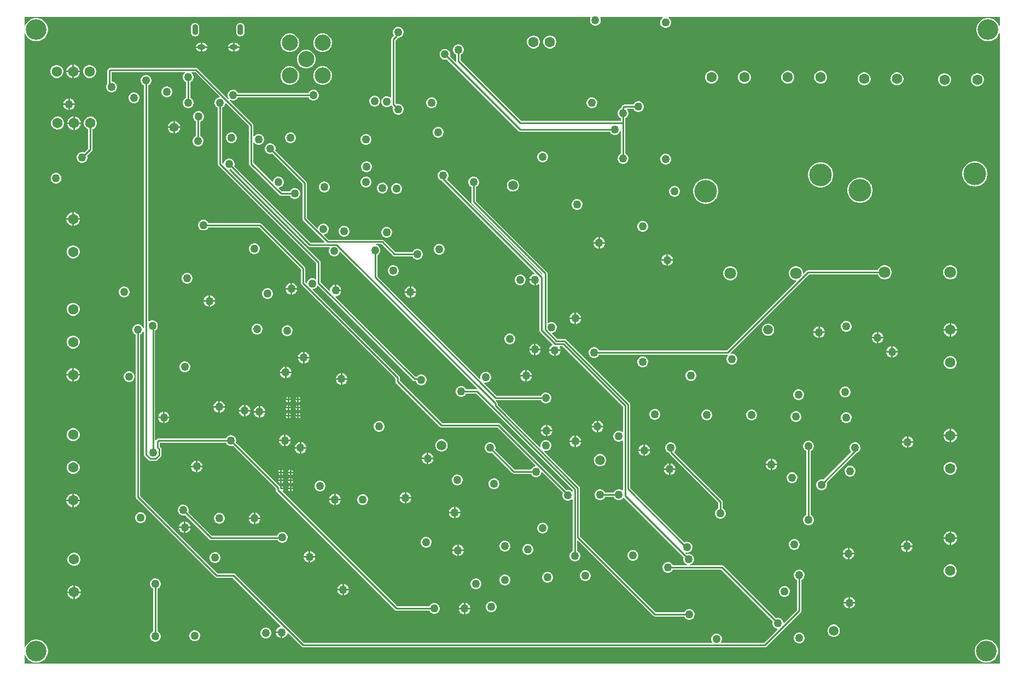
<source format=gbl>
G04*
G04 #@! TF.GenerationSoftware,Altium Limited,Altium Designer,23.7.1 (13)*
G04*
G04 Layer_Physical_Order=4*
G04 Layer_Color=16711680*
%FSLAX44Y44*%
%MOMM*%
G71*
G04*
G04 #@! TF.SameCoordinates,D80BC081-2A64-476D-8097-51FF93FC0A54*
G04*
G04*
G04 #@! TF.FilePolarity,Positive*
G04*
G01*
G75*
%ADD13C,0.2540*%
%ADD123C,1.8000*%
%ADD191C,1.6000*%
%ADD192C,3.2000*%
%ADD193O,1.2500X0.8000*%
%ADD194O,0.9000X1.7000*%
%ADD195C,1.5000*%
%ADD196C,0.3300*%
%ADD197C,2.5000*%
%ADD198C,1.4000*%
%ADD199C,3.5000*%
%ADD200C,1.2700*%
G36*
X1770940Y1249409D02*
X1769670Y1249157D01*
X1768551Y1251856D01*
X1766582Y1254804D01*
X1764074Y1257311D01*
X1761126Y1259281D01*
X1757850Y1260638D01*
X1754373Y1261330D01*
X1750827D01*
X1747350Y1260638D01*
X1744074Y1259281D01*
X1741126Y1257311D01*
X1738618Y1254804D01*
X1736649Y1251856D01*
X1735292Y1248580D01*
X1734600Y1245103D01*
Y1241557D01*
X1735292Y1238080D01*
X1736649Y1234804D01*
X1738618Y1231856D01*
X1741126Y1229349D01*
X1744074Y1227379D01*
X1747350Y1226022D01*
X1750827Y1225330D01*
X1754373D01*
X1757850Y1226022D01*
X1761126Y1227379D01*
X1764074Y1229349D01*
X1766582Y1231856D01*
X1768551Y1234804D01*
X1769670Y1237503D01*
X1770940Y1237251D01*
Y261060D01*
X261060D01*
Y274591D01*
X262330Y274843D01*
X263449Y272144D01*
X265418Y269196D01*
X267926Y266688D01*
X270874Y264719D01*
X274150Y263362D01*
X277627Y262670D01*
X281173D01*
X284650Y263362D01*
X287926Y264719D01*
X290874Y266688D01*
X293382Y269196D01*
X295351Y272144D01*
X296708Y275420D01*
X297400Y278897D01*
Y282443D01*
X296708Y285920D01*
X295351Y289196D01*
X293382Y292144D01*
X290874Y294652D01*
X287926Y296621D01*
X284650Y297978D01*
X281173Y298670D01*
X277627D01*
X274150Y297978D01*
X270874Y296621D01*
X267926Y294652D01*
X265418Y292144D01*
X263449Y289196D01*
X262330Y286497D01*
X261060Y286749D01*
Y1237251D01*
X262330Y1237503D01*
X263449Y1234804D01*
X265418Y1231856D01*
X267926Y1229349D01*
X270874Y1227379D01*
X274150Y1226022D01*
X277627Y1225330D01*
X281173D01*
X284650Y1226022D01*
X287926Y1227379D01*
X290874Y1229349D01*
X293382Y1231856D01*
X295351Y1234804D01*
X296708Y1238080D01*
X297400Y1241557D01*
Y1245103D01*
X296708Y1248580D01*
X295351Y1251856D01*
X293382Y1254804D01*
X290874Y1257311D01*
X287926Y1259281D01*
X284650Y1260638D01*
X281173Y1261330D01*
X277627D01*
X274150Y1260638D01*
X270874Y1259281D01*
X267926Y1257311D01*
X265418Y1254804D01*
X263449Y1251856D01*
X262330Y1249157D01*
X261060Y1249409D01*
Y1262940D01*
X1136866D01*
X1137501Y1261840D01*
X1137084Y1261118D01*
X1136515Y1258994D01*
Y1256796D01*
X1137084Y1254672D01*
X1138183Y1252768D01*
X1139738Y1251213D01*
X1141642Y1250114D01*
X1143766Y1249545D01*
X1145964D01*
X1148088Y1250114D01*
X1149992Y1251213D01*
X1151547Y1252768D01*
X1152646Y1254672D01*
X1153215Y1256796D01*
Y1258994D01*
X1152646Y1261118D01*
X1152229Y1261840D01*
X1152864Y1262940D01*
X1248337D01*
X1248678Y1261670D01*
X1248283Y1261442D01*
X1246728Y1259887D01*
X1245629Y1257983D01*
X1245060Y1255859D01*
Y1253661D01*
X1245629Y1251537D01*
X1246728Y1249633D01*
X1248283Y1248078D01*
X1250187Y1246979D01*
X1252311Y1246410D01*
X1254509D01*
X1256633Y1246979D01*
X1258537Y1248078D01*
X1260092Y1249633D01*
X1261191Y1251537D01*
X1261760Y1253661D01*
Y1255859D01*
X1261191Y1257983D01*
X1260092Y1259887D01*
X1258537Y1261442D01*
X1258142Y1261670D01*
X1258483Y1262940D01*
X1770940D01*
Y1249409D01*
D02*
G37*
%LPC*%
G36*
X595230Y1253886D02*
X593533Y1253663D01*
X591952Y1253008D01*
X590594Y1251966D01*
X589552Y1250608D01*
X588897Y1249027D01*
X588674Y1247330D01*
Y1239330D01*
X588897Y1237633D01*
X589552Y1236052D01*
X590594Y1234694D01*
X591952Y1233652D01*
X593533Y1232997D01*
X595230Y1232774D01*
X596927Y1232997D01*
X598508Y1233652D01*
X599866Y1234694D01*
X600908Y1236052D01*
X601563Y1237633D01*
X601786Y1239330D01*
Y1247330D01*
X601563Y1249027D01*
X600908Y1250608D01*
X599866Y1251966D01*
X598508Y1253008D01*
X596927Y1253663D01*
X595230Y1253886D01*
D02*
G37*
G36*
X525228D02*
X523531Y1253663D01*
X521950Y1253008D01*
X520592Y1251966D01*
X519550Y1250608D01*
X518895Y1249027D01*
X518672Y1247330D01*
Y1239330D01*
X518895Y1237633D01*
X519550Y1236052D01*
X520592Y1234694D01*
X521950Y1233652D01*
X523531Y1232997D01*
X525228Y1232774D01*
X526925Y1232997D01*
X528506Y1233652D01*
X529864Y1234694D01*
X530906Y1236052D01*
X531561Y1237633D01*
X531784Y1239330D01*
Y1247330D01*
X531561Y1249027D01*
X530906Y1250608D01*
X529864Y1251966D01*
X528506Y1253008D01*
X526925Y1253663D01*
X525228Y1253886D01*
D02*
G37*
G36*
X587480Y1222926D02*
X586500D01*
Y1217600D01*
X593909D01*
X593852Y1218037D01*
X593193Y1219628D01*
X592144Y1220994D01*
X590778Y1222043D01*
X589187Y1222702D01*
X587480Y1222926D01*
D02*
G37*
G36*
X537480D02*
X536500D01*
Y1217600D01*
X543909D01*
X543852Y1218037D01*
X543193Y1219628D01*
X542144Y1220994D01*
X540778Y1222043D01*
X539187Y1222702D01*
X537480Y1222926D01*
D02*
G37*
G36*
X583960D02*
X582980D01*
X581273Y1222702D01*
X579682Y1222043D01*
X578316Y1220994D01*
X577267Y1219628D01*
X576608Y1218037D01*
X576551Y1217600D01*
X583960D01*
Y1222926D01*
D02*
G37*
G36*
X533960D02*
X532980D01*
X531273Y1222702D01*
X529682Y1222043D01*
X528316Y1220994D01*
X527267Y1219628D01*
X526608Y1218037D01*
X526551Y1217600D01*
X533960D01*
Y1222926D01*
D02*
G37*
G36*
X1075736Y1234280D02*
X1073103D01*
X1070560Y1233598D01*
X1068280Y1232282D01*
X1066418Y1230420D01*
X1065101Y1228140D01*
X1064420Y1225596D01*
Y1222963D01*
X1065101Y1220420D01*
X1066418Y1218140D01*
X1068280Y1216278D01*
X1070560Y1214961D01*
X1073103Y1214280D01*
X1075736D01*
X1078280Y1214961D01*
X1080560Y1216278D01*
X1082422Y1218140D01*
X1083738Y1220420D01*
X1084420Y1222963D01*
Y1225596D01*
X1083738Y1228140D01*
X1082422Y1230420D01*
X1080560Y1232282D01*
X1078280Y1233598D01*
X1075736Y1234280D01*
D02*
G37*
G36*
X1050337D02*
X1047703D01*
X1045160Y1233598D01*
X1042880Y1232282D01*
X1041018Y1230420D01*
X1039702Y1228140D01*
X1039020Y1225596D01*
Y1222963D01*
X1039702Y1220420D01*
X1041018Y1218140D01*
X1042880Y1216278D01*
X1045160Y1214961D01*
X1047703Y1214280D01*
X1050337D01*
X1052880Y1214961D01*
X1055160Y1216278D01*
X1057022Y1218140D01*
X1058338Y1220420D01*
X1059020Y1222963D01*
Y1225596D01*
X1058338Y1228140D01*
X1057022Y1230420D01*
X1055160Y1232282D01*
X1052880Y1233598D01*
X1050337Y1234280D01*
D02*
G37*
G36*
X593909Y1215060D02*
X586500D01*
Y1209734D01*
X587480D01*
X589187Y1209958D01*
X590778Y1210617D01*
X592144Y1211666D01*
X593193Y1213032D01*
X593852Y1214623D01*
X593909Y1215060D01*
D02*
G37*
G36*
X583960D02*
X576551D01*
X576608Y1214623D01*
X577267Y1213032D01*
X578316Y1211666D01*
X579682Y1210617D01*
X581273Y1209958D01*
X582980Y1209734D01*
X583960D01*
Y1215060D01*
D02*
G37*
G36*
X543909D02*
X536500D01*
Y1209734D01*
X537480D01*
X539187Y1209958D01*
X540778Y1210617D01*
X542144Y1211666D01*
X543193Y1213032D01*
X543852Y1214623D01*
X543909Y1215060D01*
D02*
G37*
G36*
X533960D02*
X526551D01*
X526608Y1214623D01*
X527267Y1213032D01*
X528316Y1211666D01*
X529682Y1210617D01*
X531273Y1209958D01*
X532980Y1209734D01*
X533960D01*
Y1215060D01*
D02*
G37*
G36*
X724539Y1237510D02*
X720721D01*
X717033Y1236522D01*
X713727Y1234613D01*
X711027Y1231913D01*
X709118Y1228607D01*
X708130Y1224919D01*
Y1221101D01*
X709118Y1217413D01*
X711027Y1214107D01*
X713727Y1211407D01*
X717033Y1209498D01*
X720721Y1208510D01*
X724539D01*
X728227Y1209498D01*
X731533Y1211407D01*
X734233Y1214107D01*
X736142Y1217413D01*
X737130Y1221101D01*
Y1224919D01*
X736142Y1228607D01*
X734233Y1231913D01*
X731533Y1234613D01*
X728227Y1236522D01*
X724539Y1237510D01*
D02*
G37*
G36*
X673739D02*
X669921D01*
X666233Y1236522D01*
X662927Y1234613D01*
X660227Y1231913D01*
X658318Y1228607D01*
X657330Y1224919D01*
Y1221101D01*
X658318Y1217413D01*
X660227Y1214107D01*
X662927Y1211407D01*
X666233Y1209498D01*
X669921Y1208510D01*
X673739D01*
X677427Y1209498D01*
X680733Y1211407D01*
X683433Y1214107D01*
X685342Y1217413D01*
X686330Y1221101D01*
Y1224919D01*
X685342Y1228607D01*
X683433Y1231913D01*
X680733Y1234613D01*
X677427Y1236522D01*
X673739Y1237510D01*
D02*
G37*
G36*
X933789Y1220690D02*
X931591D01*
X929467Y1220121D01*
X927563Y1219022D01*
X926008Y1217467D01*
X924909Y1215563D01*
X924340Y1213439D01*
Y1211241D01*
X924909Y1209117D01*
X926008Y1207213D01*
X927563Y1205658D01*
X929356Y1204623D01*
Y1194560D01*
X929434Y1194167D01*
X928264Y1193541D01*
X919834Y1201971D01*
X920370Y1203971D01*
Y1206169D01*
X919801Y1208293D01*
X918702Y1210197D01*
X917147Y1211752D01*
X915243Y1212851D01*
X913119Y1213420D01*
X910921D01*
X908797Y1212851D01*
X906893Y1211752D01*
X905338Y1210197D01*
X904239Y1208293D01*
X903670Y1206169D01*
Y1203971D01*
X904239Y1201847D01*
X905338Y1199943D01*
X906893Y1198388D01*
X908797Y1197289D01*
X910921Y1196720D01*
X913119D01*
X915119Y1197256D01*
X1026342Y1086032D01*
X1027424Y1085310D01*
X1028700Y1085056D01*
X1167033D01*
X1168068Y1083263D01*
X1169623Y1081708D01*
X1171527Y1080609D01*
X1173651Y1080040D01*
X1175849D01*
X1177973Y1080609D01*
X1179877Y1081708D01*
X1181432Y1083263D01*
X1182531Y1085167D01*
X1182846Y1086343D01*
X1184116Y1086175D01*
Y1051657D01*
X1182323Y1050622D01*
X1180768Y1049067D01*
X1179669Y1047163D01*
X1179100Y1045039D01*
Y1042841D01*
X1179669Y1040717D01*
X1180768Y1038813D01*
X1182323Y1037258D01*
X1184227Y1036159D01*
X1186351Y1035590D01*
X1188549D01*
X1190673Y1036159D01*
X1192577Y1037258D01*
X1194132Y1038813D01*
X1195231Y1040717D01*
X1195800Y1042841D01*
Y1045039D01*
X1195231Y1047163D01*
X1194132Y1049067D01*
X1192577Y1050622D01*
X1190784Y1051657D01*
Y1098550D01*
Y1106077D01*
X1192571Y1107109D01*
X1194126Y1108663D01*
X1195225Y1110567D01*
X1195794Y1112691D01*
Y1114890D01*
X1195225Y1117013D01*
X1194126Y1118917D01*
X1193697Y1119346D01*
X1194223Y1120616D01*
X1203863D01*
X1204898Y1118823D01*
X1206453Y1117268D01*
X1208357Y1116169D01*
X1210481Y1115600D01*
X1212679D01*
X1214803Y1116169D01*
X1216707Y1117268D01*
X1218262Y1118823D01*
X1219361Y1120727D01*
X1219930Y1122851D01*
Y1125049D01*
X1219361Y1127173D01*
X1218262Y1129077D01*
X1216707Y1130632D01*
X1214803Y1131731D01*
X1212679Y1132300D01*
X1210481D01*
X1208357Y1131731D01*
X1206453Y1130632D01*
X1204898Y1129077D01*
X1203863Y1127284D01*
X1189548D01*
X1188273Y1127030D01*
X1187191Y1126308D01*
X1185703Y1124820D01*
X1184980Y1123738D01*
X1184726Y1122462D01*
Y1121707D01*
X1184221Y1121571D01*
X1182317Y1120472D01*
X1180762Y1118917D01*
X1179663Y1117013D01*
X1179094Y1114890D01*
Y1112691D01*
X1179663Y1110567D01*
X1180762Y1108663D01*
X1182317Y1107109D01*
X1184116Y1106070D01*
Y1101884D01*
X1030081D01*
X936024Y1195941D01*
Y1204623D01*
X937817Y1205658D01*
X939372Y1207213D01*
X940471Y1209117D01*
X941040Y1211241D01*
Y1213439D01*
X940471Y1215563D01*
X939372Y1217467D01*
X937817Y1219022D01*
X935913Y1220121D01*
X933789Y1220690D01*
D02*
G37*
G36*
X699139Y1212110D02*
X695321D01*
X691633Y1211122D01*
X688327Y1209213D01*
X685627Y1206513D01*
X683718Y1203207D01*
X682730Y1199519D01*
Y1195701D01*
X683718Y1192013D01*
X685627Y1188707D01*
X688327Y1186007D01*
X691633Y1184098D01*
X695321Y1183110D01*
X699139D01*
X702827Y1184098D01*
X706133Y1186007D01*
X708833Y1188707D01*
X710742Y1192013D01*
X711730Y1195701D01*
Y1199519D01*
X710742Y1203207D01*
X708833Y1206513D01*
X706133Y1209213D01*
X702827Y1211122D01*
X699139Y1212110D01*
D02*
G37*
G36*
X337938Y1189100D02*
X337820D01*
Y1179830D01*
X347090D01*
Y1179948D01*
X346372Y1182628D01*
X344984Y1185032D01*
X343022Y1186994D01*
X340618Y1188382D01*
X337938Y1189100D01*
D02*
G37*
G36*
X335280D02*
X335162D01*
X332482Y1188382D01*
X330078Y1186994D01*
X328116Y1185032D01*
X326728Y1182628D01*
X326010Y1179948D01*
Y1179830D01*
X335280D01*
Y1189100D01*
D02*
G37*
G36*
X363266Y1188560D02*
X360634D01*
X358090Y1187878D01*
X355810Y1186562D01*
X353948Y1184700D01*
X352631Y1182420D01*
X351950Y1179876D01*
Y1177243D01*
X352631Y1174700D01*
X353948Y1172420D01*
X355810Y1170558D01*
X358090Y1169241D01*
X360634Y1168560D01*
X363266D01*
X365810Y1169241D01*
X368090Y1170558D01*
X369952Y1172420D01*
X371269Y1174700D01*
X371950Y1177243D01*
Y1179876D01*
X371269Y1182420D01*
X369952Y1184700D01*
X368090Y1186562D01*
X365810Y1187878D01*
X363266Y1188560D01*
D02*
G37*
G36*
X312467D02*
X309834D01*
X307290Y1187878D01*
X305010Y1186562D01*
X303148Y1184700D01*
X301831Y1182420D01*
X301150Y1179876D01*
Y1177243D01*
X301831Y1174700D01*
X303148Y1172420D01*
X305010Y1170558D01*
X307290Y1169241D01*
X309834Y1168560D01*
X312467D01*
X315010Y1169241D01*
X317290Y1170558D01*
X319152Y1172420D01*
X320468Y1174700D01*
X321150Y1177243D01*
Y1179876D01*
X320468Y1182420D01*
X319152Y1184700D01*
X317290Y1186562D01*
X315010Y1187878D01*
X312467Y1188560D01*
D02*
G37*
G36*
X347090Y1177290D02*
X337820D01*
Y1168020D01*
X337938D01*
X340618Y1168738D01*
X343022Y1170126D01*
X344984Y1172088D01*
X346372Y1174492D01*
X347090Y1177172D01*
Y1177290D01*
D02*
G37*
G36*
X335280D02*
X326010D01*
Y1177172D01*
X326728Y1174492D01*
X328116Y1172088D01*
X330078Y1170126D01*
X332482Y1168738D01*
X335162Y1168020D01*
X335280D01*
Y1177290D01*
D02*
G37*
G36*
X1494836Y1179670D02*
X1492204D01*
X1489660Y1178988D01*
X1487380Y1177672D01*
X1485518Y1175810D01*
X1484202Y1173530D01*
X1483520Y1170986D01*
Y1168354D01*
X1484202Y1165810D01*
X1485518Y1163530D01*
X1487380Y1161668D01*
X1489660Y1160351D01*
X1492204Y1159670D01*
X1494836D01*
X1497380Y1160351D01*
X1499660Y1161668D01*
X1501522Y1163530D01*
X1502838Y1165810D01*
X1503520Y1168354D01*
Y1170986D01*
X1502838Y1173530D01*
X1501522Y1175810D01*
X1499660Y1177672D01*
X1497380Y1178988D01*
X1494836Y1179670D01*
D02*
G37*
G36*
X1444037D02*
X1441404D01*
X1438860Y1178988D01*
X1436580Y1177672D01*
X1434718Y1175810D01*
X1433401Y1173530D01*
X1432720Y1170986D01*
Y1168354D01*
X1433401Y1165810D01*
X1434718Y1163530D01*
X1436580Y1161668D01*
X1438860Y1160351D01*
X1441404Y1159670D01*
X1444037D01*
X1446580Y1160351D01*
X1448860Y1161668D01*
X1450722Y1163530D01*
X1452039Y1165810D01*
X1452720Y1168354D01*
Y1170986D01*
X1452039Y1173530D01*
X1450722Y1175810D01*
X1448860Y1177672D01*
X1446580Y1178988D01*
X1444037Y1179670D01*
D02*
G37*
G36*
X1376727D02*
X1374093D01*
X1371550Y1178988D01*
X1369270Y1177672D01*
X1367408Y1175810D01*
X1366091Y1173530D01*
X1365410Y1170986D01*
Y1168354D01*
X1366091Y1165810D01*
X1367408Y1163530D01*
X1369270Y1161668D01*
X1371550Y1160351D01*
X1374093Y1159670D01*
X1376727D01*
X1379270Y1160351D01*
X1381550Y1161668D01*
X1383412Y1163530D01*
X1384729Y1165810D01*
X1385410Y1168354D01*
Y1170986D01*
X1384729Y1173530D01*
X1383412Y1175810D01*
X1381550Y1177672D01*
X1379270Y1178988D01*
X1376727Y1179670D01*
D02*
G37*
G36*
X1325927D02*
X1323293D01*
X1320750Y1178988D01*
X1318470Y1177672D01*
X1316608Y1175810D01*
X1315291Y1173530D01*
X1314610Y1170986D01*
Y1168354D01*
X1315291Y1165810D01*
X1316608Y1163530D01*
X1318470Y1161668D01*
X1320750Y1160351D01*
X1323293Y1159670D01*
X1325927D01*
X1328470Y1160351D01*
X1330750Y1161668D01*
X1332612Y1163530D01*
X1333929Y1165810D01*
X1334610Y1168354D01*
Y1170986D01*
X1333929Y1173530D01*
X1332612Y1175810D01*
X1330750Y1177672D01*
X1328470Y1178988D01*
X1325927Y1179670D01*
D02*
G37*
G36*
X724539Y1186710D02*
X720721D01*
X717033Y1185722D01*
X713727Y1183813D01*
X711027Y1181113D01*
X709118Y1177807D01*
X708130Y1174119D01*
Y1170301D01*
X709118Y1166613D01*
X711027Y1163307D01*
X713727Y1160607D01*
X717033Y1158698D01*
X720721Y1157710D01*
X724539D01*
X728227Y1158698D01*
X731533Y1160607D01*
X734233Y1163307D01*
X736142Y1166613D01*
X737130Y1170301D01*
Y1174119D01*
X736142Y1177807D01*
X734233Y1181113D01*
X731533Y1183813D01*
X728227Y1185722D01*
X724539Y1186710D01*
D02*
G37*
G36*
X673739D02*
X669921D01*
X666233Y1185722D01*
X662927Y1183813D01*
X660227Y1181113D01*
X658318Y1177807D01*
X657330Y1174119D01*
Y1170301D01*
X658318Y1166613D01*
X660227Y1163307D01*
X662927Y1160607D01*
X666233Y1158698D01*
X669921Y1157710D01*
X673739D01*
X677427Y1158698D01*
X680733Y1160607D01*
X683433Y1163307D01*
X685342Y1166613D01*
X686330Y1170301D01*
Y1174119D01*
X685342Y1177807D01*
X683433Y1181113D01*
X680733Y1183813D01*
X677427Y1185722D01*
X673739Y1186710D01*
D02*
G37*
G36*
X1612946Y1177130D02*
X1610314D01*
X1607770Y1176449D01*
X1605490Y1175132D01*
X1603628Y1173270D01*
X1602312Y1170990D01*
X1601630Y1168447D01*
Y1165814D01*
X1602312Y1163270D01*
X1603628Y1160990D01*
X1605490Y1159128D01*
X1607770Y1157812D01*
X1610314Y1157130D01*
X1612946D01*
X1615490Y1157812D01*
X1617770Y1159128D01*
X1619632Y1160990D01*
X1620948Y1163270D01*
X1621630Y1165814D01*
Y1168447D01*
X1620948Y1170990D01*
X1619632Y1173270D01*
X1617770Y1175132D01*
X1615490Y1176449D01*
X1612946Y1177130D01*
D02*
G37*
G36*
X1562146D02*
X1559514D01*
X1556970Y1176449D01*
X1554690Y1175132D01*
X1552828Y1173270D01*
X1551512Y1170990D01*
X1550830Y1168447D01*
Y1165814D01*
X1551512Y1163270D01*
X1552828Y1160990D01*
X1554690Y1159128D01*
X1556970Y1157812D01*
X1559514Y1157130D01*
X1562146D01*
X1564690Y1157812D01*
X1566970Y1159128D01*
X1568832Y1160990D01*
X1570148Y1163270D01*
X1570830Y1165814D01*
Y1168447D01*
X1570148Y1170990D01*
X1568832Y1173270D01*
X1566970Y1175132D01*
X1564690Y1176449D01*
X1562146Y1177130D01*
D02*
G37*
G36*
X1737406Y1175860D02*
X1734774D01*
X1732230Y1175179D01*
X1729950Y1173862D01*
X1728088Y1172000D01*
X1726772Y1169720D01*
X1726090Y1167177D01*
Y1164544D01*
X1726772Y1162000D01*
X1728088Y1159720D01*
X1729950Y1157858D01*
X1732230Y1156542D01*
X1734774Y1155860D01*
X1737406D01*
X1739950Y1156542D01*
X1742230Y1157858D01*
X1744092Y1159720D01*
X1745408Y1162000D01*
X1746090Y1164544D01*
Y1167177D01*
X1745408Y1169720D01*
X1744092Y1172000D01*
X1742230Y1173862D01*
X1739950Y1175179D01*
X1737406Y1175860D01*
D02*
G37*
G36*
X1686606D02*
X1683974D01*
X1681430Y1175179D01*
X1679150Y1173862D01*
X1677288Y1172000D01*
X1675972Y1169720D01*
X1675290Y1167177D01*
Y1164544D01*
X1675972Y1162000D01*
X1677288Y1159720D01*
X1679150Y1157858D01*
X1681430Y1156542D01*
X1683974Y1155860D01*
X1686606D01*
X1689150Y1156542D01*
X1691430Y1157858D01*
X1693292Y1159720D01*
X1694608Y1162000D01*
X1695290Y1164544D01*
Y1167177D01*
X1694608Y1169720D01*
X1693292Y1172000D01*
X1691430Y1173862D01*
X1689150Y1175179D01*
X1686606Y1175860D01*
D02*
G37*
G36*
X482429Y1155160D02*
X480231D01*
X478107Y1154591D01*
X476203Y1153492D01*
X474648Y1151937D01*
X473549Y1150033D01*
X472980Y1147909D01*
Y1145711D01*
X473549Y1143587D01*
X474648Y1141683D01*
X476203Y1140128D01*
X478107Y1139029D01*
X480231Y1138460D01*
X482429D01*
X484553Y1139029D01*
X486457Y1140128D01*
X488012Y1141683D01*
X489111Y1143587D01*
X489680Y1145711D01*
Y1147909D01*
X489111Y1150033D01*
X488012Y1151937D01*
X486457Y1153492D01*
X484553Y1154591D01*
X482429Y1155160D01*
D02*
G37*
G36*
X840569Y1247870D02*
X838371D01*
X836247Y1247301D01*
X834343Y1246202D01*
X832788Y1244647D01*
X831689Y1242743D01*
X831120Y1240619D01*
Y1238421D01*
X831689Y1236297D01*
X832788Y1234393D01*
X833222Y1233959D01*
X829492Y1230230D01*
X828770Y1229148D01*
X828516Y1227872D01*
Y1138349D01*
X827246Y1137823D01*
X826817Y1138252D01*
X824913Y1139351D01*
X822789Y1139920D01*
X820591D01*
X818467Y1139351D01*
X816563Y1138252D01*
X815008Y1136697D01*
X813909Y1134793D01*
X813340Y1132669D01*
Y1130471D01*
X813909Y1128347D01*
X815008Y1126443D01*
X816563Y1124888D01*
X818467Y1123789D01*
X820591Y1123220D01*
X822789D01*
X824913Y1123789D01*
X826817Y1124888D01*
X827713Y1125784D01*
X829318Y1125663D01*
X829492Y1125403D01*
X831656Y1123239D01*
X831120Y1121239D01*
Y1119041D01*
X831689Y1116917D01*
X832788Y1115013D01*
X834343Y1113458D01*
X836247Y1112359D01*
X838371Y1111790D01*
X840569D01*
X842693Y1112359D01*
X844597Y1113458D01*
X846152Y1115013D01*
X847251Y1116917D01*
X847820Y1119041D01*
Y1121239D01*
X847251Y1123363D01*
X846152Y1125267D01*
X844597Y1126822D01*
X842693Y1127921D01*
X840569Y1128490D01*
X838371D01*
X836371Y1127954D01*
X835184Y1129141D01*
Y1226491D01*
X839863Y1231170D01*
X840569D01*
X842693Y1231739D01*
X844597Y1232838D01*
X846152Y1234393D01*
X847251Y1236297D01*
X847820Y1238421D01*
Y1240619D01*
X847251Y1242743D01*
X846152Y1244647D01*
X844597Y1246202D01*
X842693Y1247301D01*
X840569Y1247870D01*
D02*
G37*
G36*
X526685Y1184434D02*
X393918D01*
X392642Y1184180D01*
X391560Y1183457D01*
X390073Y1181970D01*
X389350Y1180888D01*
X389096Y1179612D01*
Y1160989D01*
X389350Y1159713D01*
X389510Y1159473D01*
X388459Y1157653D01*
X387890Y1155529D01*
Y1153331D01*
X388459Y1151207D01*
X389558Y1149303D01*
X391113Y1147748D01*
X393017Y1146649D01*
X395141Y1146080D01*
X397339D01*
X399463Y1146649D01*
X401367Y1147748D01*
X402922Y1149303D01*
X404021Y1151207D01*
X404590Y1153331D01*
Y1155529D01*
X404021Y1157653D01*
X402922Y1159557D01*
X401367Y1161112D01*
X399463Y1162211D01*
X397339Y1162780D01*
X395764D01*
Y1177766D01*
X509133D01*
X509473Y1176496D01*
X509223Y1176352D01*
X507668Y1174797D01*
X506569Y1172893D01*
X506000Y1170769D01*
Y1168571D01*
X506569Y1166447D01*
X507668Y1164543D01*
X509223Y1162988D01*
X511016Y1161953D01*
Y1138017D01*
X509223Y1136982D01*
X507668Y1135427D01*
X506569Y1133523D01*
X506000Y1131399D01*
Y1129201D01*
X506569Y1127077D01*
X507668Y1125173D01*
X509223Y1123618D01*
X511127Y1122519D01*
X513251Y1121950D01*
X515449D01*
X517573Y1122519D01*
X519477Y1123618D01*
X521032Y1125173D01*
X522131Y1127077D01*
X522700Y1129201D01*
Y1131399D01*
X522131Y1133523D01*
X521032Y1135427D01*
X519477Y1136982D01*
X517684Y1138017D01*
Y1161953D01*
X519477Y1162988D01*
X521032Y1164543D01*
X522131Y1166447D01*
X522700Y1168571D01*
Y1170769D01*
X522131Y1172893D01*
X521032Y1174797D01*
X519477Y1176352D01*
X519227Y1176496D01*
X519567Y1177766D01*
X525304D01*
X563261Y1139809D01*
X563069Y1139347D01*
X562657Y1138617D01*
X560657Y1138081D01*
X558753Y1136982D01*
X557198Y1135427D01*
X556099Y1133523D01*
X555530Y1131399D01*
Y1129201D01*
X556099Y1127077D01*
X557198Y1125173D01*
X558753Y1123618D01*
X560546Y1122583D01*
Y1035415D01*
X560800Y1034139D01*
X561522Y1033058D01*
X712833Y881747D01*
Y857269D01*
X712371Y857078D01*
X711563Y856853D01*
X709770Y857888D01*
X707647Y858457D01*
X705448D01*
X703324Y857888D01*
X701420Y856789D01*
X699866Y855234D01*
X698766Y853330D01*
X698231Y851331D01*
X697500Y850918D01*
X697038Y850727D01*
X695484Y852281D01*
Y873760D01*
X695230Y875036D01*
X694508Y876118D01*
X627538Y943087D01*
X626456Y943810D01*
X625180Y944064D01*
X545857D01*
X544822Y945857D01*
X543267Y947412D01*
X541363Y948511D01*
X539239Y949080D01*
X537041D01*
X534917Y948511D01*
X533013Y947412D01*
X531458Y945857D01*
X530359Y943953D01*
X529790Y941829D01*
Y939631D01*
X530359Y937507D01*
X531458Y935603D01*
X533013Y934048D01*
X534917Y932949D01*
X537041Y932380D01*
X539239D01*
X541363Y932949D01*
X543267Y934048D01*
X544822Y935603D01*
X545857Y937396D01*
X623799D01*
X688816Y872379D01*
Y850900D01*
X689070Y849624D01*
X689792Y848542D01*
X835571Y702764D01*
Y698160D01*
X835825Y696884D01*
X836548Y695803D01*
X904235Y628115D01*
X905317Y627392D01*
X906593Y627138D01*
X993381D01*
X1052211Y568309D01*
X1052019Y567847D01*
X1051607Y567117D01*
X1049607Y566581D01*
X1047703Y565482D01*
X1046148Y563927D01*
X1045113Y562134D01*
X1019921D01*
X989524Y592531D01*
X990060Y594531D01*
Y596729D01*
X989491Y598853D01*
X988392Y600757D01*
X986837Y602312D01*
X984933Y603411D01*
X982809Y603980D01*
X980611D01*
X978487Y603411D01*
X976583Y602312D01*
X975028Y600757D01*
X973929Y598853D01*
X973360Y596729D01*
Y594531D01*
X973929Y592407D01*
X975028Y590503D01*
X976583Y588948D01*
X978487Y587849D01*
X980611Y587280D01*
X982809D01*
X984809Y587816D01*
X1016182Y556442D01*
X1017264Y555720D01*
X1018540Y555466D01*
X1045113D01*
X1046148Y553673D01*
X1047703Y552118D01*
X1049607Y551019D01*
X1051731Y550450D01*
X1053929D01*
X1056053Y551019D01*
X1057957Y552118D01*
X1059512Y553673D01*
X1060611Y555577D01*
X1061147Y557577D01*
X1061877Y557989D01*
X1062339Y558181D01*
X1094853Y525667D01*
X1094579Y525193D01*
X1094010Y523069D01*
Y520871D01*
X1094579Y518747D01*
X1095678Y516843D01*
X1097233Y515288D01*
X1099137Y514189D01*
X1101261Y513620D01*
X1103459D01*
X1105583Y514189D01*
X1107487Y515288D01*
X1108296Y516097D01*
X1109566Y515571D01*
Y436087D01*
X1107773Y435052D01*
X1106218Y433497D01*
X1105119Y431593D01*
X1104550Y429469D01*
Y427271D01*
X1105119Y425147D01*
X1106218Y423243D01*
X1107773Y421688D01*
X1109677Y420589D01*
X1111801Y420020D01*
X1113999D01*
X1116123Y420589D01*
X1118027Y421688D01*
X1119582Y423243D01*
X1120681Y425147D01*
X1121250Y427271D01*
Y429469D01*
X1120681Y431593D01*
X1119582Y433497D01*
X1118027Y435052D01*
X1116234Y436087D01*
Y452192D01*
X1117407Y452678D01*
X1234622Y335462D01*
X1235704Y334740D01*
X1236980Y334486D01*
X1282603D01*
X1283638Y332693D01*
X1285193Y331138D01*
X1287097Y330039D01*
X1289221Y329470D01*
X1291419D01*
X1293543Y330039D01*
X1295447Y331138D01*
X1297002Y332693D01*
X1298101Y334597D01*
X1298670Y336721D01*
Y338919D01*
X1298101Y341043D01*
X1297002Y342947D01*
X1295447Y344502D01*
X1293543Y345601D01*
X1291419Y346170D01*
X1289221D01*
X1287097Y345601D01*
X1285193Y344502D01*
X1283638Y342947D01*
X1282603Y341154D01*
X1238361D01*
X1120774Y458741D01*
Y533560D01*
X1120520Y534836D01*
X1119798Y535918D01*
X1065563Y590153D01*
X1066220Y591291D01*
X1066971Y591090D01*
X1069169D01*
X1071293Y591659D01*
X1073197Y592758D01*
X1074752Y594313D01*
X1075851Y596217D01*
X1076420Y598341D01*
Y600539D01*
X1075851Y602663D01*
X1074752Y604567D01*
X1073197Y606122D01*
X1071293Y607221D01*
X1069169Y607790D01*
X1066971D01*
X1064847Y607221D01*
X1062943Y606122D01*
X1061388Y604567D01*
X1060289Y602663D01*
X1059720Y600539D01*
Y598341D01*
X1059921Y597590D01*
X1058783Y596933D01*
X993479Y662236D01*
Y664299D01*
X993225Y665575D01*
X992503Y666657D01*
X990664Y668496D01*
X991190Y669766D01*
X1060353D01*
X1061388Y667973D01*
X1062943Y666418D01*
X1064847Y665319D01*
X1066971Y664750D01*
X1069169D01*
X1071293Y665319D01*
X1073197Y666418D01*
X1074752Y667973D01*
X1075851Y669877D01*
X1076420Y672001D01*
Y674199D01*
X1075851Y676323D01*
X1074752Y678227D01*
X1073197Y679782D01*
X1071293Y680881D01*
X1069169Y681450D01*
X1066971D01*
X1064847Y680881D01*
X1062943Y679782D01*
X1061388Y678227D01*
X1060353Y676434D01*
X991981D01*
X972852Y695563D01*
X973510Y696701D01*
X974261Y696500D01*
X976459D01*
X978583Y697069D01*
X980487Y698168D01*
X982042Y699723D01*
X983141Y701627D01*
X983710Y703751D01*
Y705949D01*
X983141Y708073D01*
X982042Y709977D01*
X980487Y711532D01*
X978583Y712631D01*
X976459Y713200D01*
X974261D01*
X972137Y712631D01*
X970233Y711532D01*
X968678Y709977D01*
X967579Y708073D01*
X967010Y705949D01*
Y703751D01*
X967211Y703000D01*
X966072Y702343D01*
X807244Y861171D01*
Y894163D01*
X808825Y895076D01*
X810380Y896631D01*
X811479Y898535D01*
X812048Y900658D01*
Y902857D01*
X811479Y904981D01*
X810380Y906885D01*
X808825Y908439D01*
X806921Y909539D01*
X805252Y909986D01*
X805419Y911256D01*
X813404D01*
X831667Y892992D01*
X832749Y892270D01*
X834025Y892016D01*
X861473D01*
X862508Y890223D01*
X864063Y888668D01*
X865967Y887569D01*
X868091Y887000D01*
X870289D01*
X872413Y887569D01*
X874317Y888668D01*
X875872Y890223D01*
X876971Y892127D01*
X877540Y894251D01*
Y896449D01*
X876971Y898573D01*
X875872Y900477D01*
X874317Y902032D01*
X872413Y903131D01*
X870289Y903700D01*
X868091D01*
X865967Y903131D01*
X864063Y902032D01*
X862508Y900477D01*
X861473Y898684D01*
X835406D01*
X817142Y916947D01*
X816061Y917670D01*
X814785Y917924D01*
X731806D01*
X724519Y925211D01*
X724711Y925673D01*
X725123Y926403D01*
X727123Y926939D01*
X729027Y928038D01*
X730582Y929593D01*
X731681Y931497D01*
X732250Y933621D01*
Y935819D01*
X731681Y937943D01*
X730582Y939847D01*
X729027Y941402D01*
X727123Y942501D01*
X724999Y943070D01*
X722801D01*
X720677Y942501D01*
X718773Y941402D01*
X717218Y939847D01*
X716119Y937943D01*
X715583Y935943D01*
X714853Y935531D01*
X714391Y935339D01*
X698112Y951619D01*
Y1005752D01*
X697858Y1007028D01*
X697135Y1008110D01*
X649164Y1056081D01*
X649700Y1058081D01*
Y1060279D01*
X649131Y1062403D01*
X648032Y1064307D01*
X646477Y1065862D01*
X644573Y1066961D01*
X642449Y1067530D01*
X640251D01*
X638127Y1066961D01*
X636223Y1065862D01*
X634668Y1064307D01*
X633569Y1062403D01*
X633000Y1060279D01*
Y1058081D01*
X633569Y1055957D01*
X634668Y1054053D01*
X636223Y1052498D01*
X638127Y1051399D01*
X640251Y1050830D01*
X642449D01*
X644449Y1051366D01*
X691444Y1004371D01*
Y950238D01*
X691697Y948962D01*
X692420Y947880D01*
X725743Y914557D01*
X725257Y913384D01*
X704231D01*
X585664Y1031951D01*
X586200Y1033951D01*
Y1036149D01*
X585631Y1038273D01*
X584532Y1040177D01*
X582977Y1041732D01*
X581073Y1042831D01*
X578949Y1043400D01*
X576751D01*
X574627Y1042831D01*
X572723Y1041732D01*
X571168Y1040177D01*
X570069Y1038273D01*
X569533Y1036273D01*
X568803Y1035861D01*
X568341Y1035669D01*
X567214Y1036796D01*
Y1122583D01*
X569007Y1123618D01*
X570562Y1125173D01*
X571661Y1127077D01*
X572197Y1129077D01*
X572927Y1129489D01*
X573389Y1129681D01*
X608739Y1094331D01*
Y1035482D01*
X608993Y1034206D01*
X609715Y1033125D01*
X655868Y986973D01*
X656949Y986250D01*
X658225Y985996D01*
X671733D01*
X672768Y984203D01*
X674323Y982648D01*
X676227Y981549D01*
X678351Y980980D01*
X680549D01*
X682673Y981549D01*
X684577Y982648D01*
X686132Y984203D01*
X687231Y986107D01*
X687800Y988231D01*
Y990429D01*
X687231Y992553D01*
X686132Y994457D01*
X684577Y996012D01*
X682673Y997111D01*
X680549Y997680D01*
X678351D01*
X676227Y997111D01*
X674323Y996012D01*
X672768Y994457D01*
X671733Y992664D01*
X659606D01*
X654669Y997601D01*
X654861Y998063D01*
X655273Y998793D01*
X657273Y999329D01*
X659177Y1000428D01*
X660732Y1001983D01*
X661831Y1003887D01*
X662400Y1006011D01*
Y1008209D01*
X661831Y1010333D01*
X660732Y1012237D01*
X659177Y1013792D01*
X657273Y1014891D01*
X655149Y1015460D01*
X652951D01*
X650827Y1014891D01*
X648923Y1013792D01*
X647368Y1012237D01*
X646269Y1010333D01*
X645733Y1008333D01*
X645003Y1007921D01*
X644541Y1007729D01*
X615407Y1036863D01*
Y1068049D01*
X616677Y1068389D01*
X616888Y1068023D01*
X618443Y1066468D01*
X620347Y1065369D01*
X622471Y1064800D01*
X624669D01*
X626793Y1065369D01*
X628697Y1066468D01*
X630252Y1068023D01*
X631351Y1069927D01*
X631920Y1072051D01*
Y1074249D01*
X631351Y1076373D01*
X630252Y1078277D01*
X628697Y1079832D01*
X626793Y1080931D01*
X624669Y1081500D01*
X622471D01*
X620347Y1080931D01*
X618443Y1079832D01*
X616888Y1078277D01*
X616677Y1077911D01*
X615407Y1078251D01*
Y1095712D01*
X615153Y1096988D01*
X614431Y1098069D01*
X578706Y1133794D01*
X579486Y1134810D01*
X580977Y1133949D01*
X583101Y1133380D01*
X585299D01*
X587423Y1133949D01*
X589327Y1135048D01*
X590882Y1136603D01*
X591917Y1138396D01*
X700943D01*
X701978Y1136603D01*
X703533Y1135048D01*
X705437Y1133949D01*
X707561Y1133380D01*
X709759D01*
X711883Y1133949D01*
X713787Y1135048D01*
X715342Y1136603D01*
X716441Y1138507D01*
X717010Y1140631D01*
Y1142829D01*
X716441Y1144953D01*
X715342Y1146857D01*
X713787Y1148412D01*
X711883Y1149511D01*
X709759Y1150080D01*
X707561D01*
X705437Y1149511D01*
X703533Y1148412D01*
X701978Y1146857D01*
X700943Y1145064D01*
X591917D01*
X590882Y1146857D01*
X589327Y1148412D01*
X587423Y1149511D01*
X585299Y1150080D01*
X583101D01*
X580977Y1149511D01*
X579073Y1148412D01*
X577518Y1146857D01*
X576419Y1144953D01*
X575850Y1142829D01*
Y1140631D01*
X576419Y1138507D01*
X577280Y1137016D01*
X576264Y1136236D01*
X529042Y1183457D01*
X527961Y1184180D01*
X526685Y1184434D01*
D02*
G37*
G36*
X431629Y1146270D02*
X429431D01*
X427307Y1145701D01*
X425403Y1144602D01*
X423848Y1143047D01*
X422749Y1141143D01*
X422180Y1139019D01*
Y1136821D01*
X422749Y1134697D01*
X423848Y1132793D01*
X425403Y1131238D01*
X427307Y1130139D01*
X429431Y1129570D01*
X431629D01*
X433753Y1130139D01*
X435657Y1131238D01*
X437212Y1132793D01*
X438311Y1134697D01*
X438880Y1136821D01*
Y1139019D01*
X438311Y1141143D01*
X437212Y1143047D01*
X435657Y1144602D01*
X433753Y1145701D01*
X431629Y1146270D01*
D02*
G37*
G36*
X331470Y1136623D02*
Y1129030D01*
X339063D01*
X338484Y1131191D01*
X337314Y1133219D01*
X335659Y1134874D01*
X333631Y1136044D01*
X331470Y1136623D01*
D02*
G37*
G36*
X328930D02*
X326769Y1136044D01*
X324741Y1134874D01*
X323086Y1133219D01*
X321916Y1131191D01*
X321337Y1129030D01*
X328930D01*
Y1136623D01*
D02*
G37*
G36*
X804189Y1140740D02*
X801991D01*
X799867Y1140171D01*
X797963Y1139072D01*
X796408Y1137517D01*
X795309Y1135613D01*
X794740Y1133489D01*
Y1131291D01*
X795309Y1129167D01*
X796408Y1127263D01*
X797963Y1125708D01*
X799867Y1124609D01*
X801991Y1124040D01*
X804189D01*
X806313Y1124609D01*
X808217Y1125708D01*
X809772Y1127263D01*
X810871Y1129167D01*
X811440Y1131291D01*
Y1133489D01*
X810871Y1135613D01*
X809772Y1137517D01*
X808217Y1139072D01*
X806313Y1140171D01*
X804189Y1140740D01*
D02*
G37*
G36*
X1140289Y1138650D02*
X1138091D01*
X1135967Y1138081D01*
X1134063Y1136982D01*
X1132508Y1135427D01*
X1131409Y1133523D01*
X1130840Y1131399D01*
Y1129201D01*
X1131409Y1127077D01*
X1132508Y1125173D01*
X1134063Y1123618D01*
X1135967Y1122519D01*
X1138091Y1121950D01*
X1140289D01*
X1142413Y1122519D01*
X1144317Y1123618D01*
X1145872Y1125173D01*
X1146971Y1127077D01*
X1147540Y1129201D01*
Y1131399D01*
X1146971Y1133523D01*
X1145872Y1135427D01*
X1144317Y1136982D01*
X1142413Y1138081D01*
X1140289Y1138650D01*
D02*
G37*
G36*
X892639D02*
X890441D01*
X888317Y1138081D01*
X886413Y1136982D01*
X884858Y1135427D01*
X883759Y1133523D01*
X883190Y1131399D01*
Y1129201D01*
X883759Y1127077D01*
X884858Y1125173D01*
X886413Y1123618D01*
X888317Y1122519D01*
X890441Y1121950D01*
X892639D01*
X894763Y1122519D01*
X896667Y1123618D01*
X898222Y1125173D01*
X899321Y1127077D01*
X899890Y1129201D01*
Y1131399D01*
X899321Y1133523D01*
X898222Y1135427D01*
X896667Y1136982D01*
X894763Y1138081D01*
X892639Y1138650D01*
D02*
G37*
G36*
X339063Y1126490D02*
X331470D01*
Y1118897D01*
X333631Y1119476D01*
X335659Y1120646D01*
X337314Y1122301D01*
X338484Y1124329D01*
X339063Y1126490D01*
D02*
G37*
G36*
X328930D02*
X321337D01*
X321916Y1124329D01*
X323086Y1122301D01*
X324741Y1120646D01*
X326769Y1119476D01*
X328930Y1118897D01*
Y1126490D01*
D02*
G37*
G36*
X339208Y1109090D02*
X339090D01*
Y1099820D01*
X348360D01*
Y1099938D01*
X347642Y1102618D01*
X346254Y1105022D01*
X344292Y1106984D01*
X341888Y1108372D01*
X339208Y1109090D01*
D02*
G37*
G36*
X336550D02*
X336432D01*
X333752Y1108372D01*
X331348Y1106984D01*
X329386Y1105022D01*
X327998Y1102618D01*
X327280Y1099938D01*
Y1099820D01*
X336550D01*
Y1109090D01*
D02*
G37*
G36*
X494030Y1101738D02*
Y1093472D01*
X502296D01*
X501650Y1095884D01*
X500394Y1098059D01*
X498618Y1099836D01*
X496442Y1101092D01*
X494030Y1101738D01*
D02*
G37*
G36*
X491490D02*
X489078Y1101092D01*
X486902Y1099836D01*
X485126Y1098059D01*
X483870Y1095884D01*
X483224Y1093472D01*
X491490D01*
Y1101738D01*
D02*
G37*
G36*
X313736Y1108550D02*
X311103D01*
X308560Y1107868D01*
X306280Y1106552D01*
X304418Y1104690D01*
X303102Y1102410D01*
X302420Y1099866D01*
Y1097234D01*
X303102Y1094690D01*
X304418Y1092410D01*
X306280Y1090548D01*
X308560Y1089231D01*
X311103Y1088550D01*
X313736D01*
X316280Y1089231D01*
X318560Y1090548D01*
X320422Y1092410D01*
X321739Y1094690D01*
X322420Y1097234D01*
Y1099866D01*
X321739Y1102410D01*
X320422Y1104690D01*
X318560Y1106552D01*
X316280Y1107868D01*
X313736Y1108550D01*
D02*
G37*
G36*
X348360Y1097280D02*
X339090D01*
Y1088010D01*
X339208D01*
X341888Y1088728D01*
X344292Y1090116D01*
X346254Y1092078D01*
X347642Y1094482D01*
X348360Y1097162D01*
Y1097280D01*
D02*
G37*
G36*
X336550D02*
X327280D01*
Y1097162D01*
X327998Y1094482D01*
X329386Y1092078D01*
X331348Y1090116D01*
X333752Y1088728D01*
X336432Y1088010D01*
X336550D01*
Y1097280D01*
D02*
G37*
G36*
X502296Y1090932D02*
X494030D01*
Y1082665D01*
X496442Y1083312D01*
X498618Y1084568D01*
X500394Y1086344D01*
X501650Y1088519D01*
X502296Y1090932D01*
D02*
G37*
G36*
X491490D02*
X483224D01*
X483870Y1088519D01*
X485126Y1086344D01*
X486902Y1084568D01*
X489078Y1083312D01*
X491490Y1082665D01*
Y1090932D01*
D02*
G37*
G36*
X902799Y1092930D02*
X900601D01*
X898477Y1092361D01*
X896573Y1091262D01*
X895018Y1089707D01*
X893919Y1087803D01*
X893350Y1085679D01*
Y1083481D01*
X893919Y1081357D01*
X895018Y1079453D01*
X896573Y1077898D01*
X898477Y1076799D01*
X900601Y1076230D01*
X902799D01*
X904923Y1076799D01*
X906827Y1077898D01*
X908382Y1079453D01*
X909481Y1081357D01*
X910050Y1083481D01*
Y1085679D01*
X909481Y1087803D01*
X908382Y1089707D01*
X906827Y1091262D01*
X904923Y1092361D01*
X902799Y1092930D01*
D02*
G37*
G36*
X674199Y1084040D02*
X672001D01*
X669877Y1083471D01*
X667973Y1082372D01*
X666418Y1080817D01*
X665319Y1078913D01*
X664750Y1076789D01*
Y1074591D01*
X665319Y1072467D01*
X666418Y1070563D01*
X667973Y1069008D01*
X669877Y1067909D01*
X672001Y1067340D01*
X674199D01*
X676323Y1067909D01*
X678227Y1069008D01*
X679782Y1070563D01*
X680881Y1072467D01*
X681450Y1074591D01*
Y1076789D01*
X680881Y1078913D01*
X679782Y1080817D01*
X678227Y1082372D01*
X676323Y1083471D01*
X674199Y1084040D01*
D02*
G37*
G36*
X582759D02*
X580561D01*
X578437Y1083471D01*
X576533Y1082372D01*
X574978Y1080817D01*
X573879Y1078913D01*
X573310Y1076789D01*
Y1074591D01*
X573879Y1072467D01*
X574978Y1070563D01*
X576533Y1069008D01*
X578437Y1067909D01*
X580561Y1067340D01*
X582759D01*
X584883Y1067909D01*
X586787Y1069008D01*
X588342Y1070563D01*
X589441Y1072467D01*
X590010Y1074591D01*
Y1076789D01*
X589441Y1078913D01*
X588342Y1080817D01*
X586787Y1082372D01*
X584883Y1083471D01*
X582759Y1084040D01*
D02*
G37*
G36*
X791039Y1081500D02*
X788841D01*
X786717Y1080931D01*
X784813Y1079832D01*
X783258Y1078277D01*
X782159Y1076373D01*
X781590Y1074249D01*
Y1072051D01*
X782159Y1069927D01*
X783258Y1068023D01*
X784813Y1066468D01*
X786717Y1065369D01*
X788841Y1064800D01*
X791039D01*
X793163Y1065369D01*
X795067Y1066468D01*
X796622Y1068023D01*
X797721Y1069927D01*
X798290Y1072051D01*
Y1074249D01*
X797721Y1076373D01*
X796622Y1078277D01*
X795067Y1079832D01*
X793163Y1080931D01*
X791039Y1081500D01*
D02*
G37*
G36*
X531959Y1117060D02*
X529761D01*
X527637Y1116491D01*
X525733Y1115392D01*
X524178Y1113837D01*
X523079Y1111933D01*
X522510Y1109809D01*
Y1107611D01*
X523079Y1105487D01*
X524178Y1103583D01*
X525733Y1102028D01*
X526255Y1101727D01*
Y1078715D01*
X524462Y1077679D01*
X522907Y1076125D01*
X521808Y1074221D01*
X521239Y1072097D01*
Y1069898D01*
X521808Y1067775D01*
X522907Y1065871D01*
X524462Y1064316D01*
X526366Y1063217D01*
X528490Y1062648D01*
X530688D01*
X532812Y1063217D01*
X534716Y1064316D01*
X536271Y1065871D01*
X537370Y1067775D01*
X537939Y1069898D01*
Y1072097D01*
X537370Y1074221D01*
X536271Y1076125D01*
X534716Y1077679D01*
X532923Y1078715D01*
Y1100618D01*
X534083Y1100929D01*
X535987Y1102028D01*
X537542Y1103583D01*
X538641Y1105487D01*
X539210Y1107611D01*
Y1109809D01*
X538641Y1111933D01*
X537542Y1113837D01*
X535987Y1115392D01*
X534083Y1116491D01*
X531959Y1117060D01*
D02*
G37*
G36*
X364537Y1108550D02*
X361903D01*
X359360Y1107868D01*
X357080Y1106552D01*
X355218Y1104690D01*
X353901Y1102410D01*
X353220Y1099866D01*
Y1097234D01*
X353901Y1094690D01*
X355218Y1092410D01*
X357080Y1090548D01*
X359360Y1089231D01*
X359886Y1089091D01*
Y1059291D01*
X353619Y1053024D01*
X351619Y1053560D01*
X349421D01*
X347297Y1052991D01*
X345393Y1051892D01*
X343838Y1050337D01*
X342739Y1048433D01*
X342170Y1046309D01*
Y1044111D01*
X342739Y1041987D01*
X343838Y1040083D01*
X345393Y1038528D01*
X347297Y1037429D01*
X349421Y1036860D01*
X351619D01*
X353743Y1037429D01*
X355647Y1038528D01*
X357202Y1040083D01*
X358301Y1041987D01*
X358870Y1044111D01*
Y1046309D01*
X358334Y1048309D01*
X365578Y1055553D01*
X366300Y1056634D01*
X366554Y1057910D01*
Y1089091D01*
X367080Y1089231D01*
X369360Y1090548D01*
X371222Y1092410D01*
X372538Y1094690D01*
X373220Y1097234D01*
Y1099866D01*
X372538Y1102410D01*
X371222Y1104690D01*
X369360Y1106552D01*
X367080Y1107868D01*
X364537Y1108550D01*
D02*
G37*
G36*
X1064089Y1054830D02*
X1061891D01*
X1059767Y1054261D01*
X1057863Y1053162D01*
X1056308Y1051607D01*
X1055209Y1049703D01*
X1054640Y1047579D01*
Y1045381D01*
X1055209Y1043257D01*
X1056308Y1041353D01*
X1057863Y1039798D01*
X1059767Y1038699D01*
X1061891Y1038130D01*
X1064089D01*
X1066213Y1038699D01*
X1068117Y1039798D01*
X1069672Y1041353D01*
X1070771Y1043257D01*
X1071340Y1045381D01*
Y1047579D01*
X1070771Y1049703D01*
X1069672Y1051607D01*
X1068117Y1053162D01*
X1066213Y1054261D01*
X1064089Y1054830D01*
D02*
G37*
G36*
X1254589Y1051020D02*
X1252391D01*
X1250267Y1050451D01*
X1248363Y1049352D01*
X1246808Y1047797D01*
X1245709Y1045893D01*
X1245140Y1043769D01*
Y1041571D01*
X1245709Y1039447D01*
X1246808Y1037543D01*
X1248363Y1035988D01*
X1250267Y1034889D01*
X1252391Y1034320D01*
X1254589D01*
X1256713Y1034889D01*
X1258617Y1035988D01*
X1260172Y1037543D01*
X1261271Y1039447D01*
X1261840Y1041571D01*
Y1043769D01*
X1261271Y1045893D01*
X1260172Y1047797D01*
X1258617Y1049352D01*
X1256713Y1050451D01*
X1254589Y1051020D01*
D02*
G37*
G36*
X791626Y1039590D02*
X789427D01*
X787303Y1039021D01*
X785399Y1037922D01*
X783845Y1036367D01*
X782745Y1034463D01*
X782176Y1032339D01*
Y1030141D01*
X782745Y1028017D01*
X783845Y1026113D01*
X785399Y1024558D01*
X787303Y1023459D01*
X789427Y1022890D01*
X791626D01*
X793749Y1023459D01*
X795653Y1024558D01*
X797208Y1026113D01*
X798307Y1028017D01*
X798876Y1030141D01*
Y1032339D01*
X798307Y1034463D01*
X797208Y1036367D01*
X795653Y1037922D01*
X793749Y1039021D01*
X791626Y1039590D01*
D02*
G37*
G36*
X311120Y1021810D02*
X308921D01*
X306798Y1021241D01*
X304893Y1020142D01*
X303339Y1018587D01*
X302239Y1016683D01*
X301670Y1014559D01*
Y1012361D01*
X302239Y1010237D01*
X303339Y1008333D01*
X304893Y1006778D01*
X306798Y1005679D01*
X308921Y1005110D01*
X311120D01*
X313243Y1005679D01*
X315147Y1006778D01*
X316702Y1008333D01*
X317801Y1010237D01*
X318370Y1012361D01*
Y1014559D01*
X317801Y1016683D01*
X316702Y1018587D01*
X315147Y1020142D01*
X313243Y1021241D01*
X311120Y1021810D01*
D02*
G37*
G36*
X1734201Y1039310D02*
X1730359D01*
X1726592Y1038561D01*
X1723043Y1037091D01*
X1719850Y1034957D01*
X1717133Y1032241D01*
X1714999Y1029047D01*
X1713529Y1025498D01*
X1712780Y1021731D01*
Y1017889D01*
X1713529Y1014122D01*
X1714999Y1010573D01*
X1717133Y1007380D01*
X1719850Y1004663D01*
X1723043Y1002529D01*
X1726592Y1001059D01*
X1730359Y1000310D01*
X1734201D01*
X1737968Y1001059D01*
X1741517Y1002529D01*
X1744711Y1004663D01*
X1747427Y1007380D01*
X1749561Y1010573D01*
X1751031Y1014122D01*
X1751780Y1017889D01*
Y1021731D01*
X1751031Y1025498D01*
X1749561Y1029047D01*
X1747427Y1032241D01*
X1744711Y1034957D01*
X1741517Y1037091D01*
X1737968Y1038561D01*
X1734201Y1039310D01*
D02*
G37*
G36*
X1495441Y1038040D02*
X1491599D01*
X1487832Y1037291D01*
X1484283Y1035821D01*
X1481089Y1033687D01*
X1478373Y1030971D01*
X1476239Y1027777D01*
X1474769Y1024228D01*
X1474020Y1020461D01*
Y1016619D01*
X1474769Y1012852D01*
X1476239Y1009303D01*
X1478373Y1006109D01*
X1481089Y1003393D01*
X1484283Y1001259D01*
X1487832Y999789D01*
X1491599Y999040D01*
X1495441D01*
X1499208Y999789D01*
X1502757Y1001259D01*
X1505950Y1003393D01*
X1508667Y1006109D01*
X1510801Y1009303D01*
X1512271Y1012852D01*
X1513020Y1016619D01*
Y1020461D01*
X1512271Y1024228D01*
X1510801Y1027777D01*
X1508667Y1030971D01*
X1505950Y1033687D01*
X1502757Y1035821D01*
X1499208Y1037291D01*
X1495441Y1038040D01*
D02*
G37*
G36*
X791039Y1015460D02*
X788841D01*
X786717Y1014891D01*
X784813Y1013792D01*
X783258Y1012237D01*
X782159Y1010333D01*
X781590Y1008209D01*
Y1006011D01*
X782159Y1003887D01*
X783258Y1001983D01*
X784813Y1000428D01*
X786717Y999329D01*
X788841Y998760D01*
X791039D01*
X793163Y999329D01*
X795067Y1000428D01*
X796622Y1001983D01*
X797721Y1003887D01*
X798290Y1006011D01*
Y1008209D01*
X797721Y1010333D01*
X796622Y1012237D01*
X795067Y1013792D01*
X793163Y1014891D01*
X791039Y1015460D01*
D02*
G37*
G36*
X1018521Y1011530D02*
X1016019D01*
X1013603Y1010883D01*
X1011437Y1009632D01*
X1009668Y1007863D01*
X1008417Y1005697D01*
X1007770Y1003281D01*
Y1000779D01*
X1008417Y998363D01*
X1009668Y996197D01*
X1011437Y994428D01*
X1013603Y993177D01*
X1016019Y992530D01*
X1018521D01*
X1020937Y993177D01*
X1023103Y994428D01*
X1024872Y996197D01*
X1026123Y998363D01*
X1026770Y1000779D01*
Y1003281D01*
X1026123Y1005697D01*
X1024872Y1007863D01*
X1023103Y1009632D01*
X1020937Y1010883D01*
X1018521Y1011530D01*
D02*
G37*
G36*
X726269Y1007840D02*
X724071D01*
X721947Y1007271D01*
X720043Y1006172D01*
X718488Y1004617D01*
X717389Y1002713D01*
X716820Y1000589D01*
Y998391D01*
X717389Y996267D01*
X718488Y994363D01*
X720043Y992808D01*
X721947Y991709D01*
X724071Y991140D01*
X726269D01*
X728393Y991709D01*
X730297Y992808D01*
X731852Y994363D01*
X732951Y996267D01*
X733520Y998391D01*
Y1000589D01*
X732951Y1002713D01*
X731852Y1004617D01*
X730297Y1006172D01*
X728393Y1007271D01*
X726269Y1007840D01*
D02*
G37*
G36*
X816439Y1006570D02*
X814241D01*
X812117Y1006001D01*
X810213Y1004902D01*
X808658Y1003347D01*
X807559Y1001443D01*
X806990Y999319D01*
Y997121D01*
X807559Y994997D01*
X808658Y993093D01*
X810213Y991538D01*
X812117Y990439D01*
X814241Y989870D01*
X816439D01*
X818563Y990439D01*
X820467Y991538D01*
X822022Y993093D01*
X823121Y994997D01*
X823690Y997121D01*
Y999319D01*
X823121Y1001443D01*
X822022Y1003347D01*
X820467Y1004902D01*
X818563Y1006001D01*
X816439Y1006570D01*
D02*
G37*
G36*
X838029Y1005300D02*
X835831D01*
X833707Y1004731D01*
X831803Y1003632D01*
X830248Y1002077D01*
X829149Y1000173D01*
X828580Y998049D01*
Y995851D01*
X829149Y993727D01*
X830248Y991823D01*
X831803Y990268D01*
X833707Y989169D01*
X835831Y988600D01*
X838029D01*
X840153Y989169D01*
X842057Y990268D01*
X843612Y991823D01*
X844711Y993727D01*
X845280Y995851D01*
Y998049D01*
X844711Y1000173D01*
X843612Y1002077D01*
X842057Y1003632D01*
X840153Y1004731D01*
X838029Y1005300D01*
D02*
G37*
G36*
X1268559Y1001490D02*
X1266361D01*
X1264237Y1000921D01*
X1262333Y999822D01*
X1260778Y998267D01*
X1259679Y996363D01*
X1259110Y994239D01*
Y992041D01*
X1259679Y989917D01*
X1260778Y988013D01*
X1262333Y986458D01*
X1264237Y985359D01*
X1266361Y984790D01*
X1268559D01*
X1270683Y985359D01*
X1272587Y986458D01*
X1274142Y988013D01*
X1275241Y989917D01*
X1275810Y992041D01*
Y994239D01*
X1275241Y996363D01*
X1274142Y998267D01*
X1272587Y999822D01*
X1270683Y1000921D01*
X1268559Y1001490D01*
D02*
G37*
G36*
X1556401Y1013910D02*
X1552559D01*
X1548792Y1013161D01*
X1545243Y1011691D01*
X1542050Y1009557D01*
X1539333Y1006841D01*
X1537199Y1003647D01*
X1535729Y1000098D01*
X1534980Y996331D01*
Y992489D01*
X1535729Y988722D01*
X1537199Y985173D01*
X1539333Y981980D01*
X1542050Y979263D01*
X1545243Y977129D01*
X1548792Y975659D01*
X1552559Y974910D01*
X1556401D01*
X1560168Y975659D01*
X1563717Y977129D01*
X1566911Y979263D01*
X1569627Y981980D01*
X1571761Y985173D01*
X1573231Y988722D01*
X1573980Y992489D01*
Y996331D01*
X1573231Y1000098D01*
X1571761Y1003647D01*
X1569627Y1006841D01*
X1566911Y1009557D01*
X1563717Y1011691D01*
X1560168Y1013161D01*
X1556401Y1013910D01*
D02*
G37*
G36*
X1317641Y1012640D02*
X1313799D01*
X1310032Y1011891D01*
X1306483Y1010421D01*
X1303289Y1008287D01*
X1300573Y1005571D01*
X1298439Y1002377D01*
X1296969Y998828D01*
X1296220Y995061D01*
Y991219D01*
X1296969Y987452D01*
X1298439Y983903D01*
X1300573Y980710D01*
X1303289Y977993D01*
X1306483Y975859D01*
X1310032Y974389D01*
X1313799Y973640D01*
X1317641D01*
X1321408Y974389D01*
X1324957Y975859D01*
X1328150Y977993D01*
X1330867Y980710D01*
X1333001Y983903D01*
X1334471Y987452D01*
X1335220Y991219D01*
Y995061D01*
X1334471Y998828D01*
X1333001Y1002377D01*
X1330867Y1005571D01*
X1328150Y1008287D01*
X1324957Y1010421D01*
X1321408Y1011891D01*
X1317641Y1012640D01*
D02*
G37*
G36*
X1117429Y981170D02*
X1115231D01*
X1113107Y980601D01*
X1111203Y979502D01*
X1109648Y977947D01*
X1108549Y976043D01*
X1107980Y973919D01*
Y971721D01*
X1108549Y969597D01*
X1109648Y967693D01*
X1111203Y966138D01*
X1113107Y965039D01*
X1115231Y964470D01*
X1117429D01*
X1119553Y965039D01*
X1121457Y966138D01*
X1123012Y967693D01*
X1124111Y969597D01*
X1124680Y971721D01*
Y973919D01*
X1124111Y976043D01*
X1123012Y977947D01*
X1121457Y979502D01*
X1119553Y980601D01*
X1117429Y981170D01*
D02*
G37*
G36*
X337938Y960500D02*
X337820D01*
Y951230D01*
X347090D01*
Y951348D01*
X346372Y954028D01*
X344984Y956432D01*
X343022Y958394D01*
X340618Y959782D01*
X337938Y960500D01*
D02*
G37*
G36*
X335280D02*
X335162D01*
X332482Y959782D01*
X330078Y958394D01*
X328116Y956432D01*
X326728Y954028D01*
X326010Y951348D01*
Y951230D01*
X335280D01*
Y960500D01*
D02*
G37*
G36*
X347090Y948690D02*
X337820D01*
Y939420D01*
X337938D01*
X340618Y940138D01*
X343022Y941526D01*
X344984Y943488D01*
X346372Y945892D01*
X347090Y948572D01*
Y948690D01*
D02*
G37*
G36*
X335280D02*
X326010D01*
Y948572D01*
X326728Y945892D01*
X328116Y943488D01*
X330078Y941526D01*
X332482Y940138D01*
X335162Y939420D01*
X335280D01*
Y948690D01*
D02*
G37*
G36*
X1219029Y946880D02*
X1216831D01*
X1214707Y946311D01*
X1212803Y945212D01*
X1211248Y943657D01*
X1210149Y941753D01*
X1209580Y939629D01*
Y937431D01*
X1210149Y935307D01*
X1211248Y933403D01*
X1212803Y931848D01*
X1214707Y930749D01*
X1216831Y930180D01*
X1219029D01*
X1221153Y930749D01*
X1223057Y931848D01*
X1224612Y933403D01*
X1225711Y935307D01*
X1226280Y937431D01*
Y939629D01*
X1225711Y941753D01*
X1224612Y943657D01*
X1223057Y945212D01*
X1221153Y946311D01*
X1219029Y946880D01*
D02*
G37*
G36*
X756749Y939260D02*
X754551D01*
X752427Y938691D01*
X750523Y937592D01*
X748968Y936037D01*
X747869Y934133D01*
X747300Y932009D01*
Y929811D01*
X747869Y927687D01*
X748968Y925783D01*
X750523Y924228D01*
X752427Y923129D01*
X754551Y922560D01*
X756749D01*
X758873Y923129D01*
X760777Y924228D01*
X762332Y925783D01*
X763431Y927687D01*
X764000Y929811D01*
Y932009D01*
X763431Y934133D01*
X762332Y936037D01*
X760777Y937592D01*
X758873Y938691D01*
X756749Y939260D01*
D02*
G37*
G36*
X822789Y937990D02*
X820591D01*
X818467Y937421D01*
X816563Y936322D01*
X815008Y934767D01*
X813909Y932863D01*
X813340Y930739D01*
Y928541D01*
X813909Y926417D01*
X815008Y924513D01*
X816563Y922958D01*
X818467Y921859D01*
X820591Y921290D01*
X822789D01*
X824913Y921859D01*
X826817Y922958D01*
X828372Y924513D01*
X829471Y926417D01*
X830040Y928541D01*
Y930739D01*
X829471Y932863D01*
X828372Y934767D01*
X826817Y936322D01*
X824913Y937421D01*
X822789Y937990D01*
D02*
G37*
G36*
X1151890Y921993D02*
Y914400D01*
X1159483D01*
X1158904Y916561D01*
X1157734Y918589D01*
X1156079Y920244D01*
X1154051Y921414D01*
X1151890Y921993D01*
D02*
G37*
G36*
X1149350D02*
X1147189Y921414D01*
X1145161Y920244D01*
X1143506Y918589D01*
X1142336Y916561D01*
X1141757Y914400D01*
X1149350D01*
Y921993D01*
D02*
G37*
G36*
X1159483Y911860D02*
X1151890D01*
Y904267D01*
X1154051Y904846D01*
X1156079Y906016D01*
X1157734Y907671D01*
X1158904Y909699D01*
X1159483Y911860D01*
D02*
G37*
G36*
X1149350D02*
X1141757D01*
X1142336Y909699D01*
X1143506Y907671D01*
X1145161Y906016D01*
X1147189Y904846D01*
X1149350Y904267D01*
Y911860D01*
D02*
G37*
G36*
X618319Y912590D02*
X616121D01*
X613997Y912021D01*
X612093Y910922D01*
X610538Y909367D01*
X609439Y907463D01*
X608870Y905339D01*
Y903141D01*
X609439Y901017D01*
X610538Y899113D01*
X612093Y897558D01*
X613997Y896459D01*
X616121Y895890D01*
X618319D01*
X620443Y896459D01*
X622347Y897558D01*
X623902Y899113D01*
X625001Y901017D01*
X625570Y903141D01*
Y905339D01*
X625001Y907463D01*
X623902Y909367D01*
X622347Y910922D01*
X620443Y912021D01*
X618319Y912590D01*
D02*
G37*
G36*
X904069Y911320D02*
X901871D01*
X899747Y910751D01*
X897843Y909652D01*
X896288Y908097D01*
X895189Y906193D01*
X894620Y904069D01*
Y901871D01*
X895189Y899747D01*
X896288Y897843D01*
X897843Y896288D01*
X899747Y895189D01*
X901871Y894620D01*
X904069D01*
X906193Y895189D01*
X908097Y896288D01*
X909652Y897843D01*
X910751Y899747D01*
X911320Y901871D01*
Y904069D01*
X910751Y906193D01*
X909652Y908097D01*
X908097Y909652D01*
X906193Y910751D01*
X904069Y911320D01*
D02*
G37*
G36*
X337867Y909160D02*
X335233D01*
X332690Y908478D01*
X330410Y907162D01*
X328548Y905300D01*
X327231Y903020D01*
X326550Y900477D01*
Y897843D01*
X327231Y895300D01*
X328548Y893020D01*
X330410Y891158D01*
X332690Y889842D01*
X335233Y889160D01*
X337867D01*
X340410Y889842D01*
X342690Y891158D01*
X344552Y893020D01*
X345868Y895300D01*
X346550Y897843D01*
Y900477D01*
X345868Y903020D01*
X344552Y905300D01*
X342690Y907162D01*
X340410Y908478D01*
X337867Y909160D01*
D02*
G37*
G36*
X1257300Y895323D02*
Y887730D01*
X1264893D01*
X1264314Y889891D01*
X1263144Y891919D01*
X1261489Y893574D01*
X1259461Y894744D01*
X1257300Y895323D01*
D02*
G37*
G36*
X1254760D02*
X1252599Y894744D01*
X1250571Y893574D01*
X1248916Y891919D01*
X1247746Y889891D01*
X1247167Y887730D01*
X1254760D01*
Y895323D01*
D02*
G37*
G36*
X1264893Y885190D02*
X1257300D01*
Y877597D01*
X1259461Y878176D01*
X1261489Y879346D01*
X1263144Y881001D01*
X1264314Y883029D01*
X1264893Y885190D01*
D02*
G37*
G36*
X1254760D02*
X1247167D01*
X1247746Y883029D01*
X1248916Y881001D01*
X1250571Y879346D01*
X1252599Y878176D01*
X1254760Y877597D01*
Y885190D01*
D02*
G37*
G36*
X1594028Y878410D02*
X1591132D01*
X1588334Y877660D01*
X1585826Y876212D01*
X1583778Y874164D01*
X1582330Y871656D01*
X1582085Y870744D01*
X1474042D01*
X1472767Y870490D01*
X1471685Y869768D01*
X1467690Y865773D01*
X1466420Y866299D01*
Y867588D01*
X1465670Y870386D01*
X1464222Y872894D01*
X1462174Y874942D01*
X1459666Y876390D01*
X1456868Y877140D01*
X1453972D01*
X1451174Y876390D01*
X1448666Y874942D01*
X1446618Y872894D01*
X1445170Y870386D01*
X1444420Y867588D01*
Y864692D01*
X1445170Y861894D01*
X1446618Y859386D01*
X1448666Y857338D01*
X1451174Y855890D01*
X1453972Y855140D01*
X1455261D01*
X1455787Y853870D01*
X1348201Y746284D01*
X1150717D01*
X1149682Y748077D01*
X1148127Y749632D01*
X1146223Y750731D01*
X1144099Y751300D01*
X1141901D01*
X1139777Y750731D01*
X1137873Y749632D01*
X1136318Y748077D01*
X1135219Y746173D01*
X1134650Y744049D01*
Y741851D01*
X1135219Y739727D01*
X1136318Y737823D01*
X1137873Y736268D01*
X1139777Y735169D01*
X1141901Y734600D01*
X1144099D01*
X1146223Y735169D01*
X1148127Y736268D01*
X1149682Y737823D01*
X1150717Y739616D01*
X1349581D01*
X1349584Y739613D01*
X1350206Y738445D01*
X1349678Y737917D01*
X1348579Y736013D01*
X1348010Y733889D01*
Y731691D01*
X1348579Y729567D01*
X1349678Y727663D01*
X1351233Y726108D01*
X1353137Y725009D01*
X1355261Y724440D01*
X1357459D01*
X1359583Y725009D01*
X1361487Y726108D01*
X1363042Y727663D01*
X1364141Y729567D01*
X1364710Y731691D01*
Y733889D01*
X1364141Y736013D01*
X1363042Y737917D01*
X1361487Y739472D01*
X1359583Y740571D01*
X1357459Y741140D01*
X1355261D01*
X1353926Y740782D01*
X1353268Y741921D01*
X1475423Y864076D01*
X1582085D01*
X1582330Y863164D01*
X1583778Y860656D01*
X1585826Y858608D01*
X1588334Y857160D01*
X1591132Y856410D01*
X1594028D01*
X1596826Y857160D01*
X1599334Y858608D01*
X1601382Y860656D01*
X1602830Y863164D01*
X1603580Y865962D01*
Y868858D01*
X1602830Y871656D01*
X1601382Y874164D01*
X1599334Y876212D01*
X1596826Y877660D01*
X1594028Y878410D01*
D02*
G37*
G36*
X832949Y878300D02*
X830751D01*
X828627Y877731D01*
X826723Y876632D01*
X825168Y875077D01*
X824069Y873173D01*
X823500Y871049D01*
Y868851D01*
X824069Y866727D01*
X825168Y864823D01*
X826723Y863268D01*
X828627Y862169D01*
X830751Y861600D01*
X832949D01*
X835073Y862169D01*
X836977Y863268D01*
X838532Y864823D01*
X839631Y866727D01*
X840200Y868851D01*
Y871049D01*
X839631Y873173D01*
X838532Y875077D01*
X836977Y876632D01*
X835073Y877731D01*
X832949Y878300D01*
D02*
G37*
G36*
X1695628Y878410D02*
X1692732D01*
X1689934Y877660D01*
X1687426Y876212D01*
X1685378Y874164D01*
X1683930Y871656D01*
X1683180Y868858D01*
Y865962D01*
X1683930Y863164D01*
X1685378Y860656D01*
X1687426Y858608D01*
X1689934Y857160D01*
X1692732Y856410D01*
X1695628D01*
X1698426Y857160D01*
X1700934Y858608D01*
X1702982Y860656D01*
X1704430Y863164D01*
X1705180Y865962D01*
Y868858D01*
X1704430Y871656D01*
X1702982Y874164D01*
X1700934Y876212D01*
X1698426Y877660D01*
X1695628Y878410D01*
D02*
G37*
G36*
X1355268Y877140D02*
X1352372D01*
X1349574Y876390D01*
X1347066Y874942D01*
X1345018Y872894D01*
X1343570Y870386D01*
X1342820Y867588D01*
Y864692D01*
X1343570Y861894D01*
X1345018Y859386D01*
X1347066Y857338D01*
X1349574Y855890D01*
X1352372Y855140D01*
X1355268D01*
X1358066Y855890D01*
X1360574Y857338D01*
X1362622Y859386D01*
X1364070Y861894D01*
X1364820Y864692D01*
Y867588D01*
X1364070Y870386D01*
X1362622Y872894D01*
X1360574Y874942D01*
X1358066Y876390D01*
X1355268Y877140D01*
D02*
G37*
G36*
X514179Y866490D02*
X511981D01*
X509857Y865921D01*
X507953Y864822D01*
X506398Y863267D01*
X505299Y861363D01*
X504730Y859239D01*
Y857041D01*
X505299Y854917D01*
X506398Y853013D01*
X507953Y851458D01*
X509857Y850359D01*
X511981Y849790D01*
X514179D01*
X516303Y850359D01*
X518207Y851458D01*
X519762Y853013D01*
X520861Y854917D01*
X521430Y857041D01*
Y859239D01*
X520861Y861363D01*
X519762Y863267D01*
X518207Y864822D01*
X516303Y865921D01*
X514179Y866490D01*
D02*
G37*
G36*
X1029799Y864330D02*
X1027601D01*
X1025477Y863761D01*
X1023573Y862662D01*
X1022018Y861107D01*
X1020919Y859203D01*
X1020350Y857079D01*
Y854881D01*
X1020919Y852757D01*
X1022018Y850853D01*
X1023573Y849298D01*
X1025477Y848199D01*
X1027601Y847630D01*
X1029799D01*
X1031923Y848199D01*
X1033827Y849298D01*
X1035382Y850853D01*
X1036481Y852757D01*
X1037050Y854881D01*
Y857079D01*
X1036481Y859203D01*
X1035382Y861107D01*
X1033827Y862662D01*
X1031923Y863761D01*
X1029799Y864330D01*
D02*
G37*
G36*
X1050290Y854710D02*
X1042697D01*
X1043276Y852549D01*
X1044446Y850521D01*
X1046101Y848866D01*
X1048129Y847696D01*
X1050290Y847117D01*
Y854710D01*
D02*
G37*
G36*
X675640Y850873D02*
Y843280D01*
X683233D01*
X682654Y845441D01*
X681484Y847469D01*
X679829Y849124D01*
X677801Y850294D01*
X675640Y850873D01*
D02*
G37*
G36*
X673100D02*
X670939Y850294D01*
X668911Y849124D01*
X667256Y847469D01*
X666086Y845441D01*
X665507Y843280D01*
X673100D01*
Y850873D01*
D02*
G37*
G36*
X859790Y845793D02*
Y838200D01*
X867383D01*
X866804Y840361D01*
X865634Y842389D01*
X863979Y844044D01*
X861951Y845214D01*
X859790Y845793D01*
D02*
G37*
G36*
X857250D02*
X855089Y845214D01*
X853061Y844044D01*
X851406Y842389D01*
X850236Y840361D01*
X849657Y838200D01*
X857250D01*
Y845793D01*
D02*
G37*
G36*
X683233Y840740D02*
X675640D01*
Y833147D01*
X677801Y833726D01*
X679829Y834896D01*
X681484Y836551D01*
X682654Y838579D01*
X683233Y840740D01*
D02*
G37*
G36*
X673100D02*
X665507D01*
X666086Y838579D01*
X667256Y836551D01*
X668911Y834896D01*
X670939Y833726D01*
X673100Y833147D01*
Y840740D01*
D02*
G37*
G36*
X416389Y845280D02*
X414191D01*
X412067Y844711D01*
X410163Y843612D01*
X408608Y842057D01*
X407509Y840153D01*
X406940Y838029D01*
Y835831D01*
X407509Y833707D01*
X408608Y831803D01*
X410163Y830248D01*
X412067Y829149D01*
X414191Y828580D01*
X416389D01*
X418513Y829149D01*
X420417Y830248D01*
X421972Y831803D01*
X423071Y833707D01*
X423640Y835831D01*
Y838029D01*
X423071Y840153D01*
X421972Y842057D01*
X420417Y843612D01*
X418513Y844711D01*
X416389Y845280D01*
D02*
G37*
G36*
X867383Y835660D02*
X859790D01*
Y828067D01*
X861951Y828646D01*
X863979Y829816D01*
X865634Y831471D01*
X866804Y833499D01*
X867383Y835660D01*
D02*
G37*
G36*
X857250D02*
X849657D01*
X850236Y833499D01*
X851406Y831471D01*
X853061Y829816D01*
X855089Y828646D01*
X857250Y828067D01*
Y835660D01*
D02*
G37*
G36*
X638639Y842740D02*
X636441D01*
X634317Y842171D01*
X632413Y841072D01*
X630858Y839517D01*
X629759Y837613D01*
X629190Y835489D01*
Y833291D01*
X629759Y831167D01*
X630858Y829263D01*
X632413Y827708D01*
X634317Y826609D01*
X636441Y826040D01*
X638639D01*
X640763Y826609D01*
X642667Y827708D01*
X644222Y829263D01*
X645321Y831167D01*
X645890Y833291D01*
Y835489D01*
X645321Y837613D01*
X644222Y839517D01*
X642667Y841072D01*
X640763Y842171D01*
X638639Y842740D01*
D02*
G37*
G36*
X548640Y831823D02*
Y824230D01*
X556233D01*
X555654Y826391D01*
X554484Y828419D01*
X552829Y830074D01*
X550801Y831244D01*
X548640Y831823D01*
D02*
G37*
G36*
X546100D02*
X543939Y831244D01*
X541911Y830074D01*
X540256Y828419D01*
X539086Y826391D01*
X538507Y824230D01*
X546100D01*
Y831823D01*
D02*
G37*
G36*
X556233Y821690D02*
X548640D01*
Y814097D01*
X550801Y814676D01*
X552829Y815846D01*
X554484Y817501D01*
X555654Y819529D01*
X556233Y821690D01*
D02*
G37*
G36*
X546100D02*
X538507D01*
X539086Y819529D01*
X540256Y817501D01*
X541911Y815846D01*
X543939Y814676D01*
X546100Y814097D01*
Y821690D01*
D02*
G37*
G36*
X337867Y820260D02*
X335233D01*
X332690Y819578D01*
X330410Y818262D01*
X328548Y816400D01*
X327231Y814120D01*
X326550Y811577D01*
Y808943D01*
X327231Y806400D01*
X328548Y804120D01*
X330410Y802258D01*
X332690Y800941D01*
X335233Y800260D01*
X337867D01*
X340410Y800941D01*
X342690Y802258D01*
X344552Y804120D01*
X345868Y806400D01*
X346550Y808943D01*
Y811577D01*
X345868Y814120D01*
X344552Y816400D01*
X342690Y818262D01*
X340410Y819578D01*
X337867Y820260D01*
D02*
G37*
G36*
X1115060Y805153D02*
Y797560D01*
X1122653D01*
X1122074Y799721D01*
X1120904Y801749D01*
X1119249Y803404D01*
X1117221Y804574D01*
X1115060Y805153D01*
D02*
G37*
G36*
X1112520D02*
X1110359Y804574D01*
X1108331Y803404D01*
X1106676Y801749D01*
X1105506Y799721D01*
X1104927Y797560D01*
X1112520D01*
Y805153D01*
D02*
G37*
G36*
X1122653Y795020D02*
X1115060D01*
Y787427D01*
X1117221Y788006D01*
X1119249Y789176D01*
X1120904Y790831D01*
X1122074Y792859D01*
X1122653Y795020D01*
D02*
G37*
G36*
X1112520D02*
X1104927D01*
X1105506Y792859D01*
X1106676Y790831D01*
X1108331Y789176D01*
X1110359Y788006D01*
X1112520Y787427D01*
Y795020D01*
D02*
G37*
G36*
X450679Y1172940D02*
X448481D01*
X446357Y1172371D01*
X444453Y1171272D01*
X442898Y1169717D01*
X441799Y1167813D01*
X441230Y1165689D01*
Y1163491D01*
X441799Y1161367D01*
X442898Y1159463D01*
X444453Y1157908D01*
X446246Y1156873D01*
Y780725D01*
X444976Y780557D01*
X444661Y781733D01*
X443562Y783637D01*
X442007Y785192D01*
X440103Y786291D01*
X437979Y786860D01*
X435781D01*
X433657Y786291D01*
X431753Y785192D01*
X430198Y783637D01*
X429099Y781733D01*
X428530Y779609D01*
Y777411D01*
X429099Y775287D01*
X430198Y773383D01*
X431753Y771828D01*
X433546Y770793D01*
Y519795D01*
X433800Y518519D01*
X434523Y517438D01*
X556355Y395605D01*
X557437Y394882D01*
X558713Y394629D01*
X583271D01*
X657944Y319956D01*
X657466Y318638D01*
X655699Y318164D01*
X653671Y316994D01*
X652016Y315339D01*
X650846Y313311D01*
X650267Y311150D01*
X659130D01*
Y309880D01*
X660400D01*
Y301017D01*
X662561Y301596D01*
X664589Y302766D01*
X666244Y304421D01*
X667414Y306449D01*
X667888Y308216D01*
X669205Y308694D01*
X690157Y287743D01*
X691239Y287020D01*
X692515Y286766D01*
X1407335D01*
X1408611Y287020D01*
X1409692Y287743D01*
X1462858Y340908D01*
X1463580Y341989D01*
X1463834Y343265D01*
Y391063D01*
X1465627Y392098D01*
X1467182Y393653D01*
X1468281Y395557D01*
X1468850Y397681D01*
Y399879D01*
X1468281Y402003D01*
X1467182Y403907D01*
X1465627Y405462D01*
X1463723Y406561D01*
X1461599Y407130D01*
X1459401D01*
X1457277Y406561D01*
X1455373Y405462D01*
X1453818Y403907D01*
X1452719Y402003D01*
X1452150Y399879D01*
Y397681D01*
X1452719Y395557D01*
X1453818Y393653D01*
X1455373Y392098D01*
X1457166Y391063D01*
Y344646D01*
X1436919Y324399D01*
X1436457Y324591D01*
X1435727Y325003D01*
X1435191Y327003D01*
X1434092Y328907D01*
X1432537Y330462D01*
X1430633Y331561D01*
X1428509Y332130D01*
X1426311D01*
X1424311Y331594D01*
X1343338Y412567D01*
X1342256Y413290D01*
X1340980Y413544D01*
X1291265D01*
X1291097Y414814D01*
X1292273Y415129D01*
X1294177Y416228D01*
X1295732Y417783D01*
X1296831Y419687D01*
X1297400Y421811D01*
Y424009D01*
X1296831Y426133D01*
X1295732Y428037D01*
X1294177Y429592D01*
X1292273Y430691D01*
X1290149Y431260D01*
X1287951D01*
X1285951Y430724D01*
X1284003Y432673D01*
X1284660Y433811D01*
X1285411Y433610D01*
X1287609D01*
X1289733Y434179D01*
X1291637Y435278D01*
X1293192Y436833D01*
X1294291Y438737D01*
X1294860Y440861D01*
Y443059D01*
X1294291Y445183D01*
X1293192Y447087D01*
X1291637Y448642D01*
X1289733Y449741D01*
X1287609Y450310D01*
X1285411D01*
X1283287Y449741D01*
X1282581Y449334D01*
X1198594Y533321D01*
Y646311D01*
Y662821D01*
X1198340Y664096D01*
X1197617Y665178D01*
X1099518Y763278D01*
X1098436Y764000D01*
X1097160Y764254D01*
X1086136D01*
X1077579Y772811D01*
X1077771Y773273D01*
X1078183Y774003D01*
X1080183Y774539D01*
X1082087Y775638D01*
X1083642Y777193D01*
X1084741Y779097D01*
X1085310Y781221D01*
Y783419D01*
X1084741Y785543D01*
X1083642Y787447D01*
X1082087Y789002D01*
X1080183Y790101D01*
X1078059Y790670D01*
X1075861D01*
X1073737Y790101D01*
X1071944Y789066D01*
X1071136Y789290D01*
X1070674Y789482D01*
Y865600D01*
X1070420Y866876D01*
X1069697Y867958D01*
X959644Y978011D01*
Y999393D01*
X961437Y1000428D01*
X962992Y1001983D01*
X964091Y1003887D01*
X964660Y1006011D01*
Y1008209D01*
X964091Y1010333D01*
X962992Y1012237D01*
X961437Y1013792D01*
X959533Y1014891D01*
X957409Y1015460D01*
X955211D01*
X953087Y1014891D01*
X951183Y1013792D01*
X949628Y1012237D01*
X948529Y1010333D01*
X947960Y1008209D01*
Y1006011D01*
X948529Y1003887D01*
X949628Y1001983D01*
X951183Y1000428D01*
X952976Y999393D01*
Y976630D01*
X953230Y975354D01*
X953952Y974273D01*
X1063178Y865047D01*
X1063144Y864877D01*
X1061766Y864459D01*
X915042Y1011183D01*
X916002Y1012143D01*
X917101Y1014047D01*
X917670Y1016171D01*
Y1018369D01*
X917101Y1020493D01*
X916002Y1022397D01*
X914447Y1023952D01*
X912543Y1025051D01*
X910419Y1025620D01*
X908221D01*
X906097Y1025051D01*
X904193Y1023952D01*
X902638Y1022397D01*
X901539Y1020493D01*
X900970Y1018369D01*
Y1016171D01*
X901539Y1014047D01*
X902638Y1012143D01*
X904193Y1010588D01*
X906097Y1009489D01*
X907748Y1009047D01*
X1050795Y866000D01*
X1050184Y864815D01*
X1048129Y864264D01*
X1046101Y863094D01*
X1044446Y861439D01*
X1043276Y859411D01*
X1042697Y857250D01*
X1051560D01*
Y855980D01*
X1052830D01*
Y847117D01*
X1054991Y847696D01*
X1056576Y848611D01*
X1057846Y848017D01*
Y778075D01*
X1058100Y776799D01*
X1058822Y775717D01*
X1078347Y756193D01*
X1078032Y754711D01*
X1076581Y753874D01*
X1074926Y752219D01*
X1073756Y750191D01*
X1073177Y748030D01*
X1090903D01*
X1090324Y750191D01*
X1089409Y751776D01*
X1090003Y753046D01*
X1093899D01*
X1187386Y659559D01*
Y620572D01*
X1186924Y620380D01*
X1186116Y620156D01*
X1184323Y621191D01*
X1182199Y621760D01*
X1180001D01*
X1177877Y621191D01*
X1175973Y620092D01*
X1174418Y618537D01*
X1173319Y616633D01*
X1172750Y614509D01*
Y612311D01*
X1173319Y610187D01*
X1174418Y608283D01*
X1175973Y606728D01*
X1177877Y605629D01*
X1180001Y605060D01*
X1182199D01*
X1184323Y605629D01*
X1186116Y606664D01*
X1186924Y606440D01*
X1187386Y606248D01*
Y530402D01*
X1186924Y530210D01*
X1186116Y529986D01*
X1184323Y531021D01*
X1182199Y531590D01*
X1180001D01*
X1177877Y531021D01*
X1175973Y529922D01*
X1174418Y528367D01*
X1173383Y526574D01*
X1159607D01*
X1158572Y528367D01*
X1157017Y529922D01*
X1155113Y531021D01*
X1152989Y531590D01*
X1150791D01*
X1148667Y531021D01*
X1146763Y529922D01*
X1145208Y528367D01*
X1144109Y526463D01*
X1143540Y524339D01*
Y522141D01*
X1144109Y520017D01*
X1145208Y518113D01*
X1146763Y516558D01*
X1148667Y515459D01*
X1150791Y514890D01*
X1152989D01*
X1155113Y515459D01*
X1157017Y516558D01*
X1158572Y518113D01*
X1159607Y519906D01*
X1173383D01*
X1174418Y518113D01*
X1175973Y516558D01*
X1177877Y515459D01*
X1180001Y514890D01*
X1182199D01*
X1184323Y515459D01*
X1186227Y516558D01*
X1187559Y517890D01*
X1188334Y518084D01*
X1189206Y518039D01*
X1281236Y426009D01*
X1280700Y424009D01*
Y421811D01*
X1281269Y419687D01*
X1282368Y417783D01*
X1283923Y416228D01*
X1285827Y415129D01*
X1287003Y414814D01*
X1286835Y413544D01*
X1265017D01*
X1263982Y415337D01*
X1262427Y416892D01*
X1260523Y417991D01*
X1258399Y418560D01*
X1256201D01*
X1254077Y417991D01*
X1252173Y416892D01*
X1250618Y415337D01*
X1249519Y413433D01*
X1248950Y411309D01*
Y409111D01*
X1249519Y406987D01*
X1250618Y405083D01*
X1252173Y403528D01*
X1254077Y402429D01*
X1256201Y401860D01*
X1258399D01*
X1260523Y402429D01*
X1262427Y403528D01*
X1263982Y405083D01*
X1265017Y406876D01*
X1339599D01*
X1419596Y326879D01*
X1419060Y324879D01*
Y322681D01*
X1419629Y320557D01*
X1420728Y318653D01*
X1422283Y317098D01*
X1424187Y315999D01*
X1426187Y315463D01*
X1426599Y314733D01*
X1426791Y314271D01*
X1405954Y293434D01*
X1339392D01*
X1339200Y293896D01*
X1338976Y294704D01*
X1340011Y296497D01*
X1340580Y298621D01*
Y300819D01*
X1340011Y302943D01*
X1338912Y304847D01*
X1337357Y306402D01*
X1335453Y307501D01*
X1333329Y308070D01*
X1331131D01*
X1329007Y307501D01*
X1327103Y306402D01*
X1325548Y304847D01*
X1324449Y302943D01*
X1323880Y300819D01*
Y298621D01*
X1324449Y296497D01*
X1325484Y294704D01*
X1325260Y293896D01*
X1325068Y293434D01*
X693896D01*
X587010Y400320D01*
X585928Y401043D01*
X584652Y401297D01*
X560094D01*
X440214Y521176D01*
Y770793D01*
X442007Y771828D01*
X443562Y773383D01*
X444661Y775287D01*
X444976Y776463D01*
X446246Y776295D01*
Y585065D01*
X446500Y583789D01*
X447223Y582708D01*
X453648Y576283D01*
X454729Y575560D01*
X456005Y575306D01*
X463975D01*
X465251Y575560D01*
X466332Y576283D01*
X471968Y581918D01*
X472690Y582999D01*
X472944Y584275D01*
Y593728D01*
X472690Y595004D01*
X471968Y596086D01*
X470694Y597360D01*
Y603586D01*
X572813D01*
X573849Y601793D01*
X575403Y600238D01*
X577307Y599139D01*
X579431Y598570D01*
X581630D01*
X583629Y599105D01*
X649846Y532889D01*
Y530492D01*
X650100Y529216D01*
X650822Y528135D01*
X834604Y344352D01*
X835686Y343630D01*
X836962Y343376D01*
X887633D01*
X888668Y341583D01*
X890223Y340028D01*
X892127Y338929D01*
X894251Y338360D01*
X896449D01*
X898573Y338929D01*
X900477Y340028D01*
X902032Y341583D01*
X903131Y343487D01*
X903700Y345611D01*
Y347809D01*
X903131Y349933D01*
X902032Y351837D01*
X900477Y353392D01*
X898573Y354491D01*
X896449Y355060D01*
X894251D01*
X892127Y354491D01*
X890223Y353392D01*
X888668Y351837D01*
X887633Y350044D01*
X838343D01*
X660619Y527768D01*
X660839Y529344D01*
X661652Y530157D01*
X662109Y531260D01*
X658100D01*
Y532530D01*
X656830D01*
Y536539D01*
X655864Y536139D01*
X655537Y536628D01*
X588344Y603820D01*
X588880Y605820D01*
Y608019D01*
X588311Y610143D01*
X587212Y612047D01*
X585657Y613601D01*
X583753Y614701D01*
X581630Y615270D01*
X579431D01*
X577307Y614701D01*
X575403Y613601D01*
X573849Y612047D01*
X572813Y610254D01*
X468848D01*
X467572Y610000D01*
X466490Y609277D01*
X465003Y607789D01*
X464594Y607178D01*
X463324Y607563D01*
Y777599D01*
X464327Y778178D01*
X465882Y779733D01*
X466981Y781637D01*
X467550Y783761D01*
Y785959D01*
X466981Y788083D01*
X465882Y789987D01*
X464327Y791542D01*
X462423Y792641D01*
X460299Y793210D01*
X458101D01*
X455977Y792641D01*
X454184Y791606D01*
X453376Y791830D01*
X452914Y792022D01*
Y1156873D01*
X454707Y1157908D01*
X456262Y1159463D01*
X457361Y1161367D01*
X457930Y1163491D01*
Y1165689D01*
X457361Y1167813D01*
X456262Y1169717D01*
X454707Y1171272D01*
X452803Y1172371D01*
X450679Y1172940D01*
D02*
G37*
G36*
X1695568Y789050D02*
X1695450D01*
Y779780D01*
X1704720D01*
Y779898D01*
X1704002Y782578D01*
X1702614Y784982D01*
X1700652Y786944D01*
X1698248Y788332D01*
X1695568Y789050D01*
D02*
G37*
G36*
X1692910D02*
X1692792D01*
X1690112Y788332D01*
X1687708Y786944D01*
X1685746Y784982D01*
X1684358Y782578D01*
X1683640Y779898D01*
Y779780D01*
X1692910D01*
Y789050D01*
D02*
G37*
G36*
X1492250Y783563D02*
Y775970D01*
X1499843D01*
X1499264Y778131D01*
X1498094Y780159D01*
X1496439Y781814D01*
X1494411Y782984D01*
X1492250Y783563D01*
D02*
G37*
G36*
X1489710D02*
X1487549Y782984D01*
X1485521Y781814D01*
X1483866Y780159D01*
X1482696Y778131D01*
X1482117Y775970D01*
X1489710D01*
Y783563D01*
D02*
G37*
G36*
X1533989Y791940D02*
X1531791D01*
X1529667Y791371D01*
X1527763Y790272D01*
X1526208Y788717D01*
X1525109Y786813D01*
X1524540Y784689D01*
Y782491D01*
X1525109Y780367D01*
X1526208Y778463D01*
X1527763Y776908D01*
X1529667Y775809D01*
X1531791Y775240D01*
X1533989D01*
X1536113Y775809D01*
X1538017Y776908D01*
X1539572Y778463D01*
X1540671Y780367D01*
X1541240Y782491D01*
Y784689D01*
X1540671Y786813D01*
X1539572Y788717D01*
X1538017Y790272D01*
X1536113Y791371D01*
X1533989Y791940D01*
D02*
G37*
G36*
X622129Y788130D02*
X619931D01*
X617807Y787561D01*
X615903Y786462D01*
X614348Y784907D01*
X613249Y783003D01*
X612680Y780879D01*
Y778681D01*
X613249Y776557D01*
X614348Y774653D01*
X615903Y773098D01*
X617807Y771999D01*
X619931Y771430D01*
X622129D01*
X624253Y771999D01*
X626157Y773098D01*
X627712Y774653D01*
X628811Y776557D01*
X629380Y778681D01*
Y780879D01*
X628811Y783003D01*
X627712Y784907D01*
X626157Y786462D01*
X624253Y787561D01*
X622129Y788130D01*
D02*
G37*
G36*
X1413491Y788010D02*
X1410989D01*
X1408573Y787363D01*
X1406407Y786112D01*
X1404638Y784343D01*
X1403387Y782177D01*
X1402740Y779761D01*
Y777259D01*
X1403387Y774843D01*
X1404638Y772677D01*
X1406407Y770908D01*
X1408573Y769657D01*
X1410989Y769010D01*
X1413491D01*
X1415907Y769657D01*
X1418073Y770908D01*
X1419842Y772677D01*
X1421093Y774843D01*
X1421740Y777259D01*
Y779761D01*
X1421093Y782177D01*
X1419842Y784343D01*
X1418073Y786112D01*
X1415907Y787363D01*
X1413491Y788010D01*
D02*
G37*
G36*
X669119Y785590D02*
X666921D01*
X664797Y785021D01*
X662893Y783922D01*
X661338Y782367D01*
X660239Y780463D01*
X659670Y778339D01*
Y776141D01*
X660239Y774017D01*
X661338Y772113D01*
X662893Y770558D01*
X664797Y769459D01*
X666921Y768890D01*
X669119D01*
X671243Y769459D01*
X673147Y770558D01*
X674702Y772113D01*
X675801Y774017D01*
X676370Y776141D01*
Y778339D01*
X675801Y780463D01*
X674702Y782367D01*
X673147Y783922D01*
X671243Y785021D01*
X669119Y785590D01*
D02*
G37*
G36*
X1704720Y777240D02*
X1695450D01*
Y767970D01*
X1695568D01*
X1698248Y768688D01*
X1700652Y770076D01*
X1702614Y772038D01*
X1704002Y774442D01*
X1704720Y777122D01*
Y777240D01*
D02*
G37*
G36*
X1692910D02*
X1683640D01*
Y777122D01*
X1684358Y774442D01*
X1685746Y772038D01*
X1687708Y770076D01*
X1690112Y768688D01*
X1692792Y767970D01*
X1692910D01*
Y777240D01*
D02*
G37*
G36*
X1582930Y775183D02*
Y767590D01*
X1590523D01*
X1589944Y769751D01*
X1588774Y771779D01*
X1587119Y773434D01*
X1585091Y774604D01*
X1582930Y775183D01*
D02*
G37*
G36*
X1580390D02*
X1578229Y774604D01*
X1576201Y773434D01*
X1574546Y771779D01*
X1573376Y769751D01*
X1572797Y767590D01*
X1580390D01*
Y775183D01*
D02*
G37*
G36*
X1499843Y773430D02*
X1492250D01*
Y765837D01*
X1494411Y766416D01*
X1496439Y767586D01*
X1498094Y769241D01*
X1499264Y771269D01*
X1499843Y773430D01*
D02*
G37*
G36*
X1489710D02*
X1482117D01*
X1482696Y771269D01*
X1483866Y769241D01*
X1485521Y767586D01*
X1487549Y766416D01*
X1489710Y765837D01*
Y773430D01*
D02*
G37*
G36*
X1590523Y765050D02*
X1582930D01*
Y757457D01*
X1585091Y758036D01*
X1587119Y759206D01*
X1588774Y760861D01*
X1589944Y762889D01*
X1590523Y765050D01*
D02*
G37*
G36*
X1580390D02*
X1572797D01*
X1573376Y762889D01*
X1574546Y760861D01*
X1576201Y759206D01*
X1578229Y758036D01*
X1580390Y757457D01*
Y765050D01*
D02*
G37*
G36*
X1013289Y772890D02*
X1011091D01*
X1008967Y772321D01*
X1007063Y771222D01*
X1005508Y769667D01*
X1004409Y767763D01*
X1003840Y765639D01*
Y763441D01*
X1004409Y761317D01*
X1005508Y759413D01*
X1007063Y757858D01*
X1008967Y756759D01*
X1011091Y756190D01*
X1013289D01*
X1015413Y756759D01*
X1017317Y757858D01*
X1018872Y759413D01*
X1019971Y761317D01*
X1020540Y763441D01*
Y765639D01*
X1019971Y767763D01*
X1018872Y769667D01*
X1017317Y771222D01*
X1015413Y772321D01*
X1013289Y772890D01*
D02*
G37*
G36*
X337867Y769460D02*
X335233D01*
X332690Y768779D01*
X330410Y767462D01*
X328548Y765600D01*
X327231Y763320D01*
X326550Y760777D01*
Y758143D01*
X327231Y755600D01*
X328548Y753320D01*
X330410Y751458D01*
X332690Y750142D01*
X335233Y749460D01*
X337867D01*
X340410Y750142D01*
X342690Y751458D01*
X344552Y753320D01*
X345868Y755600D01*
X346550Y758143D01*
Y760777D01*
X345868Y763320D01*
X344552Y765600D01*
X342690Y767462D01*
X340410Y768779D01*
X337867Y769460D01*
D02*
G37*
G36*
X1052601Y756893D02*
Y749300D01*
X1060194D01*
X1059615Y751461D01*
X1058445Y753489D01*
X1056790Y755144D01*
X1054762Y756314D01*
X1052601Y756893D01*
D02*
G37*
G36*
X1050061D02*
X1047900Y756314D01*
X1045872Y755144D01*
X1044217Y753489D01*
X1043047Y751461D01*
X1042468Y749300D01*
X1050061D01*
Y756893D01*
D02*
G37*
G36*
X1605280Y753083D02*
Y745490D01*
X1612873D01*
X1612294Y747651D01*
X1611124Y749679D01*
X1609469Y751334D01*
X1607441Y752504D01*
X1605280Y753083D01*
D02*
G37*
G36*
X1602740D02*
X1600579Y752504D01*
X1598551Y751334D01*
X1596896Y749679D01*
X1595726Y747651D01*
X1595147Y745490D01*
X1602740D01*
Y753083D01*
D02*
G37*
G36*
X1060194Y746760D02*
X1052601D01*
Y739167D01*
X1054762Y739746D01*
X1056790Y740916D01*
X1058445Y742571D01*
X1059615Y744599D01*
X1060194Y746760D01*
D02*
G37*
G36*
X1050061D02*
X1042468D01*
X1043047Y744599D01*
X1044217Y742571D01*
X1045872Y740916D01*
X1047900Y739746D01*
X1050061Y739167D01*
Y746760D01*
D02*
G37*
G36*
X1090903Y745490D02*
X1083310D01*
Y737897D01*
X1085471Y738476D01*
X1087499Y739646D01*
X1089154Y741301D01*
X1090324Y743329D01*
X1090903Y745490D01*
D02*
G37*
G36*
X1080770D02*
X1073177D01*
X1073756Y743329D01*
X1074926Y741301D01*
X1076581Y739646D01*
X1078609Y738476D01*
X1080770Y737897D01*
Y745490D01*
D02*
G37*
G36*
X694690Y744193D02*
Y736600D01*
X702283D01*
X701704Y738761D01*
X700534Y740789D01*
X698879Y742444D01*
X696851Y743614D01*
X694690Y744193D01*
D02*
G37*
G36*
X692150D02*
X689989Y743614D01*
X687961Y742444D01*
X686306Y740789D01*
X685136Y738761D01*
X684557Y736600D01*
X692150D01*
Y744193D01*
D02*
G37*
G36*
X1612873Y742950D02*
X1605280D01*
Y735357D01*
X1607441Y735936D01*
X1609469Y737106D01*
X1611124Y738761D01*
X1612294Y740789D01*
X1612873Y742950D01*
D02*
G37*
G36*
X1602740D02*
X1595147D01*
X1595726Y740789D01*
X1596896Y738761D01*
X1598551Y737106D01*
X1600579Y735936D01*
X1602740Y735357D01*
Y742950D01*
D02*
G37*
G36*
X702283Y734060D02*
X694690D01*
Y726467D01*
X696851Y727046D01*
X698879Y728216D01*
X700534Y729871D01*
X701704Y731899D01*
X702283Y734060D01*
D02*
G37*
G36*
X692150D02*
X684557D01*
X685136Y731899D01*
X686306Y729871D01*
X687961Y728216D01*
X689989Y727046D01*
X692150Y726467D01*
Y734060D01*
D02*
G37*
G36*
X1219029Y737330D02*
X1216831D01*
X1214707Y736761D01*
X1212803Y735662D01*
X1211248Y734107D01*
X1210149Y732203D01*
X1209580Y730079D01*
Y727881D01*
X1210149Y725757D01*
X1211248Y723853D01*
X1212803Y722298D01*
X1214707Y721199D01*
X1216831Y720630D01*
X1219029D01*
X1221153Y721199D01*
X1223057Y722298D01*
X1224612Y723853D01*
X1225711Y725757D01*
X1226280Y727881D01*
Y730079D01*
X1225711Y732203D01*
X1224612Y734107D01*
X1223057Y735662D01*
X1221153Y736761D01*
X1219029Y737330D01*
D02*
G37*
G36*
X1695497Y737710D02*
X1692863D01*
X1690320Y737029D01*
X1688040Y735712D01*
X1686178Y733850D01*
X1684861Y731570D01*
X1684180Y729026D01*
Y726394D01*
X1684861Y723850D01*
X1686178Y721570D01*
X1688040Y719708D01*
X1690320Y718391D01*
X1692863Y717710D01*
X1695497D01*
X1698040Y718391D01*
X1700320Y719708D01*
X1702182Y721570D01*
X1703499Y723850D01*
X1704180Y726394D01*
Y729026D01*
X1703499Y731570D01*
X1702182Y733850D01*
X1700320Y735712D01*
X1698040Y737029D01*
X1695497Y737710D01*
D02*
G37*
G36*
X666750Y721333D02*
Y713740D01*
X674343D01*
X673764Y715901D01*
X672594Y717929D01*
X670939Y719584D01*
X668911Y720754D01*
X666750Y721333D01*
D02*
G37*
G36*
X664210D02*
X662049Y720754D01*
X660021Y719584D01*
X658366Y717929D01*
X657196Y715901D01*
X656617Y713740D01*
X664210D01*
Y721333D01*
D02*
G37*
G36*
X510369Y729710D02*
X508171D01*
X506047Y729141D01*
X504143Y728042D01*
X502588Y726487D01*
X501489Y724583D01*
X500920Y722459D01*
Y720261D01*
X501489Y718137D01*
X502588Y716233D01*
X504143Y714678D01*
X506047Y713579D01*
X508171Y713010D01*
X510369D01*
X512493Y713579D01*
X514397Y714678D01*
X515952Y716233D01*
X517051Y718137D01*
X517620Y720261D01*
Y722459D01*
X517051Y724583D01*
X515952Y726487D01*
X514397Y728042D01*
X512493Y729141D01*
X510369Y729710D01*
D02*
G37*
G36*
X337938Y719200D02*
X337820D01*
Y709930D01*
X347090D01*
Y710048D01*
X346372Y712728D01*
X344984Y715132D01*
X343022Y717094D01*
X340618Y718482D01*
X337938Y719200D01*
D02*
G37*
G36*
X335280D02*
X335162D01*
X332482Y718482D01*
X330078Y717094D01*
X328116Y715132D01*
X326728Y712728D01*
X326010Y710048D01*
Y709930D01*
X335280D01*
Y719200D01*
D02*
G37*
G36*
X1038860Y716253D02*
Y708660D01*
X1046453D01*
X1045874Y710821D01*
X1044704Y712849D01*
X1043049Y714504D01*
X1041021Y715674D01*
X1038860Y716253D01*
D02*
G37*
G36*
X1036320D02*
X1034159Y715674D01*
X1032131Y714504D01*
X1030476Y712849D01*
X1029306Y710821D01*
X1028727Y708660D01*
X1036320D01*
Y716253D01*
D02*
G37*
G36*
X674343Y711200D02*
X666750D01*
Y703607D01*
X668911Y704186D01*
X670939Y705356D01*
X672594Y707011D01*
X673764Y709039D01*
X674343Y711200D01*
D02*
G37*
G36*
X664210D02*
X656617D01*
X657196Y709039D01*
X658366Y707011D01*
X660021Y705356D01*
X662049Y704186D01*
X664210Y703607D01*
Y711200D01*
D02*
G37*
G36*
X753250Y711173D02*
Y703580D01*
X760844D01*
X760264Y705741D01*
X759094Y707769D01*
X757439Y709424D01*
X755412Y710594D01*
X753250Y711173D01*
D02*
G37*
G36*
X750710D02*
X748549Y710594D01*
X746522Y709424D01*
X744866Y707769D01*
X743696Y705741D01*
X743117Y703580D01*
X750710D01*
Y711173D01*
D02*
G37*
G36*
X1293959Y715740D02*
X1291761D01*
X1289637Y715171D01*
X1287733Y714072D01*
X1286178Y712517D01*
X1285079Y710613D01*
X1284510Y708489D01*
Y706291D01*
X1285079Y704167D01*
X1286178Y702263D01*
X1287733Y700708D01*
X1289637Y699609D01*
X1291761Y699040D01*
X1293959D01*
X1296083Y699609D01*
X1297987Y700708D01*
X1299542Y702263D01*
X1300641Y704167D01*
X1301210Y706291D01*
Y708489D01*
X1300641Y710613D01*
X1299542Y712517D01*
X1297987Y714072D01*
X1296083Y715171D01*
X1293959Y715740D01*
D02*
G37*
G36*
X1046453Y706120D02*
X1038860D01*
Y698527D01*
X1041021Y699106D01*
X1043049Y700276D01*
X1044704Y701931D01*
X1045874Y703959D01*
X1046453Y706120D01*
D02*
G37*
G36*
X1036320D02*
X1028727D01*
X1029306Y703959D01*
X1030476Y701931D01*
X1032131Y700276D01*
X1034159Y699106D01*
X1036320Y698527D01*
Y706120D01*
D02*
G37*
G36*
X347090Y707390D02*
X337820D01*
Y698120D01*
X337938D01*
X340618Y698838D01*
X343022Y700226D01*
X344984Y702188D01*
X346372Y704592D01*
X347090Y707272D01*
Y707390D01*
D02*
G37*
G36*
X335280D02*
X326010D01*
Y707272D01*
X326728Y704592D01*
X328116Y702188D01*
X330078Y700226D01*
X332482Y698838D01*
X335162Y698120D01*
X335280D01*
Y707390D01*
D02*
G37*
G36*
X424009Y714470D02*
X421811D01*
X419687Y713901D01*
X417783Y712802D01*
X416228Y711247D01*
X415129Y709343D01*
X414560Y707219D01*
Y705021D01*
X415129Y702897D01*
X416228Y700993D01*
X417783Y699438D01*
X419687Y698339D01*
X421811Y697770D01*
X424009D01*
X426133Y698339D01*
X428037Y699438D01*
X429592Y700993D01*
X430691Y702897D01*
X431260Y705021D01*
Y707219D01*
X430691Y709343D01*
X429592Y711247D01*
X428037Y712802D01*
X426133Y713901D01*
X424009Y714470D01*
D02*
G37*
G36*
X760844Y701040D02*
X753250D01*
Y693447D01*
X755412Y694026D01*
X757439Y695196D01*
X759094Y696851D01*
X760264Y698879D01*
X760844Y701040D01*
D02*
G37*
G36*
X750710D02*
X743117D01*
X743696Y698879D01*
X744866Y696851D01*
X746522Y695196D01*
X748549Y694026D01*
X750710Y693447D01*
Y701040D01*
D02*
G37*
G36*
X1532719Y690340D02*
X1530521D01*
X1528397Y689771D01*
X1526493Y688672D01*
X1524938Y687117D01*
X1523839Y685213D01*
X1523270Y683089D01*
Y680891D01*
X1523839Y678767D01*
X1524938Y676863D01*
X1526493Y675308D01*
X1528397Y674209D01*
X1530521Y673640D01*
X1532719D01*
X1534843Y674209D01*
X1536747Y675308D01*
X1538302Y676863D01*
X1539401Y678767D01*
X1539970Y680891D01*
Y683089D01*
X1539401Y685213D01*
X1538302Y687117D01*
X1536747Y688672D01*
X1534843Y689771D01*
X1532719Y690340D01*
D02*
G37*
G36*
X685800Y674369D02*
Y671630D01*
X688539D01*
X688082Y672733D01*
X686903Y673912D01*
X685800Y674369D01*
D02*
G37*
G36*
X670800D02*
Y671630D01*
X673539D01*
X673082Y672733D01*
X671903Y673912D01*
X670800Y674369D01*
D02*
G37*
G36*
X683260D02*
X682157Y673912D01*
X680978Y672733D01*
X680521Y671630D01*
X683260D01*
Y674369D01*
D02*
G37*
G36*
X668260D02*
X667157Y673912D01*
X665978Y672733D01*
X665521Y671630D01*
X668260D01*
Y674369D01*
D02*
G37*
G36*
X1460329Y686530D02*
X1458131D01*
X1456007Y685961D01*
X1454103Y684862D01*
X1452548Y683307D01*
X1451449Y681403D01*
X1450880Y679279D01*
Y677081D01*
X1451449Y674957D01*
X1452548Y673053D01*
X1454103Y671498D01*
X1456007Y670399D01*
X1458131Y669830D01*
X1460329D01*
X1462453Y670399D01*
X1464357Y671498D01*
X1465912Y673053D01*
X1467011Y674957D01*
X1467580Y677081D01*
Y679279D01*
X1467011Y681403D01*
X1465912Y683307D01*
X1464357Y684862D01*
X1462453Y685961D01*
X1460329Y686530D01*
D02*
G37*
G36*
X688539Y669090D02*
X685800D01*
Y666351D01*
X686903Y666808D01*
X688082Y667987D01*
X688539Y669090D01*
D02*
G37*
G36*
X673539D02*
X670800D01*
Y666351D01*
X671903Y666808D01*
X673082Y667987D01*
X673539Y669090D01*
D02*
G37*
G36*
X683260D02*
X680521D01*
X680978Y667987D01*
X682157Y666808D01*
X683260Y666351D01*
Y669090D01*
D02*
G37*
G36*
X668260D02*
X665521D01*
X665978Y667987D01*
X667157Y666808D01*
X668260Y666351D01*
Y669090D01*
D02*
G37*
G36*
X563880Y667993D02*
Y660400D01*
X571473D01*
X570894Y662561D01*
X569724Y664589D01*
X568069Y666244D01*
X566041Y667414D01*
X563880Y667993D01*
D02*
G37*
G36*
X561340D02*
X559179Y667414D01*
X557151Y666244D01*
X555496Y664589D01*
X554326Y662561D01*
X553747Y660400D01*
X561340D01*
Y667993D01*
D02*
G37*
G36*
X685800Y661869D02*
Y659130D01*
X688539D01*
X688082Y660233D01*
X686903Y661412D01*
X685800Y661869D01*
D02*
G37*
G36*
X670800D02*
Y659130D01*
X673539D01*
X673082Y660233D01*
X671903Y661412D01*
X670800Y661869D01*
D02*
G37*
G36*
X683260D02*
X682157Y661412D01*
X680978Y660233D01*
X680521Y659130D01*
X683260D01*
Y661869D01*
D02*
G37*
G36*
X668260D02*
X667157Y661412D01*
X665978Y660233D01*
X665521Y659130D01*
X668260D01*
Y661869D01*
D02*
G37*
G36*
X603250Y662183D02*
Y654590D01*
X610843D01*
X610264Y656751D01*
X609094Y658779D01*
X607439Y660434D01*
X605411Y661604D01*
X603250Y662183D01*
D02*
G37*
G36*
X600710D02*
X598549Y661604D01*
X596521Y660434D01*
X594866Y658779D01*
X593696Y656751D01*
X593117Y654590D01*
X600710D01*
Y662183D01*
D02*
G37*
G36*
X688539Y656590D02*
X685800D01*
Y653851D01*
X686903Y654308D01*
X688082Y655487D01*
X688539Y656590D01*
D02*
G37*
G36*
X673539D02*
X670800D01*
Y653851D01*
X671903Y654308D01*
X673082Y655487D01*
X673539Y656590D01*
D02*
G37*
G36*
X683260D02*
X680521D01*
X680978Y655487D01*
X682157Y654308D01*
X683260Y653851D01*
Y656590D01*
D02*
G37*
G36*
X668260D02*
X665521D01*
X665978Y655487D01*
X667157Y654308D01*
X668260Y653851D01*
Y656590D01*
D02*
G37*
G36*
X626110Y660373D02*
Y652780D01*
X633703D01*
X633124Y654941D01*
X631954Y656969D01*
X630299Y658624D01*
X628271Y659794D01*
X626110Y660373D01*
D02*
G37*
G36*
X623570D02*
X621409Y659794D01*
X619381Y658624D01*
X617726Y656969D01*
X616556Y654941D01*
X615977Y652780D01*
X623570D01*
Y660373D01*
D02*
G37*
G36*
X571473Y657860D02*
X563880D01*
Y650267D01*
X566041Y650846D01*
X568069Y652016D01*
X569724Y653671D01*
X570894Y655699D01*
X571473Y657860D01*
D02*
G37*
G36*
X561340D02*
X553747D01*
X554326Y655699D01*
X555496Y653671D01*
X557151Y652016D01*
X559179Y650846D01*
X561340Y650267D01*
Y657860D01*
D02*
G37*
G36*
X685800Y649369D02*
Y646630D01*
X688539D01*
X688082Y647733D01*
X686903Y648912D01*
X685800Y649369D01*
D02*
G37*
G36*
X670800D02*
Y646630D01*
X673539D01*
X673082Y647733D01*
X671903Y648912D01*
X670800Y649369D01*
D02*
G37*
G36*
X683260D02*
X682157Y648912D01*
X680978Y647733D01*
X680521Y646630D01*
X683260D01*
Y649369D01*
D02*
G37*
G36*
X668260D02*
X667157Y648912D01*
X665978Y647733D01*
X665521Y646630D01*
X668260D01*
Y649369D01*
D02*
G37*
G36*
X610843Y652050D02*
X603250D01*
Y644457D01*
X605411Y645036D01*
X607439Y646206D01*
X609094Y647861D01*
X610264Y649889D01*
X610843Y652050D01*
D02*
G37*
G36*
X600710D02*
X593117D01*
X593696Y649889D01*
X594866Y647861D01*
X596521Y646206D01*
X598549Y645036D01*
X600710Y644457D01*
Y652050D01*
D02*
G37*
G36*
X478250Y651483D02*
Y643890D01*
X485843D01*
X485264Y646051D01*
X484094Y648078D01*
X482439Y649734D01*
X480411Y650904D01*
X478250Y651483D01*
D02*
G37*
G36*
X475710D02*
X473549Y650904D01*
X471521Y649734D01*
X469866Y648078D01*
X468696Y646051D01*
X468117Y643890D01*
X475710D01*
Y651483D01*
D02*
G37*
G36*
X633703Y650240D02*
X626110D01*
Y642647D01*
X628271Y643226D01*
X630299Y644396D01*
X631954Y646051D01*
X633124Y648079D01*
X633703Y650240D01*
D02*
G37*
G36*
X623570D02*
X615977D01*
X616556Y648079D01*
X617726Y646051D01*
X619381Y644396D01*
X621409Y643226D01*
X623570Y642647D01*
Y650240D01*
D02*
G37*
G36*
X688539Y644090D02*
X685800D01*
Y641351D01*
X686903Y641808D01*
X688082Y642987D01*
X688539Y644090D01*
D02*
G37*
G36*
X673539D02*
X670800D01*
Y641351D01*
X671903Y641808D01*
X673082Y642987D01*
X673539Y644090D01*
D02*
G37*
G36*
X683260D02*
X680521D01*
X680978Y642987D01*
X682157Y641808D01*
X683260Y641351D01*
Y644090D01*
D02*
G37*
G36*
X668260D02*
X665521D01*
X665978Y642987D01*
X667157Y641808D01*
X668260Y641351D01*
Y644090D01*
D02*
G37*
G36*
X1238079Y656050D02*
X1235881D01*
X1233757Y655481D01*
X1231853Y654382D01*
X1230298Y652827D01*
X1229199Y650923D01*
X1228630Y648799D01*
Y646601D01*
X1229199Y644477D01*
X1230298Y642573D01*
X1231853Y641018D01*
X1233757Y639919D01*
X1235881Y639350D01*
X1238079D01*
X1240203Y639919D01*
X1242107Y641018D01*
X1243662Y642573D01*
X1244761Y644477D01*
X1245330Y646601D01*
Y648799D01*
X1244761Y650923D01*
X1243662Y652827D01*
X1242107Y654382D01*
X1240203Y655481D01*
X1238079Y656050D01*
D02*
G37*
G36*
X1387939Y654780D02*
X1385741D01*
X1383617Y654211D01*
X1381713Y653112D01*
X1380158Y651557D01*
X1379059Y649653D01*
X1378490Y647529D01*
Y645331D01*
X1379059Y643207D01*
X1380158Y641303D01*
X1381713Y639748D01*
X1383617Y638649D01*
X1385741Y638080D01*
X1387939D01*
X1390063Y638649D01*
X1391967Y639748D01*
X1393522Y641303D01*
X1394621Y643207D01*
X1395190Y645331D01*
Y647529D01*
X1394621Y649653D01*
X1393522Y651557D01*
X1391967Y653112D01*
X1390063Y654211D01*
X1387939Y654780D01*
D02*
G37*
G36*
X1318089D02*
X1315891D01*
X1313767Y654211D01*
X1311863Y653112D01*
X1310308Y651557D01*
X1309209Y649653D01*
X1308640Y647529D01*
Y645331D01*
X1309209Y643207D01*
X1310308Y641303D01*
X1311863Y639748D01*
X1313767Y638649D01*
X1315891Y638080D01*
X1318089D01*
X1320213Y638649D01*
X1322117Y639748D01*
X1323672Y641303D01*
X1324771Y643207D01*
X1325340Y645331D01*
Y647529D01*
X1324771Y649653D01*
X1323672Y651557D01*
X1322117Y653112D01*
X1320213Y654211D01*
X1318089Y654780D01*
D02*
G37*
G36*
X1456519Y652240D02*
X1454321D01*
X1452197Y651671D01*
X1450293Y650572D01*
X1448738Y649017D01*
X1447639Y647113D01*
X1447070Y644989D01*
Y642791D01*
X1447639Y640667D01*
X1448738Y638763D01*
X1450293Y637208D01*
X1452197Y636109D01*
X1454321Y635540D01*
X1456519D01*
X1458643Y636109D01*
X1460547Y637208D01*
X1462102Y638763D01*
X1463201Y640667D01*
X1463770Y642791D01*
Y644989D01*
X1463201Y647113D01*
X1462102Y649017D01*
X1460547Y650572D01*
X1458643Y651671D01*
X1456519Y652240D01*
D02*
G37*
G36*
X1533989Y650970D02*
X1531791D01*
X1529667Y650401D01*
X1527763Y649302D01*
X1526208Y647747D01*
X1525109Y645843D01*
X1524540Y643719D01*
Y641521D01*
X1525109Y639397D01*
X1526208Y637493D01*
X1527763Y635938D01*
X1529667Y634839D01*
X1531791Y634270D01*
X1533989D01*
X1536113Y634839D01*
X1538017Y635938D01*
X1539572Y637493D01*
X1540671Y639397D01*
X1541240Y641521D01*
Y643719D01*
X1540671Y645843D01*
X1539572Y647747D01*
X1538017Y649302D01*
X1536113Y650401D01*
X1533989Y650970D01*
D02*
G37*
G36*
X485843Y641350D02*
X478250D01*
Y633756D01*
X480411Y634336D01*
X482439Y635506D01*
X484094Y637161D01*
X485264Y639188D01*
X485843Y641350D01*
D02*
G37*
G36*
X475710D02*
X468117D01*
X468696Y639188D01*
X469866Y637161D01*
X471521Y635506D01*
X473549Y634336D01*
X475710Y633756D01*
Y641350D01*
D02*
G37*
G36*
X1149350Y637513D02*
Y629920D01*
X1156943D01*
X1156364Y632081D01*
X1155194Y634109D01*
X1153539Y635764D01*
X1151511Y636934D01*
X1149350Y637513D01*
D02*
G37*
G36*
X1146810D02*
X1144649Y636934D01*
X1142621Y635764D01*
X1140966Y634109D01*
X1139796Y632081D01*
X1139217Y629920D01*
X1146810D01*
Y637513D01*
D02*
G37*
G36*
X1070610Y631163D02*
Y623570D01*
X1078203D01*
X1077624Y625731D01*
X1076454Y627759D01*
X1074799Y629414D01*
X1072771Y630584D01*
X1070610Y631163D01*
D02*
G37*
G36*
X1068070D02*
X1065909Y630584D01*
X1063881Y629414D01*
X1062226Y627759D01*
X1061056Y625731D01*
X1060477Y623570D01*
X1068070D01*
Y631163D01*
D02*
G37*
G36*
X811359Y637000D02*
X809161D01*
X807037Y636431D01*
X805133Y635332D01*
X803578Y633777D01*
X802479Y631873D01*
X801910Y629749D01*
Y627551D01*
X802479Y625427D01*
X803578Y623523D01*
X805133Y621968D01*
X807037Y620869D01*
X809161Y620300D01*
X811359D01*
X813483Y620869D01*
X815387Y621968D01*
X816942Y623523D01*
X818041Y625427D01*
X818610Y627551D01*
Y629749D01*
X818041Y631873D01*
X816942Y633777D01*
X815387Y635332D01*
X813483Y636431D01*
X811359Y637000D01*
D02*
G37*
G36*
X1156943Y627380D02*
X1149350D01*
Y619787D01*
X1151511Y620366D01*
X1153539Y621536D01*
X1155194Y623191D01*
X1156364Y625219D01*
X1156943Y627380D01*
D02*
G37*
G36*
X1146810D02*
X1139217D01*
X1139796Y625219D01*
X1140966Y623191D01*
X1142621Y621536D01*
X1144649Y620366D01*
X1146810Y619787D01*
Y627380D01*
D02*
G37*
G36*
X1695568Y625220D02*
X1695450D01*
Y615950D01*
X1704720D01*
Y616068D01*
X1704002Y618748D01*
X1702614Y621152D01*
X1700652Y623114D01*
X1698248Y624502D01*
X1695568Y625220D01*
D02*
G37*
G36*
X1692910D02*
X1692792D01*
X1690112Y624502D01*
X1687708Y623114D01*
X1685746Y621152D01*
X1684358Y618748D01*
X1683640Y616068D01*
Y615950D01*
X1692910D01*
Y625220D01*
D02*
G37*
G36*
X1078203Y621030D02*
X1070610D01*
Y613437D01*
X1072771Y614016D01*
X1074799Y615186D01*
X1076454Y616841D01*
X1077624Y618869D01*
X1078203Y621030D01*
D02*
G37*
G36*
X1068070D02*
X1060477D01*
X1061056Y618869D01*
X1062226Y616841D01*
X1063881Y615186D01*
X1065909Y614016D01*
X1068070Y613437D01*
Y621030D01*
D02*
G37*
G36*
X665620Y615783D02*
Y608190D01*
X673213D01*
X672634Y610351D01*
X671464Y612379D01*
X669809Y614034D01*
X667782Y615204D01*
X665620Y615783D01*
D02*
G37*
G36*
X663080D02*
X660919Y615204D01*
X658892Y614034D01*
X657236Y612379D01*
X656066Y610351D01*
X655487Y608190D01*
X663080D01*
Y615783D01*
D02*
G37*
G36*
X1115060Y614653D02*
Y607060D01*
X1122653D01*
X1122074Y609221D01*
X1120904Y611249D01*
X1119249Y612904D01*
X1117221Y614074D01*
X1115060Y614653D01*
D02*
G37*
G36*
X1112520D02*
X1110359Y614074D01*
X1108331Y612904D01*
X1106676Y611249D01*
X1105506Y609221D01*
X1104927Y607060D01*
X1112520D01*
Y614653D01*
D02*
G37*
G36*
X337867Y625950D02*
X335233D01*
X332690Y625269D01*
X330410Y623952D01*
X328548Y622090D01*
X327231Y619810D01*
X326550Y617267D01*
Y614633D01*
X327231Y612090D01*
X328548Y609810D01*
X330410Y607948D01*
X332690Y606632D01*
X335233Y605950D01*
X337867D01*
X340410Y606632D01*
X342690Y607948D01*
X344552Y609810D01*
X345868Y612090D01*
X346550Y614633D01*
Y617267D01*
X345868Y619810D01*
X344552Y622090D01*
X342690Y623952D01*
X340410Y625269D01*
X337867Y625950D01*
D02*
G37*
G36*
X1629410Y613383D02*
Y605790D01*
X1637003D01*
X1636424Y607951D01*
X1635254Y609979D01*
X1633599Y611634D01*
X1631571Y612804D01*
X1629410Y613383D01*
D02*
G37*
G36*
X1626870D02*
X1624709Y612804D01*
X1622681Y611634D01*
X1621026Y609979D01*
X1619856Y607951D01*
X1619277Y605790D01*
X1626870D01*
Y613383D01*
D02*
G37*
G36*
X1704720Y613410D02*
X1695450D01*
Y604140D01*
X1695568D01*
X1698248Y604858D01*
X1700652Y606246D01*
X1702614Y608208D01*
X1704002Y610612D01*
X1704720Y613292D01*
Y613410D01*
D02*
G37*
G36*
X1692910D02*
X1683640D01*
Y613292D01*
X1684358Y610612D01*
X1685746Y608208D01*
X1687708Y606246D01*
X1690112Y604858D01*
X1692792Y604140D01*
X1692910D01*
Y613410D01*
D02*
G37*
G36*
X673213Y605650D02*
X665620D01*
Y598057D01*
X667782Y598636D01*
X669809Y599806D01*
X671464Y601461D01*
X672634Y603489D01*
X673213Y605650D01*
D02*
G37*
G36*
X663080D02*
X655487D01*
X656066Y603489D01*
X657236Y601461D01*
X658892Y599806D01*
X660919Y598636D01*
X663080Y598057D01*
Y605650D01*
D02*
G37*
G36*
X1122653Y604520D02*
X1115060D01*
Y596927D01*
X1117221Y597506D01*
X1119249Y598676D01*
X1120904Y600331D01*
X1122074Y602359D01*
X1122653Y604520D01*
D02*
G37*
G36*
X1112520D02*
X1104927D01*
X1105506Y602359D01*
X1106676Y600331D01*
X1108331Y598676D01*
X1110359Y597506D01*
X1112520Y596927D01*
Y604520D01*
D02*
G37*
G36*
X689610Y604493D02*
Y596900D01*
X697203D01*
X696624Y599061D01*
X695454Y601089D01*
X693799Y602744D01*
X691771Y603914D01*
X689610Y604493D01*
D02*
G37*
G36*
X687070D02*
X684909Y603914D01*
X682881Y602744D01*
X681226Y601089D01*
X680056Y599061D01*
X679477Y596900D01*
X687070D01*
Y604493D01*
D02*
G37*
G36*
X1637003Y603250D02*
X1629410D01*
Y595657D01*
X1631571Y596236D01*
X1633599Y597406D01*
X1635254Y599061D01*
X1636424Y601089D01*
X1637003Y603250D01*
D02*
G37*
G36*
X1626870D02*
X1619277D01*
X1619856Y601089D01*
X1621026Y599061D01*
X1622681Y597406D01*
X1624709Y596236D01*
X1626870Y595657D01*
Y603250D01*
D02*
G37*
G36*
X1221740Y600683D02*
Y593090D01*
X1229333D01*
X1228754Y595251D01*
X1227584Y597279D01*
X1225929Y598934D01*
X1223901Y600104D01*
X1221740Y600683D01*
D02*
G37*
G36*
X1219200D02*
X1217039Y600104D01*
X1215011Y598934D01*
X1213356Y597279D01*
X1212186Y595251D01*
X1211607Y593090D01*
X1219200D01*
Y600683D01*
D02*
G37*
G36*
X908031Y608940D02*
X905529D01*
X903113Y608293D01*
X900947Y607042D01*
X899178Y605273D01*
X897927Y603107D01*
X897280Y600691D01*
Y598189D01*
X897927Y595773D01*
X899178Y593607D01*
X900947Y591838D01*
X903113Y590587D01*
X905529Y589940D01*
X908031D01*
X910447Y590587D01*
X912613Y591838D01*
X914382Y593607D01*
X915633Y595773D01*
X916280Y598189D01*
Y600691D01*
X915633Y603107D01*
X914382Y605273D01*
X912613Y607042D01*
X910447Y608293D01*
X908031Y608940D01*
D02*
G37*
G36*
X697203Y594360D02*
X689610D01*
Y586767D01*
X691771Y587346D01*
X693799Y588516D01*
X695454Y590171D01*
X696624Y592199D01*
X697203Y594360D01*
D02*
G37*
G36*
X687070D02*
X679477D01*
X680056Y592199D01*
X681226Y590171D01*
X682881Y588516D01*
X684909Y587346D01*
X687070Y586767D01*
Y594360D01*
D02*
G37*
G36*
X1229333Y590550D02*
X1221740D01*
Y582957D01*
X1223901Y583536D01*
X1225929Y584706D01*
X1227584Y586361D01*
X1228754Y588389D01*
X1229333Y590550D01*
D02*
G37*
G36*
X1219200D02*
X1211607D01*
X1212186Y588389D01*
X1213356Y586361D01*
X1215011Y584706D01*
X1217039Y583536D01*
X1219200Y582957D01*
Y590550D01*
D02*
G37*
G36*
X886460Y587983D02*
Y580390D01*
X894053D01*
X893474Y582551D01*
X892304Y584579D01*
X890649Y586234D01*
X888621Y587404D01*
X886460Y587983D01*
D02*
G37*
G36*
X883920D02*
X881759Y587404D01*
X879731Y586234D01*
X878076Y584579D01*
X876906Y582551D01*
X876327Y580390D01*
X883920D01*
Y587983D01*
D02*
G37*
G36*
X1418590Y578723D02*
Y571130D01*
X1426183D01*
X1425604Y573291D01*
X1424434Y575319D01*
X1422779Y576974D01*
X1420751Y578144D01*
X1418590Y578723D01*
D02*
G37*
G36*
X1416050D02*
X1413889Y578144D01*
X1411861Y576974D01*
X1410206Y575319D01*
X1409036Y573291D01*
X1408457Y571130D01*
X1416050D01*
Y578723D01*
D02*
G37*
G36*
X894053Y577850D02*
X886460D01*
Y570257D01*
X888621Y570836D01*
X890649Y572006D01*
X892304Y573661D01*
X893474Y575689D01*
X894053Y577850D01*
D02*
G37*
G36*
X883920D02*
X876327D01*
X876906Y575689D01*
X878076Y573661D01*
X879731Y572006D01*
X881759Y570836D01*
X883920Y570257D01*
Y577850D01*
D02*
G37*
G36*
X529210Y575663D02*
Y568070D01*
X536803D01*
X536224Y570231D01*
X535054Y572259D01*
X533399Y573914D01*
X531371Y575084D01*
X529210Y575663D01*
D02*
G37*
G36*
X526670D02*
X524509Y575084D01*
X522481Y573914D01*
X520826Y572259D01*
X519656Y570231D01*
X519077Y568070D01*
X526670D01*
Y575663D01*
D02*
G37*
G36*
X1153141Y586080D02*
X1150639D01*
X1148223Y585432D01*
X1146057Y584182D01*
X1144288Y582413D01*
X1143037Y580247D01*
X1142390Y577831D01*
Y575329D01*
X1143037Y572913D01*
X1144288Y570747D01*
X1146057Y568978D01*
X1148223Y567727D01*
X1150639Y567080D01*
X1153141D01*
X1155557Y567727D01*
X1157723Y568978D01*
X1159492Y570747D01*
X1160742Y572913D01*
X1161390Y575329D01*
Y577831D01*
X1160742Y580247D01*
X1159492Y582413D01*
X1157723Y584182D01*
X1155557Y585432D01*
X1153141Y586080D01*
D02*
G37*
G36*
X1261110Y571473D02*
Y563880D01*
X1268703D01*
X1268124Y566041D01*
X1266954Y568069D01*
X1265299Y569724D01*
X1263271Y570894D01*
X1261110Y571473D01*
D02*
G37*
G36*
X1258570D02*
X1256409Y570894D01*
X1254381Y569724D01*
X1252726Y568069D01*
X1251556Y566041D01*
X1250977Y563880D01*
X1258570D01*
Y571473D01*
D02*
G37*
G36*
X1426183Y568590D02*
X1418590D01*
Y560997D01*
X1420751Y561576D01*
X1422779Y562746D01*
X1424434Y564401D01*
X1425604Y566429D01*
X1426183Y568590D01*
D02*
G37*
G36*
X1416050D02*
X1408457D01*
X1409036Y566429D01*
X1410206Y564401D01*
X1411861Y562746D01*
X1413889Y561576D01*
X1416050Y560997D01*
Y568590D01*
D02*
G37*
G36*
X674370Y561539D02*
Y558800D01*
X677109D01*
X676652Y559903D01*
X675473Y561082D01*
X674370Y561539D01*
D02*
G37*
G36*
X659370D02*
Y558800D01*
X662109D01*
X661652Y559903D01*
X660473Y561082D01*
X659370Y561539D01*
D02*
G37*
G36*
X671830D02*
X670727Y561082D01*
X669548Y559903D01*
X669091Y558800D01*
X671830D01*
Y561539D01*
D02*
G37*
G36*
X656830D02*
X655727Y561082D01*
X654548Y559903D01*
X654091Y558800D01*
X656830D01*
Y561539D01*
D02*
G37*
G36*
X536803Y565530D02*
X529210D01*
Y557937D01*
X531371Y558516D01*
X533399Y559686D01*
X535054Y561341D01*
X536224Y563369D01*
X536803Y565530D01*
D02*
G37*
G36*
X526670D02*
X519077D01*
X519656Y563369D01*
X520826Y561341D01*
X522481Y559686D01*
X524509Y558516D01*
X526670Y557937D01*
Y565530D01*
D02*
G37*
G36*
X337867Y575150D02*
X335233D01*
X332690Y574468D01*
X330410Y573152D01*
X328548Y571290D01*
X327231Y569010D01*
X326550Y566466D01*
Y563834D01*
X327231Y561290D01*
X328548Y559010D01*
X330410Y557148D01*
X332690Y555831D01*
X335233Y555150D01*
X337867D01*
X340410Y555831D01*
X342690Y557148D01*
X344552Y559010D01*
X345868Y561290D01*
X346550Y563834D01*
Y566466D01*
X345868Y569010D01*
X344552Y571290D01*
X342690Y573152D01*
X340410Y574468D01*
X337867Y575150D01*
D02*
G37*
G36*
X1695497Y573880D02*
X1692863D01*
X1690320Y573199D01*
X1688040Y571882D01*
X1686178Y570020D01*
X1684861Y567740D01*
X1684180Y565196D01*
Y562564D01*
X1684861Y560020D01*
X1686178Y557740D01*
X1688040Y555878D01*
X1690320Y554562D01*
X1692863Y553880D01*
X1695497D01*
X1698040Y554562D01*
X1700320Y555878D01*
X1702182Y557740D01*
X1703499Y560020D01*
X1704180Y562564D01*
Y565196D01*
X1703499Y567740D01*
X1702182Y570020D01*
X1700320Y571882D01*
X1698040Y573199D01*
X1695497Y573880D01*
D02*
G37*
G36*
X1268703Y561340D02*
X1261110D01*
Y553747D01*
X1263271Y554326D01*
X1265299Y555496D01*
X1266954Y557151D01*
X1268124Y559179D01*
X1268703Y561340D01*
D02*
G37*
G36*
X1258570D02*
X1250977D01*
X1251556Y559179D01*
X1252726Y557151D01*
X1254381Y555496D01*
X1256409Y554326D01*
X1258570Y553747D01*
Y561340D01*
D02*
G37*
G36*
X677109Y556260D02*
X674370D01*
Y553521D01*
X675473Y553978D01*
X676652Y555157D01*
X677109Y556260D01*
D02*
G37*
G36*
X662109D02*
X659370D01*
Y553521D01*
X660473Y553978D01*
X661652Y555157D01*
X662109Y556260D01*
D02*
G37*
G36*
X656830D02*
X654091D01*
X654548Y555157D01*
X655727Y553978D01*
X656830Y553521D01*
Y556260D01*
D02*
G37*
G36*
X671830D02*
X669091D01*
X669548Y555157D01*
X670727Y553978D01*
X671830Y553521D01*
Y556260D01*
D02*
G37*
G36*
X1540339Y568030D02*
X1538141D01*
X1536017Y567461D01*
X1534113Y566362D01*
X1532558Y564807D01*
X1531459Y562903D01*
X1530890Y560779D01*
Y558581D01*
X1531459Y556457D01*
X1532558Y554553D01*
X1534113Y552998D01*
X1536017Y551899D01*
X1538141Y551330D01*
X1540339D01*
X1542463Y551899D01*
X1544367Y552998D01*
X1545922Y554553D01*
X1547021Y556457D01*
X1547590Y558581D01*
Y560779D01*
X1547021Y562903D01*
X1545922Y564807D01*
X1544367Y566362D01*
X1542463Y567461D01*
X1540339Y568030D01*
D02*
G37*
G36*
X674370Y549039D02*
Y546300D01*
X677109D01*
X676652Y547403D01*
X675473Y548582D01*
X674370Y549039D01*
D02*
G37*
G36*
X659370D02*
Y546300D01*
X662109D01*
X661652Y547403D01*
X660473Y548582D01*
X659370Y549039D01*
D02*
G37*
G36*
X671830D02*
X670727Y548582D01*
X669548Y547403D01*
X669091Y546300D01*
X671830D01*
Y549039D01*
D02*
G37*
G36*
X656830D02*
X655727Y548582D01*
X654548Y547403D01*
X654091Y546300D01*
X656830D01*
Y549039D01*
D02*
G37*
G36*
X1547959Y603980D02*
X1545761D01*
X1543637Y603411D01*
X1541733Y602312D01*
X1540178Y600757D01*
X1539079Y598853D01*
X1538510Y596729D01*
Y594531D01*
X1539079Y592407D01*
X1540178Y590503D01*
X1541138Y589543D01*
X1497889Y546294D01*
X1495889Y546830D01*
X1493691D01*
X1491567Y546261D01*
X1489663Y545162D01*
X1488108Y543607D01*
X1487009Y541703D01*
X1486440Y539579D01*
Y537381D01*
X1487009Y535257D01*
X1488108Y533353D01*
X1489663Y531798D01*
X1491567Y530699D01*
X1493691Y530130D01*
X1495889D01*
X1498013Y530699D01*
X1499917Y531798D01*
X1501472Y533353D01*
X1502571Y535257D01*
X1503140Y537381D01*
Y539579D01*
X1502604Y541579D01*
X1548432Y587407D01*
X1550083Y587849D01*
X1551987Y588948D01*
X1553542Y590503D01*
X1554641Y592407D01*
X1555210Y594531D01*
Y596729D01*
X1554641Y598853D01*
X1553542Y600757D01*
X1551987Y602312D01*
X1550083Y603411D01*
X1547959Y603980D01*
D02*
G37*
G36*
X1450169Y557890D02*
X1447971D01*
X1445847Y557321D01*
X1443943Y556222D01*
X1442388Y554667D01*
X1441289Y552763D01*
X1440720Y550639D01*
Y548441D01*
X1441289Y546317D01*
X1442388Y544413D01*
X1443943Y542858D01*
X1445847Y541759D01*
X1447971Y541190D01*
X1450169D01*
X1452293Y541759D01*
X1454197Y542858D01*
X1455752Y544413D01*
X1456851Y546317D01*
X1457420Y548441D01*
Y550639D01*
X1456851Y552763D01*
X1455752Y554667D01*
X1454197Y556222D01*
X1452293Y557321D01*
X1450169Y557890D01*
D02*
G37*
G36*
X677109Y543760D02*
X674370D01*
Y541021D01*
X675473Y541478D01*
X676652Y542657D01*
X677109Y543760D01*
D02*
G37*
G36*
X662109D02*
X659370D01*
Y541021D01*
X660473Y541478D01*
X661652Y542657D01*
X662109Y543760D01*
D02*
G37*
G36*
X671830D02*
X669091D01*
X669548Y542657D01*
X670727Y541478D01*
X671830Y541021D01*
Y543760D01*
D02*
G37*
G36*
X656830D02*
X654091D01*
X654548Y542657D01*
X655727Y541478D01*
X656830Y541021D01*
Y543760D01*
D02*
G37*
G36*
X932009Y554450D02*
X929811D01*
X927687Y553881D01*
X925783Y552782D01*
X924228Y551227D01*
X923129Y549323D01*
X922560Y547199D01*
Y545001D01*
X923129Y542877D01*
X924228Y540973D01*
X925783Y539418D01*
X927687Y538319D01*
X929811Y537750D01*
X932009D01*
X934133Y538319D01*
X936037Y539418D01*
X937592Y540973D01*
X938691Y542877D01*
X939260Y545001D01*
Y547199D01*
X938691Y549323D01*
X937592Y551227D01*
X936037Y552782D01*
X934133Y553881D01*
X932009Y554450D01*
D02*
G37*
G36*
X674370Y536539D02*
Y533800D01*
X677109D01*
X676652Y534903D01*
X675473Y536082D01*
X674370Y536539D01*
D02*
G37*
G36*
X659370D02*
Y533800D01*
X662109D01*
X661652Y534903D01*
X660473Y536082D01*
X659370Y536539D01*
D02*
G37*
G36*
X671830D02*
X670727Y536082D01*
X669548Y534903D01*
X669091Y533800D01*
X671830D01*
Y536539D01*
D02*
G37*
G36*
X989159Y548100D02*
X986961D01*
X984837Y547531D01*
X982933Y546432D01*
X981378Y544877D01*
X980279Y542973D01*
X979710Y540849D01*
Y538651D01*
X980279Y536527D01*
X981378Y534623D01*
X982933Y533068D01*
X984837Y531969D01*
X986961Y531400D01*
X989159D01*
X991283Y531969D01*
X993187Y533068D01*
X994742Y534623D01*
X995841Y536527D01*
X996410Y538651D01*
Y540849D01*
X995841Y542973D01*
X994742Y544877D01*
X993187Y546432D01*
X991283Y547531D01*
X989159Y548100D01*
D02*
G37*
G36*
X677109Y531260D02*
X674370D01*
Y528521D01*
X675473Y528978D01*
X676652Y530157D01*
X677109Y531260D01*
D02*
G37*
G36*
X671830D02*
X669091D01*
X669548Y530157D01*
X670727Y528978D01*
X671830Y528521D01*
Y531260D01*
D02*
G37*
G36*
X719719Y544830D02*
X717521D01*
X715397Y544261D01*
X713493Y543162D01*
X711938Y541607D01*
X710839Y539703D01*
X710270Y537579D01*
Y535381D01*
X710839Y533257D01*
X711938Y531353D01*
X713493Y529798D01*
X715397Y528699D01*
X717521Y528130D01*
X719719D01*
X721843Y528699D01*
X723747Y529798D01*
X725302Y531353D01*
X726401Y533257D01*
X726970Y535381D01*
Y537579D01*
X726401Y539703D01*
X725302Y541607D01*
X723747Y543162D01*
X721843Y544261D01*
X719719Y544830D01*
D02*
G37*
G36*
X852170Y527023D02*
Y519430D01*
X859763D01*
X859184Y521591D01*
X858014Y523619D01*
X856359Y525274D01*
X854331Y526444D01*
X852170Y527023D01*
D02*
G37*
G36*
X849630D02*
X847469Y526444D01*
X845441Y525274D01*
X843786Y523619D01*
X842616Y521591D01*
X842037Y519430D01*
X849630D01*
Y527023D01*
D02*
G37*
G36*
X742950Y524483D02*
Y516890D01*
X750543D01*
X749964Y519051D01*
X748794Y521078D01*
X747139Y522734D01*
X745111Y523904D01*
X742950Y524483D01*
D02*
G37*
G36*
X740410D02*
X738249Y523904D01*
X736221Y522734D01*
X734566Y521078D01*
X733396Y519051D01*
X732817Y516890D01*
X740410D01*
Y524483D01*
D02*
G37*
G36*
X337938Y524890D02*
X337820D01*
Y515620D01*
X347090D01*
Y515738D01*
X346372Y518418D01*
X344984Y520822D01*
X343022Y522784D01*
X340618Y524172D01*
X337938Y524890D01*
D02*
G37*
G36*
X335280D02*
X335162D01*
X332482Y524172D01*
X330078Y522784D01*
X328116Y520822D01*
X326728Y518418D01*
X326010Y515738D01*
Y515620D01*
X335280D01*
Y524890D01*
D02*
G37*
G36*
X859763Y516890D02*
X852170D01*
Y509297D01*
X854331Y509876D01*
X856359Y511046D01*
X858014Y512701D01*
X859184Y514729D01*
X859763Y516890D01*
D02*
G37*
G36*
X849630D02*
X842037D01*
X842616Y514729D01*
X843786Y512701D01*
X845441Y511046D01*
X847469Y509876D01*
X849630Y509297D01*
Y516890D01*
D02*
G37*
G36*
X785959Y523970D02*
X783761D01*
X781637Y523401D01*
X779733Y522302D01*
X778178Y520747D01*
X777079Y518843D01*
X776510Y516719D01*
Y514521D01*
X777079Y512397D01*
X778178Y510493D01*
X779733Y508938D01*
X781637Y507839D01*
X783761Y507270D01*
X785959D01*
X788083Y507839D01*
X789987Y508938D01*
X791542Y510493D01*
X792641Y512397D01*
X793210Y514521D01*
Y516719D01*
X792641Y518843D01*
X791542Y520747D01*
X789987Y522302D01*
X788083Y523401D01*
X785959Y523970D01*
D02*
G37*
G36*
X750543Y514350D02*
X742950D01*
Y506757D01*
X745111Y507336D01*
X747139Y508506D01*
X748794Y510161D01*
X749964Y512188D01*
X750543Y514350D01*
D02*
G37*
G36*
X740410D02*
X732817D01*
X733396Y512188D01*
X734566Y510161D01*
X736221Y508506D01*
X738249Y507336D01*
X740410Y506757D01*
Y514350D01*
D02*
G37*
G36*
X347090Y513080D02*
X337820D01*
Y503810D01*
X337938D01*
X340618Y504528D01*
X343022Y505916D01*
X344984Y507878D01*
X346372Y510282D01*
X347090Y512962D01*
Y513080D01*
D02*
G37*
G36*
X335280D02*
X326010D01*
Y512962D01*
X326728Y510282D01*
X328116Y507878D01*
X330078Y505916D01*
X332482Y504528D01*
X335162Y503810D01*
X335280D01*
Y513080D01*
D02*
G37*
G36*
X928370Y504163D02*
Y496570D01*
X935963D01*
X935384Y498731D01*
X934214Y500759D01*
X932559Y502414D01*
X930531Y503584D01*
X928370Y504163D01*
D02*
G37*
G36*
X925830D02*
X923669Y503584D01*
X921641Y502414D01*
X919986Y500759D01*
X918816Y498731D01*
X918237Y496570D01*
X925830D01*
Y504163D01*
D02*
G37*
G36*
X618490Y495273D02*
Y487680D01*
X626083D01*
X625504Y489841D01*
X624334Y491869D01*
X622679Y493524D01*
X620651Y494694D01*
X618490Y495273D01*
D02*
G37*
G36*
X615950D02*
X613789Y494694D01*
X611761Y493524D01*
X610106Y491869D01*
X608936Y489841D01*
X608357Y487680D01*
X615950D01*
Y495273D01*
D02*
G37*
G36*
X935963Y494030D02*
X928370D01*
Y486437D01*
X930531Y487016D01*
X932559Y488186D01*
X934214Y489841D01*
X935384Y491869D01*
X935963Y494030D01*
D02*
G37*
G36*
X925830D02*
X918237D01*
X918816Y491869D01*
X919986Y489841D01*
X921641Y488186D01*
X923669Y487016D01*
X925830Y486437D01*
Y494030D01*
D02*
G37*
G36*
X1262209Y603980D02*
X1260011D01*
X1257887Y603411D01*
X1255983Y602312D01*
X1254428Y600757D01*
X1253329Y598853D01*
X1252760Y596729D01*
Y594531D01*
X1253329Y592407D01*
X1254428Y590503D01*
X1255983Y588948D01*
X1257887Y587849D01*
X1259314Y587467D01*
X1259499Y586535D01*
X1260222Y585453D01*
X1335246Y510429D01*
Y501747D01*
X1333453Y500712D01*
X1331898Y499157D01*
X1330799Y497253D01*
X1330230Y495129D01*
Y492931D01*
X1330799Y490807D01*
X1331898Y488903D01*
X1333453Y487348D01*
X1335357Y486249D01*
X1337481Y485680D01*
X1339679D01*
X1341803Y486249D01*
X1343707Y487348D01*
X1345262Y488903D01*
X1346361Y490807D01*
X1346930Y492931D01*
Y495129D01*
X1346361Y497253D01*
X1345262Y499157D01*
X1343707Y500712D01*
X1341914Y501747D01*
Y511810D01*
X1341660Y513086D01*
X1340938Y514168D01*
X1267078Y588027D01*
X1267095Y589806D01*
X1267792Y590503D01*
X1268891Y592407D01*
X1269460Y594531D01*
Y596729D01*
X1268891Y598853D01*
X1267792Y600757D01*
X1266237Y602312D01*
X1264333Y603411D01*
X1262209Y603980D01*
D02*
G37*
G36*
X441789Y496030D02*
X439591D01*
X437467Y495461D01*
X435563Y494362D01*
X434008Y492807D01*
X432909Y490903D01*
X432340Y488779D01*
Y486581D01*
X432909Y484457D01*
X434008Y482553D01*
X435563Y480998D01*
X437467Y479899D01*
X439591Y479330D01*
X441789D01*
X443913Y479899D01*
X445817Y480998D01*
X447372Y482553D01*
X448471Y484457D01*
X449040Y486581D01*
Y488779D01*
X448471Y490903D01*
X447372Y492807D01*
X445817Y494362D01*
X443913Y495461D01*
X441789Y496030D01*
D02*
G37*
G36*
X563709Y494760D02*
X561511D01*
X559387Y494191D01*
X557483Y493092D01*
X555928Y491537D01*
X554829Y489633D01*
X554260Y487509D01*
Y485311D01*
X554829Y483187D01*
X555928Y481283D01*
X557483Y479728D01*
X559387Y478629D01*
X561511Y478060D01*
X563709D01*
X565833Y478629D01*
X567737Y479728D01*
X569292Y481283D01*
X570391Y483187D01*
X570960Y485311D01*
Y487509D01*
X570391Y489633D01*
X569292Y491537D01*
X567737Y493092D01*
X565833Y494191D01*
X563709Y494760D01*
D02*
G37*
G36*
X626083Y485140D02*
X618490D01*
Y477547D01*
X620651Y478126D01*
X622679Y479296D01*
X624334Y480951D01*
X625504Y482979D01*
X626083Y485140D01*
D02*
G37*
G36*
X615950D02*
X608357D01*
X608936Y482979D01*
X610106Y480951D01*
X611761Y479296D01*
X613789Y478126D01*
X615950Y477547D01*
Y485140D01*
D02*
G37*
G36*
X1475694Y606645D02*
X1473496D01*
X1471372Y606076D01*
X1469468Y604977D01*
X1467913Y603422D01*
X1466814Y601518D01*
X1466245Y599394D01*
Y597196D01*
X1466814Y595072D01*
X1467913Y593168D01*
X1469468Y591613D01*
X1471198Y590614D01*
Y491623D01*
X1469343Y490552D01*
X1467788Y488997D01*
X1466689Y487093D01*
X1466120Y484969D01*
Y482771D01*
X1466689Y480647D01*
X1467788Y478743D01*
X1469343Y477188D01*
X1471247Y476089D01*
X1473371Y475520D01*
X1475569D01*
X1477693Y476089D01*
X1479597Y477188D01*
X1481152Y478743D01*
X1482251Y480647D01*
X1482820Y482771D01*
Y484969D01*
X1482251Y487093D01*
X1481152Y488997D01*
X1479597Y490552D01*
X1477867Y491551D01*
Y590542D01*
X1479722Y591613D01*
X1481277Y593168D01*
X1482376Y595072D01*
X1482945Y597196D01*
Y599394D01*
X1482376Y601518D01*
X1481277Y603422D01*
X1479722Y604977D01*
X1477818Y606076D01*
X1475694Y606645D01*
D02*
G37*
G36*
X510540Y481303D02*
Y473710D01*
X518133D01*
X517554Y475871D01*
X516384Y477899D01*
X514729Y479554D01*
X512701Y480724D01*
X510540Y481303D01*
D02*
G37*
G36*
X508000D02*
X505839Y480724D01*
X503811Y479554D01*
X502156Y477899D01*
X500986Y475871D01*
X500407Y473710D01*
X508000D01*
Y481303D01*
D02*
G37*
G36*
X518133Y471170D02*
X510540D01*
Y463577D01*
X512701Y464156D01*
X514729Y465326D01*
X516384Y466981D01*
X517554Y469009D01*
X518133Y471170D01*
D02*
G37*
G36*
X508000D02*
X500407D01*
X500986Y469009D01*
X502156Y466981D01*
X503811Y465326D01*
X505839Y464156D01*
X508000Y463577D01*
Y471170D01*
D02*
G37*
G36*
X1064469Y479900D02*
X1062271D01*
X1060147Y479331D01*
X1058243Y478232D01*
X1056688Y476677D01*
X1055589Y474773D01*
X1055020Y472649D01*
Y470451D01*
X1055589Y468327D01*
X1056688Y466423D01*
X1058243Y464868D01*
X1060147Y463769D01*
X1062271Y463200D01*
X1064469D01*
X1066593Y463769D01*
X1068497Y464868D01*
X1070052Y466423D01*
X1071151Y468327D01*
X1071720Y470451D01*
Y472649D01*
X1071151Y474773D01*
X1070052Y476677D01*
X1068497Y478232D01*
X1066593Y479331D01*
X1064469Y479900D01*
D02*
G37*
G36*
X1695568Y466470D02*
X1695450D01*
Y457200D01*
X1704720D01*
Y457318D01*
X1704002Y459998D01*
X1702614Y462402D01*
X1700652Y464364D01*
X1698248Y465752D01*
X1695568Y466470D01*
D02*
G37*
G36*
X1692910D02*
X1692792D01*
X1690112Y465752D01*
X1687708Y464364D01*
X1685746Y462402D01*
X1684358Y459998D01*
X1683640Y457318D01*
Y457200D01*
X1692910D01*
Y466470D01*
D02*
G37*
G36*
X507829Y507460D02*
X505631D01*
X503507Y506891D01*
X501603Y505792D01*
X500048Y504237D01*
X498949Y502333D01*
X498380Y500209D01*
Y498011D01*
X498949Y495887D01*
X500048Y493983D01*
X501603Y492428D01*
X503507Y491329D01*
X505631Y490760D01*
X507829D01*
X509829Y491296D01*
X547552Y453573D01*
X548634Y452850D01*
X549910Y452596D01*
X653416D01*
X653718Y452073D01*
X655273Y450518D01*
X657177Y449419D01*
X659301Y448850D01*
X661499D01*
X663623Y449419D01*
X665527Y450518D01*
X667082Y452073D01*
X668181Y453977D01*
X668750Y456101D01*
Y458299D01*
X668181Y460423D01*
X667082Y462327D01*
X665527Y463882D01*
X663623Y464981D01*
X661499Y465550D01*
X659301D01*
X657177Y464981D01*
X655273Y463882D01*
X653718Y462327D01*
X652619Y460423D01*
X652309Y459264D01*
X551291D01*
X514544Y496011D01*
X515080Y498011D01*
Y500209D01*
X514511Y502333D01*
X513412Y504237D01*
X511857Y505792D01*
X509953Y506891D01*
X507829Y507460D01*
D02*
G37*
G36*
X1704720Y454660D02*
X1695450D01*
Y445390D01*
X1695568D01*
X1698248Y446108D01*
X1700652Y447496D01*
X1702614Y449458D01*
X1704002Y451862D01*
X1704720Y454542D01*
Y454660D01*
D02*
G37*
G36*
X1692910D02*
X1683640D01*
Y454542D01*
X1684358Y451862D01*
X1685746Y449458D01*
X1687708Y447496D01*
X1690112Y446108D01*
X1692792Y445390D01*
X1692910D01*
Y454660D01*
D02*
G37*
G36*
X1628140Y452093D02*
Y444500D01*
X1635733D01*
X1635154Y446661D01*
X1633984Y448689D01*
X1632329Y450344D01*
X1630302Y451514D01*
X1628140Y452093D01*
D02*
G37*
G36*
X1625600D02*
X1623439Y451514D01*
X1621411Y450344D01*
X1619756Y448689D01*
X1618586Y446661D01*
X1618007Y444500D01*
X1625600D01*
Y452093D01*
D02*
G37*
G36*
X883749Y457930D02*
X881551D01*
X879427Y457361D01*
X877523Y456262D01*
X875968Y454707D01*
X874869Y452803D01*
X874300Y450679D01*
Y448481D01*
X874869Y446357D01*
X875968Y444453D01*
X877523Y442898D01*
X879427Y441799D01*
X881551Y441230D01*
X883749D01*
X885873Y441799D01*
X887777Y442898D01*
X889332Y444453D01*
X890431Y446357D01*
X891000Y448481D01*
Y450679D01*
X890431Y452803D01*
X889332Y454707D01*
X887777Y456262D01*
X885873Y457361D01*
X883749Y457930D01*
D02*
G37*
G36*
X933450Y445743D02*
Y438150D01*
X941043D01*
X940464Y440311D01*
X939294Y442339D01*
X937639Y443994D01*
X935611Y445164D01*
X933450Y445743D01*
D02*
G37*
G36*
X930910D02*
X928749Y445164D01*
X926721Y443994D01*
X925066Y442339D01*
X923896Y440311D01*
X923317Y438150D01*
X930910D01*
Y445743D01*
D02*
G37*
G36*
X1453979Y454440D02*
X1451781D01*
X1449657Y453871D01*
X1447753Y452772D01*
X1446198Y451217D01*
X1445099Y449313D01*
X1444530Y447189D01*
Y444991D01*
X1445099Y442867D01*
X1446198Y440963D01*
X1447753Y439408D01*
X1449657Y438309D01*
X1451781Y437740D01*
X1453979D01*
X1456103Y438309D01*
X1458007Y439408D01*
X1459562Y440963D01*
X1460661Y442867D01*
X1461230Y444991D01*
Y447189D01*
X1460661Y449313D01*
X1459562Y451217D01*
X1458007Y452772D01*
X1456103Y453871D01*
X1453979Y454440D01*
D02*
G37*
G36*
X1005669Y451580D02*
X1003471D01*
X1001347Y451011D01*
X999443Y449912D01*
X997888Y448357D01*
X996789Y446453D01*
X996220Y444329D01*
Y442131D01*
X996789Y440007D01*
X997888Y438103D01*
X999443Y436548D01*
X1001347Y435449D01*
X1003471Y434880D01*
X1005669D01*
X1007793Y435449D01*
X1009697Y436548D01*
X1011252Y438103D01*
X1012351Y440007D01*
X1012920Y442131D01*
Y444329D01*
X1012351Y446453D01*
X1011252Y448357D01*
X1009697Y449912D01*
X1007793Y451011D01*
X1005669Y451580D01*
D02*
G37*
G36*
X1635733Y441960D02*
X1628140D01*
Y434367D01*
X1630302Y434946D01*
X1632329Y436116D01*
X1633984Y437771D01*
X1635154Y439799D01*
X1635733Y441960D01*
D02*
G37*
G36*
X1625600D02*
X1618007D01*
X1618586Y439799D01*
X1619756Y437771D01*
X1621411Y436116D01*
X1623439Y434946D01*
X1625600Y434367D01*
Y441960D01*
D02*
G37*
G36*
X1537830Y440523D02*
Y432930D01*
X1545423D01*
X1544844Y435091D01*
X1543674Y437118D01*
X1542018Y438774D01*
X1539991Y439944D01*
X1537830Y440523D01*
D02*
G37*
G36*
X1535290D02*
X1533129Y439944D01*
X1531101Y438774D01*
X1529446Y437118D01*
X1528276Y435091D01*
X1527697Y432930D01*
X1535290D01*
Y440523D01*
D02*
G37*
G36*
X1041229Y446500D02*
X1039031D01*
X1036907Y445931D01*
X1035003Y444832D01*
X1033448Y443277D01*
X1032349Y441373D01*
X1031780Y439249D01*
Y437051D01*
X1032349Y434927D01*
X1033448Y433023D01*
X1035003Y431468D01*
X1036907Y430369D01*
X1039031Y429800D01*
X1041229D01*
X1043353Y430369D01*
X1045257Y431468D01*
X1046812Y433023D01*
X1047911Y434927D01*
X1048480Y437051D01*
Y439249D01*
X1047911Y441373D01*
X1046812Y443277D01*
X1045257Y444832D01*
X1043353Y445931D01*
X1041229Y446500D01*
D02*
G37*
G36*
X941043Y435610D02*
X933450D01*
Y428017D01*
X935611Y428596D01*
X937639Y429766D01*
X939294Y431421D01*
X940464Y433449D01*
X941043Y435610D01*
D02*
G37*
G36*
X930910D02*
X923317D01*
X923896Y433449D01*
X925066Y431421D01*
X926721Y429766D01*
X928749Y428596D01*
X930910Y428017D01*
Y435610D01*
D02*
G37*
G36*
X703580Y435583D02*
Y427990D01*
X711173D01*
X710594Y430151D01*
X709424Y432179D01*
X707769Y433834D01*
X705741Y435004D01*
X703580Y435583D01*
D02*
G37*
G36*
X701040D02*
X698879Y435004D01*
X696851Y433834D01*
X695196Y432179D01*
X694026Y430151D01*
X693447Y427990D01*
X701040D01*
Y435583D01*
D02*
G37*
G36*
X1545423Y430390D02*
X1537830D01*
Y422797D01*
X1539991Y423376D01*
X1542018Y424546D01*
X1543674Y426201D01*
X1544844Y428228D01*
X1545423Y430390D01*
D02*
G37*
G36*
X1535290D02*
X1527697D01*
X1528276Y428228D01*
X1529446Y426201D01*
X1531101Y424546D01*
X1533129Y423376D01*
X1535290Y422797D01*
Y430390D01*
D02*
G37*
G36*
X1203929Y437470D02*
X1201731D01*
X1199607Y436901D01*
X1197703Y435802D01*
X1196148Y434247D01*
X1195049Y432343D01*
X1194480Y430219D01*
Y428021D01*
X1195049Y425897D01*
X1196148Y423993D01*
X1197703Y422438D01*
X1199607Y421339D01*
X1201731Y420770D01*
X1203929D01*
X1206053Y421339D01*
X1207957Y422438D01*
X1209512Y423993D01*
X1210611Y425897D01*
X1211180Y428021D01*
Y430219D01*
X1210611Y432343D01*
X1209512Y434247D01*
X1207957Y435802D01*
X1206053Y436901D01*
X1203929Y437470D01*
D02*
G37*
G36*
X711173Y425450D02*
X703580D01*
Y417857D01*
X705741Y418436D01*
X707769Y419606D01*
X709424Y421261D01*
X710594Y423289D01*
X711173Y425450D01*
D02*
G37*
G36*
X701040D02*
X693447D01*
X694026Y423289D01*
X695196Y421261D01*
X696851Y419606D01*
X698879Y418436D01*
X701040Y417857D01*
Y425450D01*
D02*
G37*
G36*
X557359Y433800D02*
X555161D01*
X553037Y433231D01*
X551133Y432132D01*
X549578Y430577D01*
X548479Y428673D01*
X547910Y426549D01*
Y424351D01*
X548479Y422227D01*
X549578Y420323D01*
X551133Y418768D01*
X553037Y417669D01*
X555161Y417100D01*
X557359D01*
X559483Y417669D01*
X561387Y418768D01*
X562942Y420323D01*
X564041Y422227D01*
X564610Y424351D01*
Y426549D01*
X564041Y428673D01*
X562942Y430577D01*
X561387Y432132D01*
X559483Y433231D01*
X557359Y433800D01*
D02*
G37*
G36*
X339137Y432910D02*
X336503D01*
X333960Y432229D01*
X331680Y430912D01*
X329818Y429050D01*
X328502Y426770D01*
X327820Y424226D01*
Y421594D01*
X328502Y419050D01*
X329818Y416770D01*
X331680Y414908D01*
X333960Y413591D01*
X336503Y412910D01*
X339137D01*
X341680Y413591D01*
X343960Y414908D01*
X345822Y416770D01*
X347138Y419050D01*
X347820Y421594D01*
Y424226D01*
X347138Y426770D01*
X345822Y429050D01*
X343960Y430912D01*
X341680Y432229D01*
X339137Y432910D01*
D02*
G37*
G36*
X1695497Y415130D02*
X1692863D01*
X1690320Y414449D01*
X1688040Y413132D01*
X1686178Y411270D01*
X1684861Y408990D01*
X1684180Y406446D01*
Y403814D01*
X1684861Y401270D01*
X1686178Y398990D01*
X1688040Y397128D01*
X1690320Y395812D01*
X1692863Y395130D01*
X1695497D01*
X1698040Y395812D01*
X1700320Y397128D01*
X1702182Y398990D01*
X1703499Y401270D01*
X1704180Y403814D01*
Y406446D01*
X1703499Y408990D01*
X1702182Y411270D01*
X1700320Y413132D01*
X1698040Y414449D01*
X1695497Y415130D01*
D02*
G37*
G36*
X1130129Y405860D02*
X1127931D01*
X1125807Y405291D01*
X1123903Y404192D01*
X1122348Y402637D01*
X1121249Y400733D01*
X1120680Y398609D01*
Y396411D01*
X1121249Y394287D01*
X1122348Y392383D01*
X1123903Y390828D01*
X1125807Y389729D01*
X1127931Y389160D01*
X1130129D01*
X1132253Y389729D01*
X1134157Y390828D01*
X1135712Y392383D01*
X1136811Y394287D01*
X1137380Y396411D01*
Y398609D01*
X1136811Y400733D01*
X1135712Y402637D01*
X1134157Y404192D01*
X1132253Y405291D01*
X1130129Y405860D01*
D02*
G37*
G36*
X1071709Y403320D02*
X1069511D01*
X1067387Y402751D01*
X1065483Y401652D01*
X1063928Y400097D01*
X1062829Y398193D01*
X1062260Y396069D01*
Y393871D01*
X1062829Y391747D01*
X1063928Y389843D01*
X1065483Y388288D01*
X1067387Y387189D01*
X1069511Y386620D01*
X1071709D01*
X1073833Y387189D01*
X1075737Y388288D01*
X1077292Y389843D01*
X1078391Y391747D01*
X1078960Y393871D01*
Y396069D01*
X1078391Y398193D01*
X1077292Y400097D01*
X1075737Y401652D01*
X1073833Y402751D01*
X1071709Y403320D01*
D02*
G37*
G36*
X1005669Y399510D02*
X1003471D01*
X1001347Y398941D01*
X999443Y397842D01*
X997888Y396287D01*
X996789Y394383D01*
X996220Y392259D01*
Y390061D01*
X996789Y387937D01*
X997888Y386033D01*
X999443Y384478D01*
X1001347Y383379D01*
X1003471Y382810D01*
X1005669D01*
X1007793Y383379D01*
X1009697Y384478D01*
X1011252Y386033D01*
X1012351Y387937D01*
X1012920Y390061D01*
Y392259D01*
X1012351Y394383D01*
X1011252Y396287D01*
X1009697Y397842D01*
X1007793Y398941D01*
X1005669Y399510D01*
D02*
G37*
G36*
X755650Y384783D02*
Y377190D01*
X763243D01*
X762664Y379351D01*
X761494Y381379D01*
X759839Y383034D01*
X757811Y384204D01*
X755650Y384783D01*
D02*
G37*
G36*
X753110D02*
X750949Y384204D01*
X748921Y383034D01*
X747266Y381379D01*
X746096Y379351D01*
X745517Y377190D01*
X753110D01*
Y384783D01*
D02*
G37*
G36*
X961219Y393160D02*
X959021D01*
X956897Y392591D01*
X954993Y391492D01*
X953438Y389937D01*
X952339Y388033D01*
X951770Y385909D01*
Y383711D01*
X952339Y381587D01*
X953438Y379683D01*
X954993Y378128D01*
X956897Y377029D01*
X959021Y376460D01*
X961219D01*
X963343Y377029D01*
X965247Y378128D01*
X966802Y379683D01*
X967901Y381587D01*
X968470Y383711D01*
Y385909D01*
X967901Y388033D01*
X966802Y389937D01*
X965247Y391492D01*
X963343Y392591D01*
X961219Y393160D01*
D02*
G37*
G36*
X339208Y382650D02*
X339090D01*
Y373380D01*
X348360D01*
Y373498D01*
X347642Y376178D01*
X346254Y378582D01*
X344292Y380544D01*
X341888Y381932D01*
X339208Y382650D01*
D02*
G37*
G36*
X336550D02*
X336432D01*
X333752Y381932D01*
X331348Y380544D01*
X329386Y378582D01*
X327998Y376178D01*
X327280Y373498D01*
Y373380D01*
X336550D01*
Y382650D01*
D02*
G37*
G36*
X763243Y374650D02*
X755650D01*
Y367057D01*
X757811Y367636D01*
X759839Y368806D01*
X761494Y370461D01*
X762664Y372489D01*
X763243Y374650D01*
D02*
G37*
G36*
X753110D02*
X745517D01*
X746096Y372489D01*
X747266Y370461D01*
X748921Y368806D01*
X750949Y367636D01*
X753110Y367057D01*
Y374650D01*
D02*
G37*
G36*
X1438739Y381730D02*
X1436541D01*
X1434417Y381161D01*
X1432513Y380062D01*
X1430958Y378507D01*
X1429859Y376603D01*
X1429290Y374479D01*
Y372281D01*
X1429859Y370157D01*
X1430958Y368253D01*
X1432513Y366698D01*
X1434417Y365599D01*
X1436541Y365030D01*
X1438739D01*
X1440863Y365599D01*
X1442767Y366698D01*
X1444322Y368253D01*
X1445421Y370157D01*
X1445990Y372281D01*
Y374479D01*
X1445421Y376603D01*
X1444322Y378507D01*
X1442767Y380062D01*
X1440863Y381161D01*
X1438739Y381730D01*
D02*
G37*
G36*
X348360Y370840D02*
X339090D01*
Y361570D01*
X339208D01*
X341888Y362288D01*
X344292Y363676D01*
X346254Y365638D01*
X347642Y368042D01*
X348360Y370722D01*
Y370840D01*
D02*
G37*
G36*
X336550D02*
X327280D01*
Y370722D01*
X327998Y368042D01*
X329386Y365638D01*
X331348Y363676D01*
X333752Y362288D01*
X336432Y361570D01*
X336550D01*
Y370840D01*
D02*
G37*
G36*
X1539240Y364463D02*
Y356870D01*
X1546833D01*
X1546254Y359031D01*
X1545084Y361059D01*
X1543429Y362714D01*
X1541401Y363884D01*
X1539240Y364463D01*
D02*
G37*
G36*
X1536700D02*
X1534539Y363884D01*
X1532511Y362714D01*
X1530856Y361059D01*
X1529686Y359031D01*
X1529107Y356870D01*
X1536700D01*
Y364463D01*
D02*
G37*
G36*
X943610Y355573D02*
Y347980D01*
X951203D01*
X950624Y350141D01*
X949454Y352169D01*
X947799Y353824D01*
X945771Y354994D01*
X943610Y355573D01*
D02*
G37*
G36*
X941070D02*
X938909Y354994D01*
X936881Y353824D01*
X935226Y352169D01*
X934056Y350141D01*
X933477Y347980D01*
X941070D01*
Y355573D01*
D02*
G37*
G36*
X1546833Y354330D02*
X1539240D01*
Y346737D01*
X1541401Y347316D01*
X1543429Y348486D01*
X1545084Y350141D01*
X1546254Y352169D01*
X1546833Y354330D01*
D02*
G37*
G36*
X1536700D02*
X1529107D01*
X1529686Y352169D01*
X1530856Y350141D01*
X1532511Y348486D01*
X1534539Y347316D01*
X1536700Y346737D01*
Y354330D01*
D02*
G37*
G36*
X984613Y357600D02*
X982414D01*
X980291Y357031D01*
X978386Y355932D01*
X976832Y354377D01*
X975732Y352473D01*
X975163Y350349D01*
Y348151D01*
X975732Y346027D01*
X976832Y344123D01*
X978386Y342568D01*
X980291Y341469D01*
X982414Y340900D01*
X984613D01*
X986736Y341469D01*
X988641Y342568D01*
X990195Y344123D01*
X991294Y346027D01*
X991863Y348151D01*
Y350349D01*
X991294Y352473D01*
X990195Y354377D01*
X988641Y355932D01*
X986736Y357031D01*
X984613Y357600D01*
D02*
G37*
G36*
X951203Y345440D02*
X943610D01*
Y337847D01*
X945771Y338426D01*
X947799Y339596D01*
X949454Y341251D01*
X950624Y343279D01*
X951203Y345440D01*
D02*
G37*
G36*
X941070D02*
X933477D01*
X934056Y343279D01*
X935226Y341251D01*
X936881Y339596D01*
X938909Y338426D01*
X941070Y337847D01*
Y345440D01*
D02*
G37*
G36*
X1515091Y321920D02*
X1512589D01*
X1510173Y321272D01*
X1508007Y320022D01*
X1506238Y318253D01*
X1504987Y316087D01*
X1504340Y313671D01*
Y311169D01*
X1504987Y308753D01*
X1506238Y306587D01*
X1508007Y304818D01*
X1510173Y303567D01*
X1512589Y302920D01*
X1515091D01*
X1517507Y303567D01*
X1519673Y304818D01*
X1521442Y306587D01*
X1522693Y308753D01*
X1523340Y311169D01*
Y313671D01*
X1522693Y316087D01*
X1521442Y318253D01*
X1519673Y320022D01*
X1517507Y321272D01*
X1515091Y321920D01*
D02*
G37*
G36*
X657860Y308610D02*
X650267D01*
X650846Y306449D01*
X652016Y304421D01*
X653671Y302766D01*
X655699Y301596D01*
X657860Y301017D01*
Y308610D01*
D02*
G37*
G36*
X636099Y316960D02*
X633901D01*
X631777Y316391D01*
X629873Y315292D01*
X628318Y313737D01*
X627219Y311833D01*
X626650Y309709D01*
Y307511D01*
X627219Y305387D01*
X628318Y303483D01*
X629873Y301929D01*
X631777Y300829D01*
X633901Y300260D01*
X636099D01*
X638223Y300829D01*
X640127Y301929D01*
X641682Y303483D01*
X642781Y305387D01*
X643350Y307511D01*
Y309709D01*
X642781Y311833D01*
X641682Y313737D01*
X640127Y315292D01*
X638223Y316391D01*
X636099Y316960D01*
D02*
G37*
G36*
X525609Y313150D02*
X523411D01*
X521287Y312581D01*
X519383Y311482D01*
X517828Y309927D01*
X516729Y308023D01*
X516160Y305899D01*
Y303701D01*
X516729Y301577D01*
X517828Y299673D01*
X519383Y298118D01*
X521287Y297019D01*
X523411Y296450D01*
X525609D01*
X527733Y297019D01*
X529637Y298118D01*
X531192Y299673D01*
X532291Y301577D01*
X532860Y303701D01*
Y305899D01*
X532291Y308023D01*
X531192Y309927D01*
X529637Y311482D01*
X527733Y312581D01*
X525609Y313150D01*
D02*
G37*
G36*
X464649Y393160D02*
X462451D01*
X460327Y392591D01*
X458423Y391492D01*
X456868Y389937D01*
X455769Y388033D01*
X455200Y385909D01*
Y383711D01*
X455769Y381587D01*
X456868Y379683D01*
X458423Y378128D01*
X460216Y377093D01*
Y311247D01*
X458423Y310212D01*
X456868Y308657D01*
X455769Y306753D01*
X455200Y304629D01*
Y302431D01*
X455769Y300307D01*
X456868Y298403D01*
X458423Y296848D01*
X460327Y295749D01*
X462451Y295180D01*
X464649D01*
X466773Y295749D01*
X468677Y296848D01*
X470232Y298403D01*
X471331Y300307D01*
X471900Y302431D01*
Y304629D01*
X471331Y306753D01*
X470232Y308657D01*
X468677Y310212D01*
X466884Y311247D01*
Y377093D01*
X468677Y378128D01*
X470232Y379683D01*
X471331Y381587D01*
X471900Y383711D01*
Y385909D01*
X471331Y388033D01*
X470232Y389937D01*
X468677Y391492D01*
X466773Y392591D01*
X464649Y393160D01*
D02*
G37*
G36*
X1461599Y309340D02*
X1459401D01*
X1457277Y308771D01*
X1455373Y307672D01*
X1453818Y306117D01*
X1452719Y304213D01*
X1452150Y302089D01*
Y299891D01*
X1452719Y297767D01*
X1453818Y295863D01*
X1455373Y294308D01*
X1457277Y293209D01*
X1459401Y292640D01*
X1461599D01*
X1463723Y293209D01*
X1465627Y294308D01*
X1467182Y295863D01*
X1468281Y297767D01*
X1468850Y299891D01*
Y302089D01*
X1468281Y304213D01*
X1467182Y306117D01*
X1465627Y307672D01*
X1463723Y308771D01*
X1461599Y309340D01*
D02*
G37*
G36*
X1751833Y298670D02*
X1748287D01*
X1744810Y297978D01*
X1741534Y296621D01*
X1738586Y294652D01*
X1736078Y292144D01*
X1734109Y289196D01*
X1732752Y285920D01*
X1732060Y282443D01*
Y278897D01*
X1732752Y275420D01*
X1734109Y272144D01*
X1736078Y269196D01*
X1738586Y266688D01*
X1741534Y264719D01*
X1744810Y263362D01*
X1748287Y262670D01*
X1751833D01*
X1755310Y263362D01*
X1758586Y264719D01*
X1761534Y266688D01*
X1764041Y269196D01*
X1766011Y272144D01*
X1767368Y275420D01*
X1768060Y278897D01*
Y282443D01*
X1767368Y285920D01*
X1766011Y289196D01*
X1764041Y292144D01*
X1761534Y294652D01*
X1758586Y296621D01*
X1755310Y297978D01*
X1751833Y298670D01*
D02*
G37*
%LPD*%
G36*
X700492Y907692D02*
X701574Y906970D01*
X702850Y906716D01*
X733248D01*
X733440Y906254D01*
X733664Y905446D01*
X732629Y903653D01*
X732060Y901529D01*
Y899331D01*
X732629Y897207D01*
X733728Y895303D01*
X735283Y893748D01*
X737187Y892649D01*
X739311Y892080D01*
X741509D01*
X743633Y892649D01*
X745537Y893748D01*
X747092Y895303D01*
X748191Y897207D01*
X748727Y899207D01*
X749457Y899619D01*
X749919Y899811D01*
X961970Y687759D01*
X961345Y686589D01*
X961320Y686594D01*
X944977D01*
X943942Y688387D01*
X942387Y689942D01*
X940483Y691041D01*
X938359Y691610D01*
X936161D01*
X934037Y691041D01*
X932133Y689942D01*
X930578Y688387D01*
X929479Y686483D01*
X928910Y684359D01*
Y682161D01*
X929479Y680037D01*
X930578Y678133D01*
X932133Y676578D01*
X934037Y675479D01*
X936161Y674910D01*
X938359D01*
X940483Y675479D01*
X942387Y676578D01*
X943942Y678133D01*
X944977Y679926D01*
X959939D01*
X1109566Y530299D01*
Y528369D01*
X1108296Y527843D01*
X1107487Y528652D01*
X1105583Y529751D01*
X1103459Y530320D01*
X1101261D01*
X1099974Y529975D01*
X997120Y632830D01*
X996038Y633553D01*
X994762Y633806D01*
X907974D01*
X842239Y699541D01*
Y704145D01*
X841985Y705421D01*
X841263Y706502D01*
X707167Y840599D01*
X707358Y841060D01*
X707770Y841791D01*
X709770Y842326D01*
X711674Y843426D01*
X713229Y844980D01*
X714129Y846540D01*
X715520Y846945D01*
X862512Y699952D01*
X863594Y699230D01*
X864870Y698976D01*
X866938D01*
X867249Y697817D01*
X868348Y695913D01*
X869903Y694358D01*
X871807Y693259D01*
X873931Y692690D01*
X876129D01*
X878253Y693259D01*
X880157Y694358D01*
X881712Y695913D01*
X882811Y697817D01*
X883380Y699941D01*
Y702139D01*
X882811Y704263D01*
X881712Y706167D01*
X880157Y707722D01*
X878253Y708821D01*
X876129Y709390D01*
X873931D01*
X871807Y708821D01*
X869903Y707722D01*
X868348Y706167D01*
X868046Y705644D01*
X866251D01*
X742525Y829370D01*
X743051Y830640D01*
X744049D01*
X746310Y831246D01*
X748338Y832416D01*
X749993Y834072D01*
X751163Y836099D01*
X751742Y838260D01*
X742879D01*
Y839530D01*
X741609D01*
Y848393D01*
X739448Y847814D01*
X737420Y846644D01*
X735765Y844989D01*
X734595Y842962D01*
X733989Y840701D01*
Y839702D01*
X732719Y839176D01*
X719501Y852394D01*
Y883128D01*
X719248Y884404D01*
X718525Y885486D01*
X578469Y1025541D01*
X578661Y1026003D01*
X579073Y1026733D01*
X580949Y1027236D01*
X700492Y907692D01*
D02*
G37*
%LPC*%
G36*
X744149Y848393D02*
Y840800D01*
X751742D01*
X751163Y842962D01*
X749993Y844989D01*
X748338Y846644D01*
X746310Y847814D01*
X744149Y848393D01*
D02*
G37*
%LPD*%
D13*
X1190720Y521240D02*
X1289050Y422910D01*
X1190720Y521240D02*
Y660940D01*
X1195260Y531940D02*
X1285240Y441960D01*
X1286510D01*
X584200Y1141730D02*
X708660D01*
X612073Y1035482D02*
Y1095712D01*
X526685Y1181100D02*
X612073Y1095712D01*
Y1035482D02*
X658225Y989330D01*
X563880Y1035415D02*
Y1130300D01*
Y1035415D02*
X716167Y883128D01*
X814785Y914590D02*
X834025Y895350D01*
X730425Y914590D02*
X814785D01*
X834025Y895350D02*
X869190D01*
X803698Y901758D02*
X803910Y901546D01*
Y859790D02*
Y901546D01*
X694778Y950238D02*
X730425Y914590D01*
X692150Y850900D02*
Y873760D01*
Y850900D02*
X838905Y704145D01*
X716167Y851013D02*
X864870Y702310D01*
X716167Y851013D02*
Y883128D01*
X838905Y698160D02*
Y704145D01*
X873760Y702310D02*
X875030Y701040D01*
X864870Y702310D02*
X873760D01*
X1151890Y523240D02*
X1181100D01*
X1195260Y531940D02*
Y646311D01*
X1097160Y760920D02*
X1195260Y662821D01*
Y646311D02*
Y662821D01*
X1095280Y756380D02*
X1190720Y660940D01*
X1102360Y521970D02*
Y522875D01*
X994762Y630472D02*
X1102360Y522875D01*
X838905Y698160D02*
X906593Y630472D01*
X994762D01*
X1018540Y558800D02*
X1052830D01*
X981710Y595630D02*
X1018540Y558800D01*
X538140Y940730D02*
X625180D01*
X692150Y873760D01*
X702850Y910050D02*
X744395D01*
X990145Y664299D01*
Y660855D02*
X1117440Y533560D01*
Y457360D02*
Y533560D01*
X990145Y660855D02*
Y664299D01*
X694778Y950238D02*
Y1005752D01*
X641350Y1059180D02*
X694778Y1005752D01*
X658225Y989330D02*
X679450D01*
X396240Y1154430D02*
Y1157179D01*
X392430Y1160989D02*
X396240Y1157179D01*
X392430Y1160989D02*
Y1179612D01*
X393918Y1181100D01*
X526685D01*
X514350Y1130300D02*
Y1169670D01*
X449580Y585065D02*
Y1164590D01*
X469610Y584275D02*
Y593728D01*
X456005Y578640D02*
X463975D01*
X467360Y595979D02*
Y605432D01*
X463975Y578640D02*
X469610Y584275D01*
X459990Y588260D02*
Y784070D01*
X459200Y784860D02*
X459990Y784070D01*
X436880Y519795D02*
Y778510D01*
X449580Y585065D02*
X456005Y578640D01*
X467360Y595979D02*
X469610Y593728D01*
X436880Y519795D02*
X558713Y397963D01*
X467360Y605432D02*
X468848Y606920D01*
X580530D01*
X577850Y1035050D02*
X702850Y910050D01*
X803910Y859790D02*
X990600Y673100D01*
X1068070D01*
X961320Y683260D02*
X1112900Y531679D01*
X937260Y683260D02*
X961320D01*
X1112900Y428370D02*
Y531679D01*
X1117440Y457360D02*
X1236980Y337820D01*
X584652Y397963D02*
X692515Y290100D01*
X1407335D02*
X1460500Y343265D01*
X692515Y290100D02*
X1407335D01*
X558713Y397963D02*
X584652D01*
X1460500Y343265D02*
Y398780D01*
X1257300Y410210D02*
X1340980D01*
X1427410Y323780D01*
X1143000Y742950D02*
X1349582D01*
X1474042Y867410D01*
X1592580D01*
X956310Y976630D02*
Y1007110D01*
Y976630D02*
X1067340Y865600D01*
Y778335D02*
Y865600D01*
X1082875Y756380D02*
X1095280D01*
X1084755Y760920D02*
X1097160D01*
X909320Y1012190D02*
Y1017270D01*
Y1012190D02*
X1061180Y860330D01*
X1067340Y778335D02*
X1084755Y760920D01*
X1061180Y778075D02*
Y860330D01*
Y778075D02*
X1082875Y756380D01*
X1236980Y337820D02*
X1290320D01*
X549910Y455930D02*
X659130D01*
X506730Y499110D02*
X549910Y455930D01*
X659130D02*
X660400Y457200D01*
X836962Y346710D02*
X895350D01*
X653180Y530492D02*
X836962Y346710D01*
X653180Y530492D02*
Y534270D01*
X580530Y606920D02*
X653180Y534270D01*
X463550Y303530D02*
Y384810D01*
X831850Y1127760D02*
X839470Y1120140D01*
X831850Y1227872D02*
X837526Y1233548D01*
X831850Y1127760D02*
Y1227872D01*
X837526Y1237576D02*
X839470Y1239520D01*
X837526Y1233548D02*
Y1237576D01*
X1187450Y1098550D02*
Y1113784D01*
X1187444Y1113790D02*
X1188061Y1114407D01*
X1189548Y1123950D02*
X1211580D01*
X1188061Y1114407D02*
Y1122462D01*
X1189548Y1123950D01*
X932690Y1194560D02*
X1028700Y1098550D01*
X1187450D01*
Y1043940D02*
Y1098550D01*
X1028700Y1088390D02*
X1174750D01*
X912020Y1205070D02*
X1028700Y1088390D01*
X932690Y1194560D02*
Y1212340D01*
X1187444Y1113790D02*
X1187450Y1113784D01*
X529589Y1107439D02*
X530860Y1108710D01*
X529589Y1070998D02*
Y1107439D01*
X363220Y1057910D02*
Y1098550D01*
X350520Y1045210D02*
X363220Y1057910D01*
X1546860Y595630D02*
X1548348Y594142D01*
Y592038D02*
Y594142D01*
X1494790Y538480D02*
X1548348Y592038D01*
X1474470Y483870D02*
X1474532Y483932D01*
Y598232D01*
X1474595Y598295D01*
X1261110Y595630D02*
X1262579Y594161D01*
Y587811D02*
Y594161D01*
Y587811D02*
X1338580Y511810D01*
Y494030D02*
Y511810D01*
X718620Y536480D02*
X720820D01*
D123*
X1455420Y866140D02*
D03*
X1353820D02*
D03*
X1694180Y867410D02*
D03*
X1592580D02*
D03*
D191*
X1694180Y778510D02*
D03*
Y727710D02*
D03*
Y563880D02*
D03*
Y614680D02*
D03*
Y455930D02*
D03*
Y405130D02*
D03*
X336550Y899160D02*
D03*
Y949960D02*
D03*
X363220Y1098550D02*
D03*
X312420D02*
D03*
X337820D02*
D03*
X1049020Y1224280D02*
D03*
X1074420D02*
D03*
X1375410Y1169670D02*
D03*
X1324610D02*
D03*
X1493520D02*
D03*
X1442720D02*
D03*
X1611630Y1167130D02*
D03*
X1560830D02*
D03*
X1736090Y1165860D02*
D03*
X1685290D02*
D03*
X336550Y810260D02*
D03*
Y759460D02*
D03*
Y708660D02*
D03*
Y615950D02*
D03*
Y565150D02*
D03*
Y514350D02*
D03*
X337820Y422910D02*
D03*
Y372110D02*
D03*
X336550Y1178560D02*
D03*
X361950D02*
D03*
X311150D02*
D03*
D192*
X1750060Y280670D02*
D03*
X1752600Y1243330D02*
D03*
X279400Y280670D02*
D03*
Y1243330D02*
D03*
D193*
X585230Y1216330D02*
D03*
X535230D02*
D03*
D194*
X525228Y1243330D02*
D03*
X595230D02*
D03*
D195*
X906780Y599440D02*
D03*
X1513840Y312420D02*
D03*
X1412240Y778510D02*
D03*
X1017270Y1002030D02*
D03*
X1151890Y576580D02*
D03*
D196*
X669530Y645360D02*
D03*
X684530D02*
D03*
Y670360D02*
D03*
X669530D02*
D03*
Y657860D02*
D03*
X684530D02*
D03*
X658100Y532530D02*
D03*
X673100D02*
D03*
Y557530D02*
D03*
X658100D02*
D03*
Y545030D02*
D03*
X673100D02*
D03*
D197*
X722630Y1223010D02*
D03*
Y1172210D02*
D03*
X671830D02*
D03*
Y1223010D02*
D03*
X697230Y1197610D02*
D03*
D198*
X492760Y1092202D02*
D03*
D199*
X1493520Y1018540D02*
D03*
X1315720Y993140D02*
D03*
X1732280Y1019810D02*
D03*
X1554480Y994410D02*
D03*
D200*
X1286510Y441960D02*
D03*
X665480Y712470D02*
D03*
X693420Y735330D02*
D03*
X668020Y777240D02*
D03*
X688340Y595630D02*
D03*
X556260Y425450D02*
D03*
X562610Y486410D02*
D03*
X581660Y1075690D02*
D03*
X584200Y1141730D02*
D03*
X654050Y1007110D02*
D03*
X623570Y1073150D02*
D03*
X708660Y1141730D02*
D03*
X902970Y902970D02*
D03*
X821690Y929640D02*
D03*
X803698Y901758D02*
D03*
X831850Y869950D02*
D03*
X755650Y930910D02*
D03*
X1628140Y604520D02*
D03*
X706547Y850107D02*
D03*
X885190Y579120D02*
D03*
X1253490Y1042670D02*
D03*
X1181100Y523240D02*
D03*
X1151890D02*
D03*
X1102360Y521970D02*
D03*
X538140Y940730D02*
D03*
X740410Y900430D02*
D03*
X514350Y1169670D02*
D03*
X449580Y1164590D02*
D03*
X459200Y784860D02*
D03*
X436880Y778510D02*
D03*
X396240Y1154430D02*
D03*
X481330Y1146810D02*
D03*
X679450Y989330D02*
D03*
X723900Y934720D02*
D03*
X1068070Y673100D02*
D03*
X1386840Y646430D02*
D03*
X1068070Y599440D02*
D03*
X1052830Y558800D02*
D03*
X981710Y595630D02*
D03*
X875030Y701040D02*
D03*
X891540Y1130300D02*
D03*
X901700Y1084580D02*
D03*
X815340Y998220D02*
D03*
X641350Y1059180D02*
D03*
X869190Y895350D02*
D03*
X440690Y487680D02*
D03*
X1460500Y398780D02*
D03*
X1236980Y647700D02*
D03*
X1143000Y742950D02*
D03*
X563880Y1130300D02*
D03*
X975360Y704850D02*
D03*
X909320Y1017270D02*
D03*
X1082040Y746760D02*
D03*
X1181100Y613410D02*
D03*
X956310Y1007110D02*
D03*
X1289050Y422910D02*
D03*
X1112900Y428370D02*
D03*
X577850Y1035050D02*
D03*
X1290320Y337820D02*
D03*
X789940Y1007110D02*
D03*
X836930Y996950D02*
D03*
X937260Y683260D02*
D03*
X932180Y436880D02*
D03*
X1202830Y429120D02*
D03*
X1063370Y471550D02*
D03*
X476980Y642620D02*
D03*
X580530Y606920D02*
D03*
X463550Y303530D02*
D03*
Y384810D02*
D03*
X839470Y1120140D02*
D03*
X821690Y1131570D02*
D03*
X839470Y1239520D02*
D03*
X1174750Y1088390D02*
D03*
X1139190Y1130300D02*
D03*
X1211580Y1123950D02*
D03*
X932690Y1212340D02*
D03*
X912020Y1205070D02*
D03*
X1217930Y728980D02*
D03*
X1292860Y707390D02*
D03*
X1536560Y431660D02*
D03*
X1459230Y678180D02*
D03*
X1490980Y774700D02*
D03*
X1604010Y744220D02*
D03*
X1581660Y766320D02*
D03*
X1532890Y783590D02*
D03*
X895350Y346710D02*
D03*
X882650Y449580D02*
D03*
X960120Y384810D02*
D03*
X1040130Y438150D02*
D03*
X527940Y566800D02*
D03*
X601980Y653320D02*
D03*
X562610Y659130D02*
D03*
X624840Y651510D02*
D03*
X664350Y606920D02*
D03*
X1051560Y855980D02*
D03*
X1113790Y796290D02*
D03*
X1037590Y707390D02*
D03*
X1051331Y748030D02*
D03*
X751980Y702310D02*
D03*
X459990Y588260D02*
D03*
X509270Y721360D02*
D03*
X803090Y1132390D02*
D03*
X789940Y1073150D02*
D03*
X790526Y1031240D02*
D03*
X673100Y1075690D02*
D03*
X530860Y1108710D02*
D03*
X529589Y1070998D02*
D03*
X430530Y1137920D02*
D03*
X350520Y1045210D02*
D03*
X310021Y1013460D02*
D03*
X330200Y1127760D02*
D03*
X637540Y834390D02*
D03*
X621030Y779780D02*
D03*
X725170Y999490D02*
D03*
X1076960Y782320D02*
D03*
X1012190Y764540D02*
D03*
X1028700Y855980D02*
D03*
X547370Y822960D02*
D03*
X810260Y628650D02*
D03*
X660400Y457200D02*
D03*
X506730Y499110D02*
D03*
X509270Y472440D02*
D03*
X617220Y486410D02*
D03*
X702310Y426720D02*
D03*
X674370Y842010D02*
D03*
X742879Y839530D02*
D03*
X858520Y836930D02*
D03*
X514350Y1130300D02*
D03*
X422910Y706120D02*
D03*
X415290Y836930D02*
D03*
X513080Y858140D02*
D03*
X617220Y904240D02*
D03*
X1531620Y681990D02*
D03*
X1546860Y595630D02*
D03*
X1494790Y538480D02*
D03*
X1452880Y446090D02*
D03*
X1474595Y598295D02*
D03*
X1474470Y483870D02*
D03*
X1626870Y443230D02*
D03*
X1537970Y355600D02*
D03*
X1437640Y373380D02*
D03*
X1332230Y299720D02*
D03*
X1261110Y595630D02*
D03*
X1338580Y494030D02*
D03*
X1259840Y562610D02*
D03*
X1220470Y591820D02*
D03*
X1187444Y1113790D02*
D03*
X1187450Y1043940D02*
D03*
X1267460Y993140D02*
D03*
X1217930Y938530D02*
D03*
X1150620Y913130D02*
D03*
X1256030Y886460D02*
D03*
X1417320Y569860D02*
D03*
X1449070Y549540D02*
D03*
X1356360Y732790D02*
D03*
X1148080Y628650D02*
D03*
X1113790Y605790D02*
D03*
X1069340Y622300D02*
D03*
X930910Y546100D02*
D03*
X988060Y539750D02*
D03*
X927100Y495300D02*
D03*
X1539240Y559680D02*
D03*
X1532890Y642620D02*
D03*
X1455420Y643890D02*
D03*
X1316990Y646430D02*
D03*
X850900Y518160D02*
D03*
X784860Y515620D02*
D03*
X741680Y515620D02*
D03*
X659130Y309880D02*
D03*
X635000Y308610D02*
D03*
X524510Y304800D02*
D03*
X754380Y375920D02*
D03*
X942340Y346710D02*
D03*
X1004570Y443230D02*
D03*
X1257300Y410210D02*
D03*
X1427410Y323780D02*
D03*
X1460500Y300990D02*
D03*
X718620Y536480D02*
D03*
X1253410Y1254760D02*
D03*
X1144865Y1257895D02*
D03*
X1062990Y1046480D02*
D03*
X1116330Y972820D02*
D03*
X983513Y349250D02*
D03*
X1129030Y397510D02*
D03*
X1070610Y394970D02*
D03*
X1004570Y391160D02*
D03*
M02*

</source>
